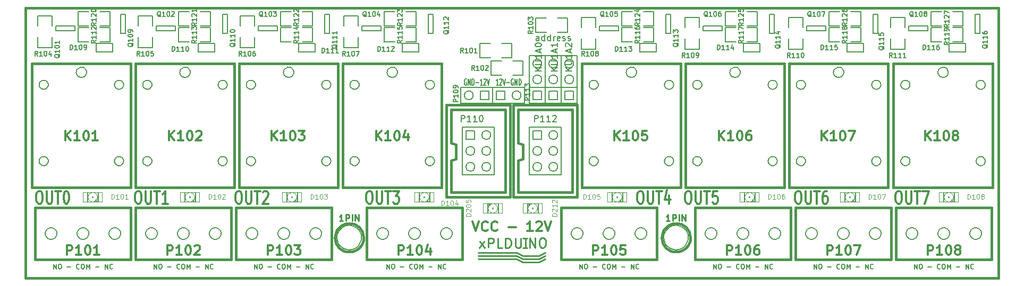
<source format=gto>
G04 (created by PCBNEW-RS274X (2012-01-19 BZR 3256)-stable) date 15/05/2012 08:43:50*
G01*
G70*
G90*
%MOIN*%
G04 Gerber Fmt 3.4, Leading zero omitted, Abs format*
%FSLAX34Y34*%
G04 APERTURE LIST*
%ADD10C,0.006000*%
%ADD11C,0.015000*%
%ADD12C,0.007500*%
%ADD13C,0.012000*%
%ADD14C,0.005900*%
%ADD15C,0.007900*%
%ADD16C,0.005000*%
%ADD17C,0.002600*%
%ADD18C,0.004000*%
%ADD19C,0.008000*%
%ADD20C,0.010000*%
%ADD21C,0.003500*%
G04 APERTURE END LIST*
G54D10*
G54D11*
X12980Y-08873D02*
X12980Y-08773D01*
X74005Y-08898D02*
X74005Y-08773D01*
G54D12*
X62429Y-25194D02*
X62429Y-24895D01*
X62600Y-25194D01*
X62600Y-24895D01*
X62799Y-24895D02*
X62856Y-24895D01*
X62885Y-24909D01*
X62913Y-24937D01*
X62927Y-24994D01*
X62927Y-25094D01*
X62913Y-25151D01*
X62885Y-25179D01*
X62856Y-25194D01*
X62799Y-25194D01*
X62771Y-25179D01*
X62742Y-25151D01*
X62728Y-25094D01*
X62728Y-24994D01*
X62742Y-24937D01*
X62771Y-24909D01*
X62799Y-24895D01*
X63283Y-25080D02*
X63511Y-25080D01*
X64052Y-25165D02*
X64038Y-25179D01*
X63995Y-25194D01*
X63967Y-25194D01*
X63924Y-25179D01*
X63895Y-25151D01*
X63881Y-25122D01*
X63867Y-25065D01*
X63867Y-25023D01*
X63881Y-24966D01*
X63895Y-24937D01*
X63924Y-24909D01*
X63967Y-24895D01*
X63995Y-24895D01*
X64038Y-24909D01*
X64052Y-24923D01*
X64237Y-24895D02*
X64294Y-24895D01*
X64323Y-24909D01*
X64351Y-24937D01*
X64365Y-24994D01*
X64365Y-25094D01*
X64351Y-25151D01*
X64323Y-25179D01*
X64294Y-25194D01*
X64237Y-25194D01*
X64209Y-25179D01*
X64180Y-25151D01*
X64166Y-25094D01*
X64166Y-24994D01*
X64180Y-24937D01*
X64209Y-24909D01*
X64237Y-24895D01*
X64493Y-25194D02*
X64493Y-24895D01*
X64593Y-25108D01*
X64693Y-24895D01*
X64693Y-25194D01*
X65063Y-25080D02*
X65291Y-25080D01*
X65661Y-25194D02*
X65661Y-24895D01*
X65832Y-25194D01*
X65832Y-24895D01*
X66145Y-25165D02*
X66131Y-25179D01*
X66088Y-25194D01*
X66060Y-25194D01*
X66017Y-25179D01*
X65988Y-25151D01*
X65974Y-25122D01*
X65960Y-25065D01*
X65960Y-25023D01*
X65974Y-24966D01*
X65988Y-24937D01*
X66017Y-24909D01*
X66060Y-24895D01*
X66088Y-24895D01*
X66131Y-24909D01*
X66145Y-24923D01*
X56129Y-25194D02*
X56129Y-24895D01*
X56300Y-25194D01*
X56300Y-24895D01*
X56499Y-24895D02*
X56556Y-24895D01*
X56585Y-24909D01*
X56613Y-24937D01*
X56627Y-24994D01*
X56627Y-25094D01*
X56613Y-25151D01*
X56585Y-25179D01*
X56556Y-25194D01*
X56499Y-25194D01*
X56471Y-25179D01*
X56442Y-25151D01*
X56428Y-25094D01*
X56428Y-24994D01*
X56442Y-24937D01*
X56471Y-24909D01*
X56499Y-24895D01*
X56983Y-25080D02*
X57211Y-25080D01*
X57752Y-25165D02*
X57738Y-25179D01*
X57695Y-25194D01*
X57667Y-25194D01*
X57624Y-25179D01*
X57595Y-25151D01*
X57581Y-25122D01*
X57567Y-25065D01*
X57567Y-25023D01*
X57581Y-24966D01*
X57595Y-24937D01*
X57624Y-24909D01*
X57667Y-24895D01*
X57695Y-24895D01*
X57738Y-24909D01*
X57752Y-24923D01*
X57937Y-24895D02*
X57994Y-24895D01*
X58023Y-24909D01*
X58051Y-24937D01*
X58065Y-24994D01*
X58065Y-25094D01*
X58051Y-25151D01*
X58023Y-25179D01*
X57994Y-25194D01*
X57937Y-25194D01*
X57909Y-25179D01*
X57880Y-25151D01*
X57866Y-25094D01*
X57866Y-24994D01*
X57880Y-24937D01*
X57909Y-24909D01*
X57937Y-24895D01*
X58193Y-25194D02*
X58193Y-24895D01*
X58293Y-25108D01*
X58393Y-24895D01*
X58393Y-25194D01*
X58763Y-25080D02*
X58991Y-25080D01*
X59361Y-25194D02*
X59361Y-24895D01*
X59532Y-25194D01*
X59532Y-24895D01*
X59845Y-25165D02*
X59831Y-25179D01*
X59788Y-25194D01*
X59760Y-25194D01*
X59717Y-25179D01*
X59688Y-25151D01*
X59674Y-25122D01*
X59660Y-25065D01*
X59660Y-25023D01*
X59674Y-24966D01*
X59688Y-24937D01*
X59717Y-24909D01*
X59760Y-24895D01*
X59788Y-24895D01*
X59831Y-24909D01*
X59845Y-24923D01*
X68729Y-25194D02*
X68729Y-24895D01*
X68900Y-25194D01*
X68900Y-24895D01*
X69099Y-24895D02*
X69156Y-24895D01*
X69185Y-24909D01*
X69213Y-24937D01*
X69227Y-24994D01*
X69227Y-25094D01*
X69213Y-25151D01*
X69185Y-25179D01*
X69156Y-25194D01*
X69099Y-25194D01*
X69071Y-25179D01*
X69042Y-25151D01*
X69028Y-25094D01*
X69028Y-24994D01*
X69042Y-24937D01*
X69071Y-24909D01*
X69099Y-24895D01*
X69583Y-25080D02*
X69811Y-25080D01*
X70352Y-25165D02*
X70338Y-25179D01*
X70295Y-25194D01*
X70267Y-25194D01*
X70224Y-25179D01*
X70195Y-25151D01*
X70181Y-25122D01*
X70167Y-25065D01*
X70167Y-25023D01*
X70181Y-24966D01*
X70195Y-24937D01*
X70224Y-24909D01*
X70267Y-24895D01*
X70295Y-24895D01*
X70338Y-24909D01*
X70352Y-24923D01*
X70537Y-24895D02*
X70594Y-24895D01*
X70623Y-24909D01*
X70651Y-24937D01*
X70665Y-24994D01*
X70665Y-25094D01*
X70651Y-25151D01*
X70623Y-25179D01*
X70594Y-25194D01*
X70537Y-25194D01*
X70509Y-25179D01*
X70480Y-25151D01*
X70466Y-25094D01*
X70466Y-24994D01*
X70480Y-24937D01*
X70509Y-24909D01*
X70537Y-24895D01*
X70793Y-25194D02*
X70793Y-24895D01*
X70893Y-25108D01*
X70993Y-24895D01*
X70993Y-25194D01*
X71363Y-25080D02*
X71591Y-25080D01*
X71961Y-25194D02*
X71961Y-24895D01*
X72132Y-25194D01*
X72132Y-24895D01*
X72445Y-25165D02*
X72431Y-25179D01*
X72388Y-25194D01*
X72360Y-25194D01*
X72317Y-25179D01*
X72288Y-25151D01*
X72274Y-25122D01*
X72260Y-25065D01*
X72260Y-25023D01*
X72274Y-24966D01*
X72288Y-24937D01*
X72317Y-24909D01*
X72360Y-24895D01*
X72388Y-24895D01*
X72431Y-24909D01*
X72445Y-24923D01*
X47729Y-25194D02*
X47729Y-24895D01*
X47900Y-25194D01*
X47900Y-24895D01*
X48099Y-24895D02*
X48156Y-24895D01*
X48185Y-24909D01*
X48213Y-24937D01*
X48227Y-24994D01*
X48227Y-25094D01*
X48213Y-25151D01*
X48185Y-25179D01*
X48156Y-25194D01*
X48099Y-25194D01*
X48071Y-25179D01*
X48042Y-25151D01*
X48028Y-25094D01*
X48028Y-24994D01*
X48042Y-24937D01*
X48071Y-24909D01*
X48099Y-24895D01*
X48583Y-25080D02*
X48811Y-25080D01*
X49352Y-25165D02*
X49338Y-25179D01*
X49295Y-25194D01*
X49267Y-25194D01*
X49224Y-25179D01*
X49195Y-25151D01*
X49181Y-25122D01*
X49167Y-25065D01*
X49167Y-25023D01*
X49181Y-24966D01*
X49195Y-24937D01*
X49224Y-24909D01*
X49267Y-24895D01*
X49295Y-24895D01*
X49338Y-24909D01*
X49352Y-24923D01*
X49537Y-24895D02*
X49594Y-24895D01*
X49623Y-24909D01*
X49651Y-24937D01*
X49665Y-24994D01*
X49665Y-25094D01*
X49651Y-25151D01*
X49623Y-25179D01*
X49594Y-25194D01*
X49537Y-25194D01*
X49509Y-25179D01*
X49480Y-25151D01*
X49466Y-25094D01*
X49466Y-24994D01*
X49480Y-24937D01*
X49509Y-24909D01*
X49537Y-24895D01*
X49793Y-25194D02*
X49793Y-24895D01*
X49893Y-25108D01*
X49993Y-24895D01*
X49993Y-25194D01*
X50363Y-25080D02*
X50591Y-25080D01*
X50961Y-25194D02*
X50961Y-24895D01*
X51132Y-25194D01*
X51132Y-24895D01*
X51445Y-25165D02*
X51431Y-25179D01*
X51388Y-25194D01*
X51360Y-25194D01*
X51317Y-25179D01*
X51288Y-25151D01*
X51274Y-25122D01*
X51260Y-25065D01*
X51260Y-25023D01*
X51274Y-24966D01*
X51288Y-24937D01*
X51317Y-24909D01*
X51360Y-24895D01*
X51388Y-24895D01*
X51431Y-24909D01*
X51445Y-24923D01*
X35629Y-25194D02*
X35629Y-24895D01*
X35800Y-25194D01*
X35800Y-24895D01*
X35999Y-24895D02*
X36056Y-24895D01*
X36085Y-24909D01*
X36113Y-24937D01*
X36127Y-24994D01*
X36127Y-25094D01*
X36113Y-25151D01*
X36085Y-25179D01*
X36056Y-25194D01*
X35999Y-25194D01*
X35971Y-25179D01*
X35942Y-25151D01*
X35928Y-25094D01*
X35928Y-24994D01*
X35942Y-24937D01*
X35971Y-24909D01*
X35999Y-24895D01*
X36483Y-25080D02*
X36711Y-25080D01*
X37252Y-25165D02*
X37238Y-25179D01*
X37195Y-25194D01*
X37167Y-25194D01*
X37124Y-25179D01*
X37095Y-25151D01*
X37081Y-25122D01*
X37067Y-25065D01*
X37067Y-25023D01*
X37081Y-24966D01*
X37095Y-24937D01*
X37124Y-24909D01*
X37167Y-24895D01*
X37195Y-24895D01*
X37238Y-24909D01*
X37252Y-24923D01*
X37437Y-24895D02*
X37494Y-24895D01*
X37523Y-24909D01*
X37551Y-24937D01*
X37565Y-24994D01*
X37565Y-25094D01*
X37551Y-25151D01*
X37523Y-25179D01*
X37494Y-25194D01*
X37437Y-25194D01*
X37409Y-25179D01*
X37380Y-25151D01*
X37366Y-25094D01*
X37366Y-24994D01*
X37380Y-24937D01*
X37409Y-24909D01*
X37437Y-24895D01*
X37693Y-25194D02*
X37693Y-24895D01*
X37793Y-25108D01*
X37893Y-24895D01*
X37893Y-25194D01*
X38263Y-25080D02*
X38491Y-25080D01*
X38861Y-25194D02*
X38861Y-24895D01*
X39032Y-25194D01*
X39032Y-24895D01*
X39345Y-25165D02*
X39331Y-25179D01*
X39288Y-25194D01*
X39260Y-25194D01*
X39217Y-25179D01*
X39188Y-25151D01*
X39174Y-25122D01*
X39160Y-25065D01*
X39160Y-25023D01*
X39174Y-24966D01*
X39188Y-24937D01*
X39217Y-24909D01*
X39260Y-24895D01*
X39288Y-24895D01*
X39331Y-24909D01*
X39345Y-24923D01*
X27329Y-25194D02*
X27329Y-24895D01*
X27500Y-25194D01*
X27500Y-24895D01*
X27699Y-24895D02*
X27756Y-24895D01*
X27785Y-24909D01*
X27813Y-24937D01*
X27827Y-24994D01*
X27827Y-25094D01*
X27813Y-25151D01*
X27785Y-25179D01*
X27756Y-25194D01*
X27699Y-25194D01*
X27671Y-25179D01*
X27642Y-25151D01*
X27628Y-25094D01*
X27628Y-24994D01*
X27642Y-24937D01*
X27671Y-24909D01*
X27699Y-24895D01*
X28183Y-25080D02*
X28411Y-25080D01*
X28952Y-25165D02*
X28938Y-25179D01*
X28895Y-25194D01*
X28867Y-25194D01*
X28824Y-25179D01*
X28795Y-25151D01*
X28781Y-25122D01*
X28767Y-25065D01*
X28767Y-25023D01*
X28781Y-24966D01*
X28795Y-24937D01*
X28824Y-24909D01*
X28867Y-24895D01*
X28895Y-24895D01*
X28938Y-24909D01*
X28952Y-24923D01*
X29137Y-24895D02*
X29194Y-24895D01*
X29223Y-24909D01*
X29251Y-24937D01*
X29265Y-24994D01*
X29265Y-25094D01*
X29251Y-25151D01*
X29223Y-25179D01*
X29194Y-25194D01*
X29137Y-25194D01*
X29109Y-25179D01*
X29080Y-25151D01*
X29066Y-25094D01*
X29066Y-24994D01*
X29080Y-24937D01*
X29109Y-24909D01*
X29137Y-24895D01*
X29393Y-25194D02*
X29393Y-24895D01*
X29493Y-25108D01*
X29593Y-24895D01*
X29593Y-25194D01*
X29963Y-25080D02*
X30191Y-25080D01*
X30561Y-25194D02*
X30561Y-24895D01*
X30732Y-25194D01*
X30732Y-24895D01*
X31045Y-25165D02*
X31031Y-25179D01*
X30988Y-25194D01*
X30960Y-25194D01*
X30917Y-25179D01*
X30888Y-25151D01*
X30874Y-25122D01*
X30860Y-25065D01*
X30860Y-25023D01*
X30874Y-24966D01*
X30888Y-24937D01*
X30917Y-24909D01*
X30960Y-24895D01*
X30988Y-24895D01*
X31031Y-24909D01*
X31045Y-24923D01*
X21029Y-25194D02*
X21029Y-24895D01*
X21200Y-25194D01*
X21200Y-24895D01*
X21399Y-24895D02*
X21456Y-24895D01*
X21485Y-24909D01*
X21513Y-24937D01*
X21527Y-24994D01*
X21527Y-25094D01*
X21513Y-25151D01*
X21485Y-25179D01*
X21456Y-25194D01*
X21399Y-25194D01*
X21371Y-25179D01*
X21342Y-25151D01*
X21328Y-25094D01*
X21328Y-24994D01*
X21342Y-24937D01*
X21371Y-24909D01*
X21399Y-24895D01*
X21883Y-25080D02*
X22111Y-25080D01*
X22652Y-25165D02*
X22638Y-25179D01*
X22595Y-25194D01*
X22567Y-25194D01*
X22524Y-25179D01*
X22495Y-25151D01*
X22481Y-25122D01*
X22467Y-25065D01*
X22467Y-25023D01*
X22481Y-24966D01*
X22495Y-24937D01*
X22524Y-24909D01*
X22567Y-24895D01*
X22595Y-24895D01*
X22638Y-24909D01*
X22652Y-24923D01*
X22837Y-24895D02*
X22894Y-24895D01*
X22923Y-24909D01*
X22951Y-24937D01*
X22965Y-24994D01*
X22965Y-25094D01*
X22951Y-25151D01*
X22923Y-25179D01*
X22894Y-25194D01*
X22837Y-25194D01*
X22809Y-25179D01*
X22780Y-25151D01*
X22766Y-25094D01*
X22766Y-24994D01*
X22780Y-24937D01*
X22809Y-24909D01*
X22837Y-24895D01*
X23093Y-25194D02*
X23093Y-24895D01*
X23193Y-25108D01*
X23293Y-24895D01*
X23293Y-25194D01*
X23663Y-25080D02*
X23891Y-25080D01*
X24261Y-25194D02*
X24261Y-24895D01*
X24432Y-25194D01*
X24432Y-24895D01*
X24745Y-25165D02*
X24731Y-25179D01*
X24688Y-25194D01*
X24660Y-25194D01*
X24617Y-25179D01*
X24588Y-25151D01*
X24574Y-25122D01*
X24560Y-25065D01*
X24560Y-25023D01*
X24574Y-24966D01*
X24588Y-24937D01*
X24617Y-24909D01*
X24660Y-24895D01*
X24688Y-24895D01*
X24731Y-24909D01*
X24745Y-24923D01*
G54D13*
X67694Y-20297D02*
X67808Y-20297D01*
X67866Y-20335D01*
X67923Y-20411D01*
X67951Y-20563D01*
X67951Y-20830D01*
X67923Y-20983D01*
X67866Y-21059D01*
X67808Y-21097D01*
X67694Y-21097D01*
X67637Y-21059D01*
X67580Y-20983D01*
X67551Y-20830D01*
X67551Y-20563D01*
X67580Y-20411D01*
X67637Y-20335D01*
X67694Y-20297D01*
X68209Y-20297D02*
X68209Y-20944D01*
X68237Y-21021D01*
X68266Y-21059D01*
X68323Y-21097D01*
X68437Y-21097D01*
X68495Y-21059D01*
X68523Y-21021D01*
X68552Y-20944D01*
X68552Y-20297D01*
X68752Y-20297D02*
X69095Y-20297D01*
X68924Y-21097D02*
X68924Y-20297D01*
X69238Y-20297D02*
X69638Y-20297D01*
X69381Y-21097D01*
X61394Y-20297D02*
X61508Y-20297D01*
X61566Y-20335D01*
X61623Y-20411D01*
X61651Y-20563D01*
X61651Y-20830D01*
X61623Y-20983D01*
X61566Y-21059D01*
X61508Y-21097D01*
X61394Y-21097D01*
X61337Y-21059D01*
X61280Y-20983D01*
X61251Y-20830D01*
X61251Y-20563D01*
X61280Y-20411D01*
X61337Y-20335D01*
X61394Y-20297D01*
X61909Y-20297D02*
X61909Y-20944D01*
X61937Y-21021D01*
X61966Y-21059D01*
X62023Y-21097D01*
X62137Y-21097D01*
X62195Y-21059D01*
X62223Y-21021D01*
X62252Y-20944D01*
X62252Y-20297D01*
X62452Y-20297D02*
X62795Y-20297D01*
X62624Y-21097D02*
X62624Y-20297D01*
X63252Y-20297D02*
X63138Y-20297D01*
X63081Y-20335D01*
X63052Y-20373D01*
X62995Y-20487D01*
X62966Y-20640D01*
X62966Y-20944D01*
X62995Y-21021D01*
X63023Y-21059D01*
X63081Y-21097D01*
X63195Y-21097D01*
X63252Y-21059D01*
X63281Y-21021D01*
X63309Y-20944D01*
X63309Y-20754D01*
X63281Y-20678D01*
X63252Y-20640D01*
X63195Y-20602D01*
X63081Y-20602D01*
X63023Y-20640D01*
X62995Y-20678D01*
X62966Y-20754D01*
X54494Y-20297D02*
X54608Y-20297D01*
X54666Y-20335D01*
X54723Y-20411D01*
X54751Y-20563D01*
X54751Y-20830D01*
X54723Y-20983D01*
X54666Y-21059D01*
X54608Y-21097D01*
X54494Y-21097D01*
X54437Y-21059D01*
X54380Y-20983D01*
X54351Y-20830D01*
X54351Y-20563D01*
X54380Y-20411D01*
X54437Y-20335D01*
X54494Y-20297D01*
X55009Y-20297D02*
X55009Y-20944D01*
X55037Y-21021D01*
X55066Y-21059D01*
X55123Y-21097D01*
X55237Y-21097D01*
X55295Y-21059D01*
X55323Y-21021D01*
X55352Y-20944D01*
X55352Y-20297D01*
X55552Y-20297D02*
X55895Y-20297D01*
X55724Y-21097D02*
X55724Y-20297D01*
X56381Y-20297D02*
X56095Y-20297D01*
X56066Y-20678D01*
X56095Y-20640D01*
X56152Y-20602D01*
X56295Y-20602D01*
X56352Y-20640D01*
X56381Y-20678D01*
X56409Y-20754D01*
X56409Y-20944D01*
X56381Y-21021D01*
X56352Y-21059D01*
X56295Y-21097D01*
X56152Y-21097D01*
X56095Y-21059D01*
X56066Y-21021D01*
X51494Y-20297D02*
X51608Y-20297D01*
X51666Y-20335D01*
X51723Y-20411D01*
X51751Y-20563D01*
X51751Y-20830D01*
X51723Y-20983D01*
X51666Y-21059D01*
X51608Y-21097D01*
X51494Y-21097D01*
X51437Y-21059D01*
X51380Y-20983D01*
X51351Y-20830D01*
X51351Y-20563D01*
X51380Y-20411D01*
X51437Y-20335D01*
X51494Y-20297D01*
X52009Y-20297D02*
X52009Y-20944D01*
X52037Y-21021D01*
X52066Y-21059D01*
X52123Y-21097D01*
X52237Y-21097D01*
X52295Y-21059D01*
X52323Y-21021D01*
X52352Y-20944D01*
X52352Y-20297D01*
X52552Y-20297D02*
X52895Y-20297D01*
X52724Y-21097D02*
X52724Y-20297D01*
X53352Y-20563D02*
X53352Y-21097D01*
X53209Y-20259D02*
X53066Y-20830D01*
X53438Y-20830D01*
X34494Y-20297D02*
X34608Y-20297D01*
X34666Y-20335D01*
X34723Y-20411D01*
X34751Y-20563D01*
X34751Y-20830D01*
X34723Y-20983D01*
X34666Y-21059D01*
X34608Y-21097D01*
X34494Y-21097D01*
X34437Y-21059D01*
X34380Y-20983D01*
X34351Y-20830D01*
X34351Y-20563D01*
X34380Y-20411D01*
X34437Y-20335D01*
X34494Y-20297D01*
X35009Y-20297D02*
X35009Y-20944D01*
X35037Y-21021D01*
X35066Y-21059D01*
X35123Y-21097D01*
X35237Y-21097D01*
X35295Y-21059D01*
X35323Y-21021D01*
X35352Y-20944D01*
X35352Y-20297D01*
X35552Y-20297D02*
X35895Y-20297D01*
X35724Y-21097D02*
X35724Y-20297D01*
X36038Y-20297D02*
X36409Y-20297D01*
X36209Y-20602D01*
X36295Y-20602D01*
X36352Y-20640D01*
X36381Y-20678D01*
X36409Y-20754D01*
X36409Y-20944D01*
X36381Y-21021D01*
X36352Y-21059D01*
X36295Y-21097D01*
X36123Y-21097D01*
X36066Y-21059D01*
X36038Y-21021D01*
X26294Y-20297D02*
X26408Y-20297D01*
X26466Y-20335D01*
X26523Y-20411D01*
X26551Y-20563D01*
X26551Y-20830D01*
X26523Y-20983D01*
X26466Y-21059D01*
X26408Y-21097D01*
X26294Y-21097D01*
X26237Y-21059D01*
X26180Y-20983D01*
X26151Y-20830D01*
X26151Y-20563D01*
X26180Y-20411D01*
X26237Y-20335D01*
X26294Y-20297D01*
X26809Y-20297D02*
X26809Y-20944D01*
X26837Y-21021D01*
X26866Y-21059D01*
X26923Y-21097D01*
X27037Y-21097D01*
X27095Y-21059D01*
X27123Y-21021D01*
X27152Y-20944D01*
X27152Y-20297D01*
X27352Y-20297D02*
X27695Y-20297D01*
X27524Y-21097D02*
X27524Y-20297D01*
X27866Y-20373D02*
X27895Y-20335D01*
X27952Y-20297D01*
X28095Y-20297D01*
X28152Y-20335D01*
X28181Y-20373D01*
X28209Y-20449D01*
X28209Y-20525D01*
X28181Y-20640D01*
X27838Y-21097D01*
X28209Y-21097D01*
X19994Y-20297D02*
X20108Y-20297D01*
X20166Y-20335D01*
X20223Y-20411D01*
X20251Y-20563D01*
X20251Y-20830D01*
X20223Y-20983D01*
X20166Y-21059D01*
X20108Y-21097D01*
X19994Y-21097D01*
X19937Y-21059D01*
X19880Y-20983D01*
X19851Y-20830D01*
X19851Y-20563D01*
X19880Y-20411D01*
X19937Y-20335D01*
X19994Y-20297D01*
X20509Y-20297D02*
X20509Y-20944D01*
X20537Y-21021D01*
X20566Y-21059D01*
X20623Y-21097D01*
X20737Y-21097D01*
X20795Y-21059D01*
X20823Y-21021D01*
X20852Y-20944D01*
X20852Y-20297D01*
X21052Y-20297D02*
X21395Y-20297D01*
X21224Y-21097D02*
X21224Y-20297D01*
X21909Y-21097D02*
X21566Y-21097D01*
X21738Y-21097D02*
X21738Y-20297D01*
X21681Y-20411D01*
X21623Y-20487D01*
X21566Y-20525D01*
X13794Y-20297D02*
X13908Y-20297D01*
X13966Y-20335D01*
X14023Y-20411D01*
X14051Y-20563D01*
X14051Y-20830D01*
X14023Y-20983D01*
X13966Y-21059D01*
X13908Y-21097D01*
X13794Y-21097D01*
X13737Y-21059D01*
X13680Y-20983D01*
X13651Y-20830D01*
X13651Y-20563D01*
X13680Y-20411D01*
X13737Y-20335D01*
X13794Y-20297D01*
X14309Y-20297D02*
X14309Y-20944D01*
X14337Y-21021D01*
X14366Y-21059D01*
X14423Y-21097D01*
X14537Y-21097D01*
X14595Y-21059D01*
X14623Y-21021D01*
X14652Y-20944D01*
X14652Y-20297D01*
X14852Y-20297D02*
X15195Y-20297D01*
X15024Y-21097D02*
X15024Y-20297D01*
X15509Y-20297D02*
X15566Y-20297D01*
X15623Y-20335D01*
X15652Y-20373D01*
X15681Y-20449D01*
X15709Y-20602D01*
X15709Y-20792D01*
X15681Y-20944D01*
X15652Y-21021D01*
X15623Y-21059D01*
X15566Y-21097D01*
X15509Y-21097D01*
X15452Y-21059D01*
X15423Y-21021D01*
X15395Y-20944D01*
X15366Y-20792D01*
X15366Y-20602D01*
X15395Y-20449D01*
X15423Y-20373D01*
X15452Y-20335D01*
X15509Y-20297D01*
G54D12*
X14729Y-25194D02*
X14729Y-24895D01*
X14900Y-25194D01*
X14900Y-24895D01*
X15099Y-24895D02*
X15156Y-24895D01*
X15185Y-24909D01*
X15213Y-24937D01*
X15227Y-24994D01*
X15227Y-25094D01*
X15213Y-25151D01*
X15185Y-25179D01*
X15156Y-25194D01*
X15099Y-25194D01*
X15071Y-25179D01*
X15042Y-25151D01*
X15028Y-25094D01*
X15028Y-24994D01*
X15042Y-24937D01*
X15071Y-24909D01*
X15099Y-24895D01*
X15583Y-25080D02*
X15811Y-25080D01*
X16352Y-25165D02*
X16338Y-25179D01*
X16295Y-25194D01*
X16267Y-25194D01*
X16224Y-25179D01*
X16195Y-25151D01*
X16181Y-25122D01*
X16167Y-25065D01*
X16167Y-25023D01*
X16181Y-24966D01*
X16195Y-24937D01*
X16224Y-24909D01*
X16267Y-24895D01*
X16295Y-24895D01*
X16338Y-24909D01*
X16352Y-24923D01*
X16537Y-24895D02*
X16594Y-24895D01*
X16623Y-24909D01*
X16651Y-24937D01*
X16665Y-24994D01*
X16665Y-25094D01*
X16651Y-25151D01*
X16623Y-25179D01*
X16594Y-25194D01*
X16537Y-25194D01*
X16509Y-25179D01*
X16480Y-25151D01*
X16466Y-25094D01*
X16466Y-24994D01*
X16480Y-24937D01*
X16509Y-24909D01*
X16537Y-24895D01*
X16793Y-25194D02*
X16793Y-24895D01*
X16893Y-25108D01*
X16993Y-24895D01*
X16993Y-25194D01*
X17363Y-25080D02*
X17591Y-25080D01*
X17961Y-25194D02*
X17961Y-24895D01*
X18132Y-25194D01*
X18132Y-24895D01*
X18445Y-25165D02*
X18431Y-25179D01*
X18388Y-25194D01*
X18360Y-25194D01*
X18317Y-25179D01*
X18288Y-25151D01*
X18274Y-25122D01*
X18260Y-25065D01*
X18260Y-25023D01*
X18274Y-24966D01*
X18288Y-24937D01*
X18317Y-24909D01*
X18360Y-24895D01*
X18388Y-24895D01*
X18431Y-24909D01*
X18445Y-24923D01*
G54D14*
X42629Y-13632D02*
X42494Y-13632D01*
X42561Y-13632D02*
X42561Y-13238D01*
X42539Y-13295D01*
X42516Y-13332D01*
X42494Y-13351D01*
X42719Y-13276D02*
X42730Y-13257D01*
X42753Y-13238D01*
X42809Y-13238D01*
X42831Y-13257D01*
X42843Y-13276D01*
X42854Y-13314D01*
X42854Y-13351D01*
X42843Y-13407D01*
X42708Y-13632D01*
X42854Y-13632D01*
X42921Y-13238D02*
X43000Y-13632D01*
X43079Y-13238D01*
X43157Y-13482D02*
X43337Y-13482D01*
X43573Y-13257D02*
X43550Y-13238D01*
X43517Y-13238D01*
X43483Y-13257D01*
X43460Y-13295D01*
X43449Y-13332D01*
X43438Y-13407D01*
X43438Y-13464D01*
X43449Y-13539D01*
X43460Y-13576D01*
X43483Y-13614D01*
X43517Y-13632D01*
X43539Y-13632D01*
X43573Y-13614D01*
X43584Y-13595D01*
X43584Y-13464D01*
X43539Y-13464D01*
X43685Y-13632D02*
X43685Y-13238D01*
X43820Y-13632D01*
X43820Y-13238D01*
X43932Y-13632D02*
X43932Y-13238D01*
X43988Y-13238D01*
X44022Y-13257D01*
X44045Y-13295D01*
X44056Y-13332D01*
X44067Y-13407D01*
X44067Y-13464D01*
X44056Y-13539D01*
X44045Y-13576D01*
X44022Y-13614D01*
X43988Y-13632D01*
X43932Y-13632D01*
X40629Y-13257D02*
X40606Y-13238D01*
X40573Y-13238D01*
X40539Y-13257D01*
X40516Y-13295D01*
X40505Y-13332D01*
X40494Y-13407D01*
X40494Y-13464D01*
X40505Y-13539D01*
X40516Y-13576D01*
X40539Y-13614D01*
X40573Y-13632D01*
X40595Y-13632D01*
X40629Y-13614D01*
X40640Y-13595D01*
X40640Y-13464D01*
X40595Y-13464D01*
X40741Y-13632D02*
X40741Y-13238D01*
X40876Y-13632D01*
X40876Y-13238D01*
X40988Y-13632D02*
X40988Y-13238D01*
X41044Y-13238D01*
X41078Y-13257D01*
X41101Y-13295D01*
X41112Y-13332D01*
X41123Y-13407D01*
X41123Y-13464D01*
X41112Y-13539D01*
X41101Y-13576D01*
X41078Y-13614D01*
X41044Y-13632D01*
X40988Y-13632D01*
X41224Y-13482D02*
X41404Y-13482D01*
X41640Y-13632D02*
X41505Y-13632D01*
X41572Y-13632D02*
X41572Y-13238D01*
X41550Y-13295D01*
X41527Y-13332D01*
X41505Y-13351D01*
X41730Y-13276D02*
X41741Y-13257D01*
X41764Y-13238D01*
X41820Y-13238D01*
X41842Y-13257D01*
X41854Y-13276D01*
X41865Y-13314D01*
X41865Y-13351D01*
X41854Y-13407D01*
X41719Y-13632D01*
X41865Y-13632D01*
X41932Y-13238D02*
X42011Y-13632D01*
X42090Y-13238D01*
G54D15*
X45185Y-10835D02*
X45185Y-10625D01*
X45166Y-10587D01*
X45128Y-10568D01*
X45051Y-10568D01*
X45013Y-10587D01*
X45185Y-10816D02*
X45147Y-10835D01*
X45051Y-10835D01*
X45013Y-10816D01*
X44994Y-10778D01*
X44994Y-10740D01*
X45013Y-10702D01*
X45051Y-10683D01*
X45147Y-10683D01*
X45185Y-10663D01*
X45547Y-10835D02*
X45547Y-10435D01*
X45547Y-10816D02*
X45509Y-10835D01*
X45432Y-10835D01*
X45394Y-10816D01*
X45375Y-10797D01*
X45356Y-10759D01*
X45356Y-10644D01*
X45375Y-10606D01*
X45394Y-10587D01*
X45432Y-10568D01*
X45509Y-10568D01*
X45547Y-10587D01*
X45909Y-10835D02*
X45909Y-10435D01*
X45909Y-10816D02*
X45871Y-10835D01*
X45794Y-10835D01*
X45756Y-10816D01*
X45737Y-10797D01*
X45718Y-10759D01*
X45718Y-10644D01*
X45737Y-10606D01*
X45756Y-10587D01*
X45794Y-10568D01*
X45871Y-10568D01*
X45909Y-10587D01*
X46099Y-10835D02*
X46099Y-10568D01*
X46099Y-10644D02*
X46118Y-10606D01*
X46137Y-10587D01*
X46175Y-10568D01*
X46214Y-10568D01*
X46500Y-10816D02*
X46462Y-10835D01*
X46385Y-10835D01*
X46347Y-10816D01*
X46328Y-10778D01*
X46328Y-10625D01*
X46347Y-10587D01*
X46385Y-10568D01*
X46462Y-10568D01*
X46500Y-10587D01*
X46519Y-10625D01*
X46519Y-10663D01*
X46328Y-10702D01*
X46671Y-10816D02*
X46709Y-10835D01*
X46785Y-10835D01*
X46824Y-10816D01*
X46843Y-10778D01*
X46843Y-10759D01*
X46824Y-10721D01*
X46785Y-10702D01*
X46728Y-10702D01*
X46690Y-10683D01*
X46671Y-10644D01*
X46671Y-10625D01*
X46690Y-10587D01*
X46728Y-10568D01*
X46785Y-10568D01*
X46824Y-10587D01*
X46995Y-10816D02*
X47033Y-10835D01*
X47109Y-10835D01*
X47148Y-10816D01*
X47167Y-10778D01*
X47167Y-10759D01*
X47148Y-10721D01*
X47109Y-10702D01*
X47052Y-10702D01*
X47014Y-10683D01*
X46995Y-10644D01*
X46995Y-10625D01*
X47014Y-10587D01*
X47052Y-10568D01*
X47109Y-10568D01*
X47148Y-10587D01*
G54D13*
X41024Y-22216D02*
X41224Y-22816D01*
X41424Y-22216D01*
X41967Y-22759D02*
X41938Y-22787D01*
X41852Y-22816D01*
X41795Y-22816D01*
X41710Y-22787D01*
X41652Y-22730D01*
X41624Y-22673D01*
X41595Y-22559D01*
X41595Y-22473D01*
X41624Y-22359D01*
X41652Y-22302D01*
X41710Y-22244D01*
X41795Y-22216D01*
X41852Y-22216D01*
X41938Y-22244D01*
X41967Y-22273D01*
X42567Y-22759D02*
X42538Y-22787D01*
X42452Y-22816D01*
X42395Y-22816D01*
X42310Y-22787D01*
X42252Y-22730D01*
X42224Y-22673D01*
X42195Y-22559D01*
X42195Y-22473D01*
X42224Y-22359D01*
X42252Y-22302D01*
X42310Y-22244D01*
X42395Y-22216D01*
X42452Y-22216D01*
X42538Y-22244D01*
X42567Y-22273D01*
X43281Y-22587D02*
X43738Y-22587D01*
X44795Y-22816D02*
X44452Y-22816D01*
X44624Y-22816D02*
X44624Y-22216D01*
X44567Y-22302D01*
X44509Y-22359D01*
X44452Y-22387D01*
X45023Y-22273D02*
X45052Y-22244D01*
X45109Y-22216D01*
X45252Y-22216D01*
X45309Y-22244D01*
X45338Y-22273D01*
X45366Y-22330D01*
X45366Y-22387D01*
X45338Y-22473D01*
X44995Y-22816D01*
X45366Y-22816D01*
X45537Y-22216D02*
X45737Y-22816D01*
X45937Y-22216D01*
G54D11*
X12980Y-08844D02*
X12980Y-25773D01*
X12980Y-25773D02*
X74003Y-25773D01*
X74004Y-08769D02*
X12980Y-08769D01*
X74004Y-25773D02*
X74004Y-08844D01*
G54D16*
X16080Y-10223D02*
X14880Y-10223D01*
X14880Y-10223D02*
X14880Y-09923D01*
X14880Y-09923D02*
X16080Y-09923D01*
X16080Y-09923D02*
X16080Y-10223D01*
X72530Y-10373D02*
X72530Y-09173D01*
X72530Y-09173D02*
X72830Y-09173D01*
X72830Y-09173D02*
X72830Y-10373D01*
X72830Y-10373D02*
X72530Y-10373D01*
X66130Y-10373D02*
X66130Y-09173D01*
X66130Y-09173D02*
X66430Y-09173D01*
X66430Y-09173D02*
X66430Y-10373D01*
X66430Y-10373D02*
X66130Y-10373D01*
X59630Y-10373D02*
X59630Y-09173D01*
X59630Y-09173D02*
X59930Y-09173D01*
X59930Y-09173D02*
X59930Y-10373D01*
X59930Y-10373D02*
X59630Y-10373D01*
X53130Y-10373D02*
X53130Y-09173D01*
X53130Y-09173D02*
X53430Y-09173D01*
X53430Y-09173D02*
X53430Y-10373D01*
X53430Y-10373D02*
X53130Y-10373D01*
X38230Y-10373D02*
X38230Y-09173D01*
X38230Y-09173D02*
X38530Y-09173D01*
X38530Y-09173D02*
X38530Y-10373D01*
X38530Y-10373D02*
X38230Y-10373D01*
X31730Y-10373D02*
X31730Y-09173D01*
X31730Y-09173D02*
X32030Y-09173D01*
X32030Y-09173D02*
X32030Y-10373D01*
X32030Y-10373D02*
X31730Y-10373D01*
X25330Y-10373D02*
X25330Y-09173D01*
X25330Y-09173D02*
X25630Y-09173D01*
X25630Y-09173D02*
X25630Y-10373D01*
X25630Y-10373D02*
X25330Y-10373D01*
X22380Y-10223D02*
X21180Y-10223D01*
X21180Y-10223D02*
X21180Y-09923D01*
X21180Y-09923D02*
X22380Y-09923D01*
X22380Y-09923D02*
X22380Y-10223D01*
X28780Y-10223D02*
X27580Y-10223D01*
X27580Y-10223D02*
X27580Y-09923D01*
X27580Y-09923D02*
X28780Y-09923D01*
X28780Y-09923D02*
X28780Y-10223D01*
X35280Y-10223D02*
X34080Y-10223D01*
X34080Y-10223D02*
X34080Y-09923D01*
X34080Y-09923D02*
X35280Y-09923D01*
X35280Y-09923D02*
X35280Y-10223D01*
X50180Y-10223D02*
X48980Y-10223D01*
X48980Y-10223D02*
X48980Y-09923D01*
X48980Y-09923D02*
X50180Y-09923D01*
X50180Y-09923D02*
X50180Y-10223D01*
X56680Y-10223D02*
X55480Y-10223D01*
X55480Y-10223D02*
X55480Y-09923D01*
X55480Y-09923D02*
X56680Y-09923D01*
X56680Y-09923D02*
X56680Y-10223D01*
X63180Y-10223D02*
X61980Y-10223D01*
X61980Y-10223D02*
X61980Y-09923D01*
X61980Y-09923D02*
X63180Y-09923D01*
X63180Y-09923D02*
X63180Y-10223D01*
X69580Y-10223D02*
X68380Y-10223D01*
X68380Y-10223D02*
X68380Y-09923D01*
X68380Y-09923D02*
X69580Y-09923D01*
X69580Y-09923D02*
X69580Y-10223D01*
X18930Y-10373D02*
X18930Y-09173D01*
X18930Y-09173D02*
X19230Y-09173D01*
X19230Y-09173D02*
X19230Y-10373D01*
X19230Y-10373D02*
X18930Y-10373D01*
G54D14*
X71931Y-10997D02*
X71931Y-11549D01*
X71931Y-11549D02*
X70908Y-11549D01*
X70908Y-11549D02*
X70908Y-10997D01*
X70908Y-10997D02*
X71931Y-10997D01*
X65531Y-10997D02*
X65531Y-11549D01*
X65531Y-11549D02*
X64508Y-11549D01*
X64508Y-11549D02*
X64508Y-10997D01*
X64508Y-10997D02*
X65531Y-10997D01*
X59031Y-10997D02*
X59031Y-11549D01*
X59031Y-11549D02*
X58008Y-11549D01*
X58008Y-11549D02*
X58008Y-10997D01*
X58008Y-10997D02*
X59031Y-10997D01*
X52531Y-10997D02*
X52531Y-11549D01*
X52531Y-11549D02*
X51508Y-11549D01*
X51508Y-11549D02*
X51508Y-10997D01*
X51508Y-10997D02*
X52531Y-10997D01*
X37631Y-10997D02*
X37631Y-11549D01*
X37631Y-11549D02*
X36608Y-11549D01*
X36608Y-11549D02*
X36608Y-10997D01*
X36608Y-10997D02*
X37631Y-10997D01*
X31131Y-10997D02*
X31131Y-11549D01*
X31131Y-11549D02*
X30108Y-11549D01*
X30108Y-11549D02*
X30108Y-10997D01*
X30108Y-10997D02*
X31131Y-10997D01*
X24831Y-10997D02*
X24831Y-11549D01*
X24831Y-11549D02*
X23808Y-11549D01*
X23808Y-11549D02*
X23808Y-10997D01*
X23808Y-10997D02*
X24831Y-10997D01*
X18431Y-10997D02*
X18431Y-11549D01*
X18431Y-11549D02*
X17408Y-11549D01*
X17408Y-11549D02*
X17408Y-10997D01*
X17408Y-10997D02*
X18431Y-10997D01*
G54D16*
X65380Y-10923D02*
X65380Y-10023D01*
X65380Y-10023D02*
X64730Y-10023D01*
X64030Y-10923D02*
X63380Y-10923D01*
X63380Y-10923D02*
X63380Y-10023D01*
X63380Y-10023D02*
X64030Y-10023D01*
X64730Y-10923D02*
X65380Y-10923D01*
X58880Y-10923D02*
X58880Y-10023D01*
X58880Y-10023D02*
X58230Y-10023D01*
X57530Y-10923D02*
X56880Y-10923D01*
X56880Y-10923D02*
X56880Y-10023D01*
X56880Y-10023D02*
X57530Y-10023D01*
X58230Y-10923D02*
X58880Y-10923D01*
X52380Y-10923D02*
X52380Y-10023D01*
X52380Y-10023D02*
X51730Y-10023D01*
X51030Y-10923D02*
X50380Y-10923D01*
X50380Y-10923D02*
X50380Y-10023D01*
X50380Y-10023D02*
X51030Y-10023D01*
X51730Y-10923D02*
X52380Y-10923D01*
X37480Y-10923D02*
X37480Y-10023D01*
X37480Y-10023D02*
X36830Y-10023D01*
X36130Y-10923D02*
X35480Y-10923D01*
X35480Y-10923D02*
X35480Y-10023D01*
X35480Y-10023D02*
X36130Y-10023D01*
X36830Y-10923D02*
X37480Y-10923D01*
X30980Y-10923D02*
X30980Y-10023D01*
X30980Y-10023D02*
X30330Y-10023D01*
X29630Y-10923D02*
X28980Y-10923D01*
X28980Y-10923D02*
X28980Y-10023D01*
X28980Y-10023D02*
X29630Y-10023D01*
X30330Y-10923D02*
X30980Y-10923D01*
X24580Y-10923D02*
X24580Y-10023D01*
X24580Y-10023D02*
X23930Y-10023D01*
X23230Y-10923D02*
X22580Y-10923D01*
X22580Y-10923D02*
X22580Y-10023D01*
X22580Y-10023D02*
X23230Y-10023D01*
X23930Y-10923D02*
X24580Y-10923D01*
X18280Y-10923D02*
X18280Y-10023D01*
X18280Y-10023D02*
X17630Y-10023D01*
X16930Y-10923D02*
X16280Y-10923D01*
X16280Y-10923D02*
X16280Y-10023D01*
X16280Y-10023D02*
X16930Y-10023D01*
X17630Y-10923D02*
X18280Y-10923D01*
X68130Y-09373D02*
X67230Y-09373D01*
X67230Y-09373D02*
X67230Y-10023D01*
X68130Y-10723D02*
X68130Y-11373D01*
X68130Y-11373D02*
X67230Y-11373D01*
X67230Y-11373D02*
X67230Y-10723D01*
X68130Y-10023D02*
X68130Y-09373D01*
X61730Y-09373D02*
X60830Y-09373D01*
X60830Y-09373D02*
X60830Y-10023D01*
X61730Y-10723D02*
X61730Y-11373D01*
X61730Y-11373D02*
X60830Y-11373D01*
X60830Y-11373D02*
X60830Y-10723D01*
X61730Y-10023D02*
X61730Y-09373D01*
X55230Y-09373D02*
X54330Y-09373D01*
X54330Y-09373D02*
X54330Y-10023D01*
X55230Y-10723D02*
X55230Y-11373D01*
X55230Y-11373D02*
X54330Y-11373D01*
X54330Y-11373D02*
X54330Y-10723D01*
X55230Y-10023D02*
X55230Y-09373D01*
X48730Y-09373D02*
X47830Y-09373D01*
X47830Y-09373D02*
X47830Y-10023D01*
X48730Y-10723D02*
X48730Y-11373D01*
X48730Y-11373D02*
X47830Y-11373D01*
X47830Y-11373D02*
X47830Y-10723D01*
X48730Y-10023D02*
X48730Y-09373D01*
X33830Y-09273D02*
X32930Y-09273D01*
X32930Y-09273D02*
X32930Y-09923D01*
X33830Y-10623D02*
X33830Y-11273D01*
X33830Y-11273D02*
X32930Y-11273D01*
X32930Y-11273D02*
X32930Y-10623D01*
X33830Y-09923D02*
X33830Y-09273D01*
X27330Y-09273D02*
X26430Y-09273D01*
X26430Y-09273D02*
X26430Y-09923D01*
X27330Y-10623D02*
X27330Y-11273D01*
X27330Y-11273D02*
X26430Y-11273D01*
X26430Y-11273D02*
X26430Y-10623D01*
X27330Y-09923D02*
X27330Y-09273D01*
X41480Y-11023D02*
X41480Y-11923D01*
X41480Y-11923D02*
X42130Y-11923D01*
X42830Y-11023D02*
X43480Y-11023D01*
X43480Y-11023D02*
X43480Y-11923D01*
X43480Y-11923D02*
X42830Y-11923D01*
X42130Y-11023D02*
X41480Y-11023D01*
X42180Y-12123D02*
X42180Y-13023D01*
X42180Y-13023D02*
X42830Y-13023D01*
X43530Y-12123D02*
X44180Y-12123D01*
X44180Y-12123D02*
X44180Y-13023D01*
X44180Y-13023D02*
X43530Y-13023D01*
X42830Y-12123D02*
X42180Y-12123D01*
X44980Y-09423D02*
X44980Y-10323D01*
X44980Y-10323D02*
X45630Y-10323D01*
X46330Y-09423D02*
X46980Y-09423D01*
X46980Y-09423D02*
X46980Y-10323D01*
X46980Y-10323D02*
X46330Y-10323D01*
X45630Y-09423D02*
X44980Y-09423D01*
X14630Y-09273D02*
X13730Y-09273D01*
X13730Y-09273D02*
X13730Y-09923D01*
X14630Y-10623D02*
X14630Y-11273D01*
X14630Y-11273D02*
X13730Y-11273D01*
X13730Y-11273D02*
X13730Y-10623D01*
X14630Y-09923D02*
X14630Y-09273D01*
X20930Y-09273D02*
X20030Y-09273D01*
X20030Y-09273D02*
X20030Y-09923D01*
X20930Y-10623D02*
X20930Y-11273D01*
X20930Y-11273D02*
X20030Y-11273D01*
X20030Y-11273D02*
X20030Y-10623D01*
X20930Y-09923D02*
X20930Y-09273D01*
X69780Y-09023D02*
X69780Y-09923D01*
X69780Y-09923D02*
X70430Y-09923D01*
X71130Y-09023D02*
X71780Y-09023D01*
X71780Y-09023D02*
X71780Y-09923D01*
X71780Y-09923D02*
X71130Y-09923D01*
X70430Y-09023D02*
X69780Y-09023D01*
X63380Y-09023D02*
X63380Y-09923D01*
X63380Y-09923D02*
X64030Y-09923D01*
X64730Y-09023D02*
X65380Y-09023D01*
X65380Y-09023D02*
X65380Y-09923D01*
X65380Y-09923D02*
X64730Y-09923D01*
X64030Y-09023D02*
X63380Y-09023D01*
X56880Y-09023D02*
X56880Y-09923D01*
X56880Y-09923D02*
X57530Y-09923D01*
X58230Y-09023D02*
X58880Y-09023D01*
X58880Y-09023D02*
X58880Y-09923D01*
X58880Y-09923D02*
X58230Y-09923D01*
X57530Y-09023D02*
X56880Y-09023D01*
X50380Y-09023D02*
X50380Y-09923D01*
X50380Y-09923D02*
X51030Y-09923D01*
X51730Y-09023D02*
X52380Y-09023D01*
X52380Y-09023D02*
X52380Y-09923D01*
X52380Y-09923D02*
X51730Y-09923D01*
X51030Y-09023D02*
X50380Y-09023D01*
X35480Y-09023D02*
X35480Y-09923D01*
X35480Y-09923D02*
X36130Y-09923D01*
X36830Y-09023D02*
X37480Y-09023D01*
X37480Y-09023D02*
X37480Y-09923D01*
X37480Y-09923D02*
X36830Y-09923D01*
X36130Y-09023D02*
X35480Y-09023D01*
X28980Y-09023D02*
X28980Y-09923D01*
X28980Y-09923D02*
X29630Y-09923D01*
X30330Y-09023D02*
X30980Y-09023D01*
X30980Y-09023D02*
X30980Y-09923D01*
X30980Y-09923D02*
X30330Y-09923D01*
X29630Y-09023D02*
X28980Y-09023D01*
X22580Y-09023D02*
X22580Y-09923D01*
X22580Y-09923D02*
X23230Y-09923D01*
X23930Y-09023D02*
X24580Y-09023D01*
X24580Y-09023D02*
X24580Y-09923D01*
X24580Y-09923D02*
X23930Y-09923D01*
X23230Y-09023D02*
X22580Y-09023D01*
X16280Y-09023D02*
X16280Y-09923D01*
X16280Y-09923D02*
X16930Y-09923D01*
X17630Y-09023D02*
X18280Y-09023D01*
X18280Y-09023D02*
X18280Y-09923D01*
X18280Y-09923D02*
X17630Y-09923D01*
X16930Y-09023D02*
X16280Y-09023D01*
X71780Y-10923D02*
X71780Y-10023D01*
X71780Y-10023D02*
X71130Y-10023D01*
X70430Y-10923D02*
X69780Y-10923D01*
X69780Y-10923D02*
X69780Y-10023D01*
X69780Y-10023D02*
X70430Y-10023D01*
X71130Y-10923D02*
X71780Y-10923D01*
G54D11*
X13580Y-24607D02*
X19580Y-24607D01*
X19580Y-24607D02*
X19580Y-21339D01*
X19580Y-21339D02*
X13580Y-21339D01*
X13580Y-21339D02*
X13580Y-24607D01*
X19880Y-24607D02*
X25880Y-24607D01*
X25880Y-24607D02*
X25880Y-21339D01*
X25880Y-21339D02*
X19880Y-21339D01*
X19880Y-21339D02*
X19880Y-24607D01*
X26180Y-24607D02*
X32180Y-24607D01*
X32180Y-24607D02*
X32180Y-21339D01*
X32180Y-21339D02*
X26180Y-21339D01*
X26180Y-21339D02*
X26180Y-24607D01*
X34380Y-24607D02*
X40380Y-24607D01*
X40380Y-24607D02*
X40380Y-21339D01*
X40380Y-21339D02*
X34380Y-21339D01*
X34380Y-21339D02*
X34380Y-24607D01*
X46580Y-24607D02*
X52580Y-24607D01*
X52580Y-24607D02*
X52580Y-21339D01*
X52580Y-21339D02*
X46580Y-21339D01*
X46580Y-21339D02*
X46580Y-24607D01*
X54980Y-24607D02*
X60980Y-24607D01*
X60980Y-24607D02*
X60980Y-21339D01*
X60980Y-21339D02*
X54980Y-21339D01*
X54980Y-21339D02*
X54980Y-24607D01*
X61280Y-24607D02*
X67280Y-24607D01*
X67280Y-24607D02*
X67280Y-21339D01*
X67280Y-21339D02*
X61280Y-21339D01*
X61280Y-21339D02*
X61280Y-24607D01*
X67580Y-24607D02*
X73580Y-24607D01*
X73580Y-24607D02*
X73580Y-21339D01*
X73580Y-21339D02*
X67580Y-21339D01*
X67580Y-21339D02*
X67580Y-24607D01*
G54D17*
X17141Y-20712D02*
X17219Y-20712D01*
X17219Y-20712D02*
X17219Y-20634D01*
X17141Y-20634D02*
X17219Y-20634D01*
X17141Y-20712D02*
X17141Y-20634D01*
X17357Y-20948D02*
X17494Y-20948D01*
X17494Y-20948D02*
X17494Y-20850D01*
X17357Y-20850D02*
X17494Y-20850D01*
X17357Y-20948D02*
X17357Y-20850D01*
X17494Y-20948D02*
X17534Y-20948D01*
X17534Y-20948D02*
X17534Y-20477D01*
X17494Y-20477D02*
X17534Y-20477D01*
X17494Y-20948D02*
X17494Y-20477D01*
X17494Y-20457D02*
X17534Y-20457D01*
X17534Y-20457D02*
X17534Y-20398D01*
X17494Y-20398D02*
X17534Y-20398D01*
X17494Y-20457D02*
X17494Y-20398D01*
X16826Y-20948D02*
X16866Y-20948D01*
X16866Y-20948D02*
X16866Y-20477D01*
X16826Y-20477D02*
X16866Y-20477D01*
X16826Y-20948D02*
X16826Y-20477D01*
X16826Y-20457D02*
X16866Y-20457D01*
X16866Y-20457D02*
X16866Y-20398D01*
X16826Y-20398D02*
X16866Y-20398D01*
X16826Y-20457D02*
X16826Y-20398D01*
X17357Y-20948D02*
X17416Y-20948D01*
X17416Y-20948D02*
X17416Y-20850D01*
X17357Y-20850D02*
X17416Y-20850D01*
X17357Y-20948D02*
X17357Y-20850D01*
G54D18*
X17790Y-20968D02*
X16570Y-20968D01*
X16570Y-20968D02*
X16570Y-20378D01*
X16570Y-20378D02*
X17790Y-20378D01*
X17790Y-20378D02*
X17790Y-20968D01*
X16966Y-20869D02*
X16984Y-20887D01*
X17003Y-20903D01*
X17024Y-20918D01*
X17046Y-20930D01*
X17069Y-20941D01*
X17093Y-20950D01*
X17117Y-20956D01*
X17142Y-20961D01*
X17167Y-20963D01*
X17192Y-20963D01*
X17217Y-20961D01*
X17242Y-20957D01*
X17267Y-20950D01*
X17290Y-20942D01*
X17313Y-20931D01*
X17335Y-20918D01*
X17356Y-20904D01*
X17376Y-20887D01*
X17394Y-20869D01*
X17395Y-20868D01*
X16965Y-20478D02*
X16949Y-20497D01*
X16935Y-20518D01*
X16922Y-20540D01*
X16911Y-20563D01*
X16903Y-20587D01*
X16896Y-20612D01*
X16892Y-20637D01*
X16890Y-20662D01*
X16890Y-20686D01*
X16892Y-20711D01*
X16897Y-20736D01*
X16903Y-20761D01*
X16912Y-20785D01*
X16923Y-20808D01*
X16936Y-20830D01*
X16950Y-20850D01*
X16965Y-20868D01*
X17394Y-20477D02*
X17376Y-20459D01*
X17357Y-20443D01*
X17336Y-20428D01*
X17314Y-20416D01*
X17291Y-20405D01*
X17267Y-20396D01*
X17243Y-20390D01*
X17218Y-20385D01*
X17193Y-20383D01*
X17168Y-20383D01*
X17143Y-20385D01*
X17118Y-20389D01*
X17093Y-20396D01*
X17070Y-20404D01*
X17047Y-20415D01*
X17025Y-20428D01*
X17004Y-20442D01*
X16984Y-20459D01*
X16966Y-20477D01*
X16965Y-20478D01*
X17395Y-20868D02*
X17411Y-20849D01*
X17425Y-20828D01*
X17438Y-20806D01*
X17449Y-20783D01*
X17457Y-20759D01*
X17464Y-20734D01*
X17468Y-20709D01*
X17470Y-20684D01*
X17470Y-20660D01*
X17468Y-20635D01*
X17463Y-20610D01*
X17457Y-20585D01*
X17448Y-20561D01*
X17437Y-20538D01*
X17424Y-20516D01*
X17410Y-20496D01*
X17395Y-20478D01*
G54D17*
X23241Y-20712D02*
X23319Y-20712D01*
X23319Y-20712D02*
X23319Y-20634D01*
X23241Y-20634D02*
X23319Y-20634D01*
X23241Y-20712D02*
X23241Y-20634D01*
X23457Y-20948D02*
X23594Y-20948D01*
X23594Y-20948D02*
X23594Y-20850D01*
X23457Y-20850D02*
X23594Y-20850D01*
X23457Y-20948D02*
X23457Y-20850D01*
X23594Y-20948D02*
X23634Y-20948D01*
X23634Y-20948D02*
X23634Y-20477D01*
X23594Y-20477D02*
X23634Y-20477D01*
X23594Y-20948D02*
X23594Y-20477D01*
X23594Y-20457D02*
X23634Y-20457D01*
X23634Y-20457D02*
X23634Y-20398D01*
X23594Y-20398D02*
X23634Y-20398D01*
X23594Y-20457D02*
X23594Y-20398D01*
X22926Y-20948D02*
X22966Y-20948D01*
X22966Y-20948D02*
X22966Y-20477D01*
X22926Y-20477D02*
X22966Y-20477D01*
X22926Y-20948D02*
X22926Y-20477D01*
X22926Y-20457D02*
X22966Y-20457D01*
X22966Y-20457D02*
X22966Y-20398D01*
X22926Y-20398D02*
X22966Y-20398D01*
X22926Y-20457D02*
X22926Y-20398D01*
X23457Y-20948D02*
X23516Y-20948D01*
X23516Y-20948D02*
X23516Y-20850D01*
X23457Y-20850D02*
X23516Y-20850D01*
X23457Y-20948D02*
X23457Y-20850D01*
G54D18*
X23890Y-20968D02*
X22670Y-20968D01*
X22670Y-20968D02*
X22670Y-20378D01*
X22670Y-20378D02*
X23890Y-20378D01*
X23890Y-20378D02*
X23890Y-20968D01*
X23066Y-20869D02*
X23084Y-20887D01*
X23103Y-20903D01*
X23124Y-20918D01*
X23146Y-20930D01*
X23169Y-20941D01*
X23193Y-20950D01*
X23217Y-20956D01*
X23242Y-20961D01*
X23267Y-20963D01*
X23292Y-20963D01*
X23317Y-20961D01*
X23342Y-20957D01*
X23367Y-20950D01*
X23390Y-20942D01*
X23413Y-20931D01*
X23435Y-20918D01*
X23456Y-20904D01*
X23476Y-20887D01*
X23494Y-20869D01*
X23495Y-20868D01*
X23065Y-20478D02*
X23049Y-20497D01*
X23035Y-20518D01*
X23022Y-20540D01*
X23011Y-20563D01*
X23003Y-20587D01*
X22996Y-20612D01*
X22992Y-20637D01*
X22990Y-20662D01*
X22990Y-20686D01*
X22992Y-20711D01*
X22997Y-20736D01*
X23003Y-20761D01*
X23012Y-20785D01*
X23023Y-20808D01*
X23036Y-20830D01*
X23050Y-20850D01*
X23065Y-20868D01*
X23494Y-20477D02*
X23476Y-20459D01*
X23457Y-20443D01*
X23436Y-20428D01*
X23414Y-20416D01*
X23391Y-20405D01*
X23367Y-20396D01*
X23343Y-20390D01*
X23318Y-20385D01*
X23293Y-20383D01*
X23268Y-20383D01*
X23243Y-20385D01*
X23218Y-20389D01*
X23193Y-20396D01*
X23170Y-20404D01*
X23147Y-20415D01*
X23125Y-20428D01*
X23104Y-20442D01*
X23084Y-20459D01*
X23066Y-20477D01*
X23065Y-20478D01*
X23495Y-20868D02*
X23511Y-20849D01*
X23525Y-20828D01*
X23538Y-20806D01*
X23549Y-20783D01*
X23557Y-20759D01*
X23564Y-20734D01*
X23568Y-20709D01*
X23570Y-20684D01*
X23570Y-20660D01*
X23568Y-20635D01*
X23563Y-20610D01*
X23557Y-20585D01*
X23548Y-20561D01*
X23537Y-20538D01*
X23524Y-20516D01*
X23510Y-20496D01*
X23495Y-20478D01*
G54D17*
X29641Y-20712D02*
X29719Y-20712D01*
X29719Y-20712D02*
X29719Y-20634D01*
X29641Y-20634D02*
X29719Y-20634D01*
X29641Y-20712D02*
X29641Y-20634D01*
X29857Y-20948D02*
X29994Y-20948D01*
X29994Y-20948D02*
X29994Y-20850D01*
X29857Y-20850D02*
X29994Y-20850D01*
X29857Y-20948D02*
X29857Y-20850D01*
X29994Y-20948D02*
X30034Y-20948D01*
X30034Y-20948D02*
X30034Y-20477D01*
X29994Y-20477D02*
X30034Y-20477D01*
X29994Y-20948D02*
X29994Y-20477D01*
X29994Y-20457D02*
X30034Y-20457D01*
X30034Y-20457D02*
X30034Y-20398D01*
X29994Y-20398D02*
X30034Y-20398D01*
X29994Y-20457D02*
X29994Y-20398D01*
X29326Y-20948D02*
X29366Y-20948D01*
X29366Y-20948D02*
X29366Y-20477D01*
X29326Y-20477D02*
X29366Y-20477D01*
X29326Y-20948D02*
X29326Y-20477D01*
X29326Y-20457D02*
X29366Y-20457D01*
X29366Y-20457D02*
X29366Y-20398D01*
X29326Y-20398D02*
X29366Y-20398D01*
X29326Y-20457D02*
X29326Y-20398D01*
X29857Y-20948D02*
X29916Y-20948D01*
X29916Y-20948D02*
X29916Y-20850D01*
X29857Y-20850D02*
X29916Y-20850D01*
X29857Y-20948D02*
X29857Y-20850D01*
G54D18*
X30290Y-20968D02*
X29070Y-20968D01*
X29070Y-20968D02*
X29070Y-20378D01*
X29070Y-20378D02*
X30290Y-20378D01*
X30290Y-20378D02*
X30290Y-20968D01*
X29466Y-20869D02*
X29484Y-20887D01*
X29503Y-20903D01*
X29524Y-20918D01*
X29546Y-20930D01*
X29569Y-20941D01*
X29593Y-20950D01*
X29617Y-20956D01*
X29642Y-20961D01*
X29667Y-20963D01*
X29692Y-20963D01*
X29717Y-20961D01*
X29742Y-20957D01*
X29767Y-20950D01*
X29790Y-20942D01*
X29813Y-20931D01*
X29835Y-20918D01*
X29856Y-20904D01*
X29876Y-20887D01*
X29894Y-20869D01*
X29895Y-20868D01*
X29465Y-20478D02*
X29449Y-20497D01*
X29435Y-20518D01*
X29422Y-20540D01*
X29411Y-20563D01*
X29403Y-20587D01*
X29396Y-20612D01*
X29392Y-20637D01*
X29390Y-20662D01*
X29390Y-20686D01*
X29392Y-20711D01*
X29397Y-20736D01*
X29403Y-20761D01*
X29412Y-20785D01*
X29423Y-20808D01*
X29436Y-20830D01*
X29450Y-20850D01*
X29465Y-20868D01*
X29894Y-20477D02*
X29876Y-20459D01*
X29857Y-20443D01*
X29836Y-20428D01*
X29814Y-20416D01*
X29791Y-20405D01*
X29767Y-20396D01*
X29743Y-20390D01*
X29718Y-20385D01*
X29693Y-20383D01*
X29668Y-20383D01*
X29643Y-20385D01*
X29618Y-20389D01*
X29593Y-20396D01*
X29570Y-20404D01*
X29547Y-20415D01*
X29525Y-20428D01*
X29504Y-20442D01*
X29484Y-20459D01*
X29466Y-20477D01*
X29465Y-20478D01*
X29895Y-20868D02*
X29911Y-20849D01*
X29925Y-20828D01*
X29938Y-20806D01*
X29949Y-20783D01*
X29957Y-20759D01*
X29964Y-20734D01*
X29968Y-20709D01*
X29970Y-20684D01*
X29970Y-20660D01*
X29968Y-20635D01*
X29963Y-20610D01*
X29957Y-20585D01*
X29948Y-20561D01*
X29937Y-20538D01*
X29924Y-20516D01*
X29910Y-20496D01*
X29895Y-20478D01*
G54D17*
X37941Y-20712D02*
X38019Y-20712D01*
X38019Y-20712D02*
X38019Y-20634D01*
X37941Y-20634D02*
X38019Y-20634D01*
X37941Y-20712D02*
X37941Y-20634D01*
X38157Y-20948D02*
X38294Y-20948D01*
X38294Y-20948D02*
X38294Y-20850D01*
X38157Y-20850D02*
X38294Y-20850D01*
X38157Y-20948D02*
X38157Y-20850D01*
X38294Y-20948D02*
X38334Y-20948D01*
X38334Y-20948D02*
X38334Y-20477D01*
X38294Y-20477D02*
X38334Y-20477D01*
X38294Y-20948D02*
X38294Y-20477D01*
X38294Y-20457D02*
X38334Y-20457D01*
X38334Y-20457D02*
X38334Y-20398D01*
X38294Y-20398D02*
X38334Y-20398D01*
X38294Y-20457D02*
X38294Y-20398D01*
X37626Y-20948D02*
X37666Y-20948D01*
X37666Y-20948D02*
X37666Y-20477D01*
X37626Y-20477D02*
X37666Y-20477D01*
X37626Y-20948D02*
X37626Y-20477D01*
X37626Y-20457D02*
X37666Y-20457D01*
X37666Y-20457D02*
X37666Y-20398D01*
X37626Y-20398D02*
X37666Y-20398D01*
X37626Y-20457D02*
X37626Y-20398D01*
X38157Y-20948D02*
X38216Y-20948D01*
X38216Y-20948D02*
X38216Y-20850D01*
X38157Y-20850D02*
X38216Y-20850D01*
X38157Y-20948D02*
X38157Y-20850D01*
G54D18*
X38590Y-20968D02*
X37370Y-20968D01*
X37370Y-20968D02*
X37370Y-20378D01*
X37370Y-20378D02*
X38590Y-20378D01*
X38590Y-20378D02*
X38590Y-20968D01*
X37766Y-20869D02*
X37784Y-20887D01*
X37803Y-20903D01*
X37824Y-20918D01*
X37846Y-20930D01*
X37869Y-20941D01*
X37893Y-20950D01*
X37917Y-20956D01*
X37942Y-20961D01*
X37967Y-20963D01*
X37992Y-20963D01*
X38017Y-20961D01*
X38042Y-20957D01*
X38067Y-20950D01*
X38090Y-20942D01*
X38113Y-20931D01*
X38135Y-20918D01*
X38156Y-20904D01*
X38176Y-20887D01*
X38194Y-20869D01*
X38195Y-20868D01*
X37765Y-20478D02*
X37749Y-20497D01*
X37735Y-20518D01*
X37722Y-20540D01*
X37711Y-20563D01*
X37703Y-20587D01*
X37696Y-20612D01*
X37692Y-20637D01*
X37690Y-20662D01*
X37690Y-20686D01*
X37692Y-20711D01*
X37697Y-20736D01*
X37703Y-20761D01*
X37712Y-20785D01*
X37723Y-20808D01*
X37736Y-20830D01*
X37750Y-20850D01*
X37765Y-20868D01*
X38194Y-20477D02*
X38176Y-20459D01*
X38157Y-20443D01*
X38136Y-20428D01*
X38114Y-20416D01*
X38091Y-20405D01*
X38067Y-20396D01*
X38043Y-20390D01*
X38018Y-20385D01*
X37993Y-20383D01*
X37968Y-20383D01*
X37943Y-20385D01*
X37918Y-20389D01*
X37893Y-20396D01*
X37870Y-20404D01*
X37847Y-20415D01*
X37825Y-20428D01*
X37804Y-20442D01*
X37784Y-20459D01*
X37766Y-20477D01*
X37765Y-20478D01*
X38195Y-20868D02*
X38211Y-20849D01*
X38225Y-20828D01*
X38238Y-20806D01*
X38249Y-20783D01*
X38257Y-20759D01*
X38264Y-20734D01*
X38268Y-20709D01*
X38270Y-20684D01*
X38270Y-20660D01*
X38268Y-20635D01*
X38263Y-20610D01*
X38257Y-20585D01*
X38248Y-20561D01*
X38237Y-20538D01*
X38224Y-20516D01*
X38210Y-20496D01*
X38195Y-20478D01*
G54D17*
X50041Y-20712D02*
X50119Y-20712D01*
X50119Y-20712D02*
X50119Y-20634D01*
X50041Y-20634D02*
X50119Y-20634D01*
X50041Y-20712D02*
X50041Y-20634D01*
X50257Y-20948D02*
X50394Y-20948D01*
X50394Y-20948D02*
X50394Y-20850D01*
X50257Y-20850D02*
X50394Y-20850D01*
X50257Y-20948D02*
X50257Y-20850D01*
X50394Y-20948D02*
X50434Y-20948D01*
X50434Y-20948D02*
X50434Y-20477D01*
X50394Y-20477D02*
X50434Y-20477D01*
X50394Y-20948D02*
X50394Y-20477D01*
X50394Y-20457D02*
X50434Y-20457D01*
X50434Y-20457D02*
X50434Y-20398D01*
X50394Y-20398D02*
X50434Y-20398D01*
X50394Y-20457D02*
X50394Y-20398D01*
X49726Y-20948D02*
X49766Y-20948D01*
X49766Y-20948D02*
X49766Y-20477D01*
X49726Y-20477D02*
X49766Y-20477D01*
X49726Y-20948D02*
X49726Y-20477D01*
X49726Y-20457D02*
X49766Y-20457D01*
X49766Y-20457D02*
X49766Y-20398D01*
X49726Y-20398D02*
X49766Y-20398D01*
X49726Y-20457D02*
X49726Y-20398D01*
X50257Y-20948D02*
X50316Y-20948D01*
X50316Y-20948D02*
X50316Y-20850D01*
X50257Y-20850D02*
X50316Y-20850D01*
X50257Y-20948D02*
X50257Y-20850D01*
G54D18*
X50690Y-20968D02*
X49470Y-20968D01*
X49470Y-20968D02*
X49470Y-20378D01*
X49470Y-20378D02*
X50690Y-20378D01*
X50690Y-20378D02*
X50690Y-20968D01*
X49866Y-20869D02*
X49884Y-20887D01*
X49903Y-20903D01*
X49924Y-20918D01*
X49946Y-20930D01*
X49969Y-20941D01*
X49993Y-20950D01*
X50017Y-20956D01*
X50042Y-20961D01*
X50067Y-20963D01*
X50092Y-20963D01*
X50117Y-20961D01*
X50142Y-20957D01*
X50167Y-20950D01*
X50190Y-20942D01*
X50213Y-20931D01*
X50235Y-20918D01*
X50256Y-20904D01*
X50276Y-20887D01*
X50294Y-20869D01*
X50295Y-20868D01*
X49865Y-20478D02*
X49849Y-20497D01*
X49835Y-20518D01*
X49822Y-20540D01*
X49811Y-20563D01*
X49803Y-20587D01*
X49796Y-20612D01*
X49792Y-20637D01*
X49790Y-20662D01*
X49790Y-20686D01*
X49792Y-20711D01*
X49797Y-20736D01*
X49803Y-20761D01*
X49812Y-20785D01*
X49823Y-20808D01*
X49836Y-20830D01*
X49850Y-20850D01*
X49865Y-20868D01*
X50294Y-20477D02*
X50276Y-20459D01*
X50257Y-20443D01*
X50236Y-20428D01*
X50214Y-20416D01*
X50191Y-20405D01*
X50167Y-20396D01*
X50143Y-20390D01*
X50118Y-20385D01*
X50093Y-20383D01*
X50068Y-20383D01*
X50043Y-20385D01*
X50018Y-20389D01*
X49993Y-20396D01*
X49970Y-20404D01*
X49947Y-20415D01*
X49925Y-20428D01*
X49904Y-20442D01*
X49884Y-20459D01*
X49866Y-20477D01*
X49865Y-20478D01*
X50295Y-20868D02*
X50311Y-20849D01*
X50325Y-20828D01*
X50338Y-20806D01*
X50349Y-20783D01*
X50357Y-20759D01*
X50364Y-20734D01*
X50368Y-20709D01*
X50370Y-20684D01*
X50370Y-20660D01*
X50368Y-20635D01*
X50363Y-20610D01*
X50357Y-20585D01*
X50348Y-20561D01*
X50337Y-20538D01*
X50324Y-20516D01*
X50310Y-20496D01*
X50295Y-20478D01*
G54D17*
X58341Y-20712D02*
X58419Y-20712D01*
X58419Y-20712D02*
X58419Y-20634D01*
X58341Y-20634D02*
X58419Y-20634D01*
X58341Y-20712D02*
X58341Y-20634D01*
X58557Y-20948D02*
X58694Y-20948D01*
X58694Y-20948D02*
X58694Y-20850D01*
X58557Y-20850D02*
X58694Y-20850D01*
X58557Y-20948D02*
X58557Y-20850D01*
X58694Y-20948D02*
X58734Y-20948D01*
X58734Y-20948D02*
X58734Y-20477D01*
X58694Y-20477D02*
X58734Y-20477D01*
X58694Y-20948D02*
X58694Y-20477D01*
X58694Y-20457D02*
X58734Y-20457D01*
X58734Y-20457D02*
X58734Y-20398D01*
X58694Y-20398D02*
X58734Y-20398D01*
X58694Y-20457D02*
X58694Y-20398D01*
X58026Y-20948D02*
X58066Y-20948D01*
X58066Y-20948D02*
X58066Y-20477D01*
X58026Y-20477D02*
X58066Y-20477D01*
X58026Y-20948D02*
X58026Y-20477D01*
X58026Y-20457D02*
X58066Y-20457D01*
X58066Y-20457D02*
X58066Y-20398D01*
X58026Y-20398D02*
X58066Y-20398D01*
X58026Y-20457D02*
X58026Y-20398D01*
X58557Y-20948D02*
X58616Y-20948D01*
X58616Y-20948D02*
X58616Y-20850D01*
X58557Y-20850D02*
X58616Y-20850D01*
X58557Y-20948D02*
X58557Y-20850D01*
G54D18*
X58990Y-20968D02*
X57770Y-20968D01*
X57770Y-20968D02*
X57770Y-20378D01*
X57770Y-20378D02*
X58990Y-20378D01*
X58990Y-20378D02*
X58990Y-20968D01*
X58166Y-20869D02*
X58184Y-20887D01*
X58203Y-20903D01*
X58224Y-20918D01*
X58246Y-20930D01*
X58269Y-20941D01*
X58293Y-20950D01*
X58317Y-20956D01*
X58342Y-20961D01*
X58367Y-20963D01*
X58392Y-20963D01*
X58417Y-20961D01*
X58442Y-20957D01*
X58467Y-20950D01*
X58490Y-20942D01*
X58513Y-20931D01*
X58535Y-20918D01*
X58556Y-20904D01*
X58576Y-20887D01*
X58594Y-20869D01*
X58595Y-20868D01*
X58165Y-20478D02*
X58149Y-20497D01*
X58135Y-20518D01*
X58122Y-20540D01*
X58111Y-20563D01*
X58103Y-20587D01*
X58096Y-20612D01*
X58092Y-20637D01*
X58090Y-20662D01*
X58090Y-20686D01*
X58092Y-20711D01*
X58097Y-20736D01*
X58103Y-20761D01*
X58112Y-20785D01*
X58123Y-20808D01*
X58136Y-20830D01*
X58150Y-20850D01*
X58165Y-20868D01*
X58594Y-20477D02*
X58576Y-20459D01*
X58557Y-20443D01*
X58536Y-20428D01*
X58514Y-20416D01*
X58491Y-20405D01*
X58467Y-20396D01*
X58443Y-20390D01*
X58418Y-20385D01*
X58393Y-20383D01*
X58368Y-20383D01*
X58343Y-20385D01*
X58318Y-20389D01*
X58293Y-20396D01*
X58270Y-20404D01*
X58247Y-20415D01*
X58225Y-20428D01*
X58204Y-20442D01*
X58184Y-20459D01*
X58166Y-20477D01*
X58165Y-20478D01*
X58595Y-20868D02*
X58611Y-20849D01*
X58625Y-20828D01*
X58638Y-20806D01*
X58649Y-20783D01*
X58657Y-20759D01*
X58664Y-20734D01*
X58668Y-20709D01*
X58670Y-20684D01*
X58670Y-20660D01*
X58668Y-20635D01*
X58663Y-20610D01*
X58657Y-20585D01*
X58648Y-20561D01*
X58637Y-20538D01*
X58624Y-20516D01*
X58610Y-20496D01*
X58595Y-20478D01*
G54D17*
X64641Y-20712D02*
X64719Y-20712D01*
X64719Y-20712D02*
X64719Y-20634D01*
X64641Y-20634D02*
X64719Y-20634D01*
X64641Y-20712D02*
X64641Y-20634D01*
X64857Y-20948D02*
X64994Y-20948D01*
X64994Y-20948D02*
X64994Y-20850D01*
X64857Y-20850D02*
X64994Y-20850D01*
X64857Y-20948D02*
X64857Y-20850D01*
X64994Y-20948D02*
X65034Y-20948D01*
X65034Y-20948D02*
X65034Y-20477D01*
X64994Y-20477D02*
X65034Y-20477D01*
X64994Y-20948D02*
X64994Y-20477D01*
X64994Y-20457D02*
X65034Y-20457D01*
X65034Y-20457D02*
X65034Y-20398D01*
X64994Y-20398D02*
X65034Y-20398D01*
X64994Y-20457D02*
X64994Y-20398D01*
X64326Y-20948D02*
X64366Y-20948D01*
X64366Y-20948D02*
X64366Y-20477D01*
X64326Y-20477D02*
X64366Y-20477D01*
X64326Y-20948D02*
X64326Y-20477D01*
X64326Y-20457D02*
X64366Y-20457D01*
X64366Y-20457D02*
X64366Y-20398D01*
X64326Y-20398D02*
X64366Y-20398D01*
X64326Y-20457D02*
X64326Y-20398D01*
X64857Y-20948D02*
X64916Y-20948D01*
X64916Y-20948D02*
X64916Y-20850D01*
X64857Y-20850D02*
X64916Y-20850D01*
X64857Y-20948D02*
X64857Y-20850D01*
G54D18*
X65290Y-20968D02*
X64070Y-20968D01*
X64070Y-20968D02*
X64070Y-20378D01*
X64070Y-20378D02*
X65290Y-20378D01*
X65290Y-20378D02*
X65290Y-20968D01*
X64466Y-20869D02*
X64484Y-20887D01*
X64503Y-20903D01*
X64524Y-20918D01*
X64546Y-20930D01*
X64569Y-20941D01*
X64593Y-20950D01*
X64617Y-20956D01*
X64642Y-20961D01*
X64667Y-20963D01*
X64692Y-20963D01*
X64717Y-20961D01*
X64742Y-20957D01*
X64767Y-20950D01*
X64790Y-20942D01*
X64813Y-20931D01*
X64835Y-20918D01*
X64856Y-20904D01*
X64876Y-20887D01*
X64894Y-20869D01*
X64895Y-20868D01*
X64465Y-20478D02*
X64449Y-20497D01*
X64435Y-20518D01*
X64422Y-20540D01*
X64411Y-20563D01*
X64403Y-20587D01*
X64396Y-20612D01*
X64392Y-20637D01*
X64390Y-20662D01*
X64390Y-20686D01*
X64392Y-20711D01*
X64397Y-20736D01*
X64403Y-20761D01*
X64412Y-20785D01*
X64423Y-20808D01*
X64436Y-20830D01*
X64450Y-20850D01*
X64465Y-20868D01*
X64894Y-20477D02*
X64876Y-20459D01*
X64857Y-20443D01*
X64836Y-20428D01*
X64814Y-20416D01*
X64791Y-20405D01*
X64767Y-20396D01*
X64743Y-20390D01*
X64718Y-20385D01*
X64693Y-20383D01*
X64668Y-20383D01*
X64643Y-20385D01*
X64618Y-20389D01*
X64593Y-20396D01*
X64570Y-20404D01*
X64547Y-20415D01*
X64525Y-20428D01*
X64504Y-20442D01*
X64484Y-20459D01*
X64466Y-20477D01*
X64465Y-20478D01*
X64895Y-20868D02*
X64911Y-20849D01*
X64925Y-20828D01*
X64938Y-20806D01*
X64949Y-20783D01*
X64957Y-20759D01*
X64964Y-20734D01*
X64968Y-20709D01*
X64970Y-20684D01*
X64970Y-20660D01*
X64968Y-20635D01*
X64963Y-20610D01*
X64957Y-20585D01*
X64948Y-20561D01*
X64937Y-20538D01*
X64924Y-20516D01*
X64910Y-20496D01*
X64895Y-20478D01*
G54D17*
X70841Y-20712D02*
X70919Y-20712D01*
X70919Y-20712D02*
X70919Y-20634D01*
X70841Y-20634D02*
X70919Y-20634D01*
X70841Y-20712D02*
X70841Y-20634D01*
X71057Y-20948D02*
X71194Y-20948D01*
X71194Y-20948D02*
X71194Y-20850D01*
X71057Y-20850D02*
X71194Y-20850D01*
X71057Y-20948D02*
X71057Y-20850D01*
X71194Y-20948D02*
X71234Y-20948D01*
X71234Y-20948D02*
X71234Y-20477D01*
X71194Y-20477D02*
X71234Y-20477D01*
X71194Y-20948D02*
X71194Y-20477D01*
X71194Y-20457D02*
X71234Y-20457D01*
X71234Y-20457D02*
X71234Y-20398D01*
X71194Y-20398D02*
X71234Y-20398D01*
X71194Y-20457D02*
X71194Y-20398D01*
X70526Y-20948D02*
X70566Y-20948D01*
X70566Y-20948D02*
X70566Y-20477D01*
X70526Y-20477D02*
X70566Y-20477D01*
X70526Y-20948D02*
X70526Y-20477D01*
X70526Y-20457D02*
X70566Y-20457D01*
X70566Y-20457D02*
X70566Y-20398D01*
X70526Y-20398D02*
X70566Y-20398D01*
X70526Y-20457D02*
X70526Y-20398D01*
X71057Y-20948D02*
X71116Y-20948D01*
X71116Y-20948D02*
X71116Y-20850D01*
X71057Y-20850D02*
X71116Y-20850D01*
X71057Y-20948D02*
X71057Y-20850D01*
G54D18*
X71490Y-20968D02*
X70270Y-20968D01*
X70270Y-20968D02*
X70270Y-20378D01*
X70270Y-20378D02*
X71490Y-20378D01*
X71490Y-20378D02*
X71490Y-20968D01*
X70666Y-20869D02*
X70684Y-20887D01*
X70703Y-20903D01*
X70724Y-20918D01*
X70746Y-20930D01*
X70769Y-20941D01*
X70793Y-20950D01*
X70817Y-20956D01*
X70842Y-20961D01*
X70867Y-20963D01*
X70892Y-20963D01*
X70917Y-20961D01*
X70942Y-20957D01*
X70967Y-20950D01*
X70990Y-20942D01*
X71013Y-20931D01*
X71035Y-20918D01*
X71056Y-20904D01*
X71076Y-20887D01*
X71094Y-20869D01*
X71095Y-20868D01*
X70665Y-20478D02*
X70649Y-20497D01*
X70635Y-20518D01*
X70622Y-20540D01*
X70611Y-20563D01*
X70603Y-20587D01*
X70596Y-20612D01*
X70592Y-20637D01*
X70590Y-20662D01*
X70590Y-20686D01*
X70592Y-20711D01*
X70597Y-20736D01*
X70603Y-20761D01*
X70612Y-20785D01*
X70623Y-20808D01*
X70636Y-20830D01*
X70650Y-20850D01*
X70665Y-20868D01*
X71094Y-20477D02*
X71076Y-20459D01*
X71057Y-20443D01*
X71036Y-20428D01*
X71014Y-20416D01*
X70991Y-20405D01*
X70967Y-20396D01*
X70943Y-20390D01*
X70918Y-20385D01*
X70893Y-20383D01*
X70868Y-20383D01*
X70843Y-20385D01*
X70818Y-20389D01*
X70793Y-20396D01*
X70770Y-20404D01*
X70747Y-20415D01*
X70725Y-20428D01*
X70704Y-20442D01*
X70684Y-20459D01*
X70666Y-20477D01*
X70665Y-20478D01*
X71095Y-20868D02*
X71111Y-20849D01*
X71125Y-20828D01*
X71138Y-20806D01*
X71149Y-20783D01*
X71157Y-20759D01*
X71164Y-20734D01*
X71168Y-20709D01*
X71170Y-20684D01*
X71170Y-20660D01*
X71168Y-20635D01*
X71163Y-20610D01*
X71157Y-20585D01*
X71148Y-20561D01*
X71137Y-20538D01*
X71124Y-20516D01*
X71110Y-20496D01*
X71095Y-20478D01*
G54D11*
X47280Y-15173D02*
X47280Y-20273D01*
X47280Y-20273D02*
X47280Y-20373D01*
X47280Y-20373D02*
X43880Y-20373D01*
X43880Y-20373D02*
X43880Y-18373D01*
X43880Y-18373D02*
X44180Y-18273D01*
X44180Y-18273D02*
X44180Y-17373D01*
X44180Y-17373D02*
X43880Y-17273D01*
X43880Y-17273D02*
X43880Y-15173D01*
X43880Y-15173D02*
X47280Y-15173D01*
X47580Y-20673D02*
X43580Y-20673D01*
X43580Y-20673D02*
X43580Y-14873D01*
X43580Y-14873D02*
X47580Y-14873D01*
X47580Y-14873D02*
X47580Y-20673D01*
G54D19*
X44580Y-19273D02*
X44580Y-16273D01*
X46580Y-16273D02*
X46580Y-19273D01*
X46580Y-19273D02*
X44580Y-19273D01*
X44580Y-16273D02*
X46580Y-16273D01*
G54D11*
X43080Y-15173D02*
X43080Y-20273D01*
X43080Y-20273D02*
X43080Y-20373D01*
X43080Y-20373D02*
X39680Y-20373D01*
X39680Y-20373D02*
X39680Y-18373D01*
X39680Y-18373D02*
X39980Y-18273D01*
X39980Y-18273D02*
X39980Y-17373D01*
X39980Y-17373D02*
X39680Y-17273D01*
X39680Y-17273D02*
X39680Y-15173D01*
X39680Y-15173D02*
X43080Y-15173D01*
X43380Y-20673D02*
X39380Y-20673D01*
X39380Y-20673D02*
X39380Y-14873D01*
X39380Y-14873D02*
X43380Y-14873D01*
X43380Y-14873D02*
X43380Y-20673D01*
G54D19*
X40380Y-19273D02*
X40380Y-16273D01*
X42380Y-16273D02*
X42380Y-19273D01*
X42380Y-19273D02*
X40380Y-19273D01*
X40380Y-16273D02*
X42380Y-16273D01*
G54D11*
X19590Y-12275D02*
X19590Y-20071D01*
X19590Y-20071D02*
X13370Y-20071D01*
X13370Y-20071D02*
X13370Y-12275D01*
X13370Y-12275D02*
X19590Y-12275D01*
X26090Y-12275D02*
X26090Y-20071D01*
X26090Y-20071D02*
X19870Y-20071D01*
X19870Y-20071D02*
X19870Y-12275D01*
X19870Y-12275D02*
X26090Y-12275D01*
X32590Y-12275D02*
X32590Y-20071D01*
X32590Y-20071D02*
X26370Y-20071D01*
X26370Y-20071D02*
X26370Y-12275D01*
X26370Y-12275D02*
X32590Y-12275D01*
X39090Y-12275D02*
X39090Y-20071D01*
X39090Y-20071D02*
X32870Y-20071D01*
X32870Y-20071D02*
X32870Y-12275D01*
X32870Y-12275D02*
X39090Y-12275D01*
X54090Y-12275D02*
X54090Y-20071D01*
X54090Y-20071D02*
X47870Y-20071D01*
X47870Y-20071D02*
X47870Y-12275D01*
X47870Y-12275D02*
X54090Y-12275D01*
X60590Y-12275D02*
X60590Y-20071D01*
X60590Y-20071D02*
X54370Y-20071D01*
X54370Y-20071D02*
X54370Y-12275D01*
X54370Y-12275D02*
X60590Y-12275D01*
X67090Y-12275D02*
X67090Y-20071D01*
X67090Y-20071D02*
X60870Y-20071D01*
X60870Y-20071D02*
X60870Y-12275D01*
X60870Y-12275D02*
X67090Y-12275D01*
X73640Y-12275D02*
X73640Y-20071D01*
X73640Y-20071D02*
X67420Y-20071D01*
X67420Y-20071D02*
X67420Y-12275D01*
X67420Y-12275D02*
X73640Y-12275D01*
G54D10*
X45580Y-14773D02*
X44580Y-14773D01*
X44580Y-14773D02*
X44580Y-11773D01*
X44580Y-11773D02*
X45580Y-11773D01*
X45580Y-11773D02*
X45580Y-14773D01*
X44580Y-13773D02*
X45580Y-13773D01*
X46580Y-14773D02*
X45580Y-14773D01*
X45580Y-14773D02*
X45580Y-11773D01*
X45580Y-11773D02*
X46580Y-11773D01*
X46580Y-11773D02*
X46580Y-14773D01*
X45580Y-13773D02*
X46580Y-13773D01*
X47580Y-14773D02*
X46580Y-14773D01*
X46580Y-14773D02*
X46580Y-11773D01*
X46580Y-11773D02*
X47580Y-11773D01*
X47580Y-11773D02*
X47580Y-14773D01*
X46580Y-13773D02*
X47580Y-13773D01*
X42280Y-13773D02*
X42280Y-14773D01*
X42280Y-14773D02*
X40280Y-14773D01*
X40280Y-14773D02*
X40280Y-13773D01*
X40280Y-13773D02*
X42280Y-13773D01*
G54D17*
X42319Y-21334D02*
X42241Y-21334D01*
X42241Y-21334D02*
X42241Y-21412D01*
X42319Y-21412D02*
X42241Y-21412D01*
X42319Y-21334D02*
X42319Y-21412D01*
X42103Y-21098D02*
X41966Y-21098D01*
X41966Y-21098D02*
X41966Y-21196D01*
X42103Y-21196D02*
X41966Y-21196D01*
X42103Y-21098D02*
X42103Y-21196D01*
X41966Y-21098D02*
X41926Y-21098D01*
X41926Y-21098D02*
X41926Y-21569D01*
X41966Y-21569D02*
X41926Y-21569D01*
X41966Y-21098D02*
X41966Y-21569D01*
X41966Y-21589D02*
X41926Y-21589D01*
X41926Y-21589D02*
X41926Y-21648D01*
X41966Y-21648D02*
X41926Y-21648D01*
X41966Y-21589D02*
X41966Y-21648D01*
X42634Y-21098D02*
X42594Y-21098D01*
X42594Y-21098D02*
X42594Y-21569D01*
X42634Y-21569D02*
X42594Y-21569D01*
X42634Y-21098D02*
X42634Y-21569D01*
X42634Y-21589D02*
X42594Y-21589D01*
X42594Y-21589D02*
X42594Y-21648D01*
X42634Y-21648D02*
X42594Y-21648D01*
X42634Y-21589D02*
X42634Y-21648D01*
X42103Y-21098D02*
X42044Y-21098D01*
X42044Y-21098D02*
X42044Y-21196D01*
X42103Y-21196D02*
X42044Y-21196D01*
X42103Y-21098D02*
X42103Y-21196D01*
G54D18*
X41670Y-21078D02*
X42890Y-21078D01*
X42890Y-21078D02*
X42890Y-21668D01*
X42890Y-21668D02*
X41670Y-21668D01*
X41670Y-21668D02*
X41670Y-21078D01*
X42494Y-21177D02*
X42476Y-21159D01*
X42457Y-21143D01*
X42436Y-21128D01*
X42414Y-21116D01*
X42391Y-21105D01*
X42367Y-21096D01*
X42343Y-21090D01*
X42318Y-21085D01*
X42293Y-21083D01*
X42268Y-21083D01*
X42243Y-21085D01*
X42218Y-21089D01*
X42193Y-21096D01*
X42170Y-21104D01*
X42147Y-21115D01*
X42125Y-21128D01*
X42104Y-21142D01*
X42084Y-21159D01*
X42066Y-21177D01*
X42065Y-21178D01*
X42495Y-21568D02*
X42511Y-21549D01*
X42525Y-21528D01*
X42538Y-21506D01*
X42549Y-21483D01*
X42557Y-21459D01*
X42564Y-21434D01*
X42568Y-21409D01*
X42570Y-21384D01*
X42570Y-21360D01*
X42568Y-21335D01*
X42563Y-21310D01*
X42557Y-21285D01*
X42548Y-21261D01*
X42537Y-21238D01*
X42524Y-21216D01*
X42510Y-21196D01*
X42495Y-21178D01*
X42066Y-21569D02*
X42084Y-21587D01*
X42103Y-21603D01*
X42124Y-21618D01*
X42146Y-21630D01*
X42169Y-21641D01*
X42193Y-21650D01*
X42217Y-21656D01*
X42242Y-21661D01*
X42267Y-21663D01*
X42292Y-21663D01*
X42317Y-21661D01*
X42342Y-21657D01*
X42367Y-21650D01*
X42390Y-21642D01*
X42413Y-21631D01*
X42435Y-21618D01*
X42456Y-21604D01*
X42476Y-21587D01*
X42494Y-21569D01*
X42495Y-21568D01*
X42065Y-21178D02*
X42049Y-21197D01*
X42035Y-21218D01*
X42022Y-21240D01*
X42011Y-21263D01*
X42003Y-21287D01*
X41996Y-21312D01*
X41992Y-21337D01*
X41990Y-21362D01*
X41990Y-21386D01*
X41992Y-21411D01*
X41997Y-21436D01*
X42003Y-21461D01*
X42012Y-21485D01*
X42023Y-21508D01*
X42036Y-21530D01*
X42050Y-21550D01*
X42065Y-21568D01*
G54D17*
X44819Y-21334D02*
X44741Y-21334D01*
X44741Y-21334D02*
X44741Y-21412D01*
X44819Y-21412D02*
X44741Y-21412D01*
X44819Y-21334D02*
X44819Y-21412D01*
X44603Y-21098D02*
X44466Y-21098D01*
X44466Y-21098D02*
X44466Y-21196D01*
X44603Y-21196D02*
X44466Y-21196D01*
X44603Y-21098D02*
X44603Y-21196D01*
X44466Y-21098D02*
X44426Y-21098D01*
X44426Y-21098D02*
X44426Y-21569D01*
X44466Y-21569D02*
X44426Y-21569D01*
X44466Y-21098D02*
X44466Y-21569D01*
X44466Y-21589D02*
X44426Y-21589D01*
X44426Y-21589D02*
X44426Y-21648D01*
X44466Y-21648D02*
X44426Y-21648D01*
X44466Y-21589D02*
X44466Y-21648D01*
X45134Y-21098D02*
X45094Y-21098D01*
X45094Y-21098D02*
X45094Y-21569D01*
X45134Y-21569D02*
X45094Y-21569D01*
X45134Y-21098D02*
X45134Y-21569D01*
X45134Y-21589D02*
X45094Y-21589D01*
X45094Y-21589D02*
X45094Y-21648D01*
X45134Y-21648D02*
X45094Y-21648D01*
X45134Y-21589D02*
X45134Y-21648D01*
X44603Y-21098D02*
X44544Y-21098D01*
X44544Y-21098D02*
X44544Y-21196D01*
X44603Y-21196D02*
X44544Y-21196D01*
X44603Y-21098D02*
X44603Y-21196D01*
G54D18*
X44170Y-21078D02*
X45390Y-21078D01*
X45390Y-21078D02*
X45390Y-21668D01*
X45390Y-21668D02*
X44170Y-21668D01*
X44170Y-21668D02*
X44170Y-21078D01*
X44994Y-21177D02*
X44976Y-21159D01*
X44957Y-21143D01*
X44936Y-21128D01*
X44914Y-21116D01*
X44891Y-21105D01*
X44867Y-21096D01*
X44843Y-21090D01*
X44818Y-21085D01*
X44793Y-21083D01*
X44768Y-21083D01*
X44743Y-21085D01*
X44718Y-21089D01*
X44693Y-21096D01*
X44670Y-21104D01*
X44647Y-21115D01*
X44625Y-21128D01*
X44604Y-21142D01*
X44584Y-21159D01*
X44566Y-21177D01*
X44565Y-21178D01*
X44995Y-21568D02*
X45011Y-21549D01*
X45025Y-21528D01*
X45038Y-21506D01*
X45049Y-21483D01*
X45057Y-21459D01*
X45064Y-21434D01*
X45068Y-21409D01*
X45070Y-21384D01*
X45070Y-21360D01*
X45068Y-21335D01*
X45063Y-21310D01*
X45057Y-21285D01*
X45048Y-21261D01*
X45037Y-21238D01*
X45024Y-21216D01*
X45010Y-21196D01*
X44995Y-21178D01*
X44566Y-21569D02*
X44584Y-21587D01*
X44603Y-21603D01*
X44624Y-21618D01*
X44646Y-21630D01*
X44669Y-21641D01*
X44693Y-21650D01*
X44717Y-21656D01*
X44742Y-21661D01*
X44767Y-21663D01*
X44792Y-21663D01*
X44817Y-21661D01*
X44842Y-21657D01*
X44867Y-21650D01*
X44890Y-21642D01*
X44913Y-21631D01*
X44935Y-21618D01*
X44956Y-21604D01*
X44976Y-21587D01*
X44994Y-21569D01*
X44995Y-21568D01*
X44565Y-21178D02*
X44549Y-21197D01*
X44535Y-21218D01*
X44522Y-21240D01*
X44511Y-21263D01*
X44503Y-21287D01*
X44496Y-21312D01*
X44492Y-21337D01*
X44490Y-21362D01*
X44490Y-21386D01*
X44492Y-21411D01*
X44497Y-21436D01*
X44503Y-21461D01*
X44512Y-21485D01*
X44523Y-21508D01*
X44536Y-21530D01*
X44550Y-21550D01*
X44565Y-21568D01*
G54D10*
X42280Y-14773D02*
X42280Y-13773D01*
X42280Y-13773D02*
X44280Y-13773D01*
X44280Y-13773D02*
X44280Y-14773D01*
X44280Y-14773D02*
X42280Y-14773D01*
G54D20*
X41380Y-24573D02*
X43780Y-24573D01*
X43780Y-24573D02*
X44180Y-24773D01*
X44180Y-24773D02*
X45180Y-24773D01*
X45180Y-24773D02*
X45580Y-24573D01*
X41380Y-24373D02*
X43780Y-24373D01*
X43780Y-24373D02*
X44180Y-24573D01*
X44180Y-24573D02*
X45180Y-24573D01*
X45180Y-24573D02*
X45580Y-24373D01*
X45180Y-24373D02*
X45580Y-24173D01*
X44180Y-24373D02*
X45180Y-24373D01*
X43780Y-24173D02*
X44180Y-24373D01*
X41380Y-24173D02*
X43780Y-24173D01*
X41380Y-24173D02*
X43780Y-24173D01*
X43780Y-24173D02*
X44180Y-24373D01*
X44180Y-24373D02*
X45180Y-24373D01*
X45180Y-24373D02*
X45580Y-24173D01*
X45180Y-24373D02*
X45580Y-24173D01*
X44180Y-24373D02*
X45180Y-24373D01*
X43780Y-24173D02*
X44180Y-24373D01*
X41380Y-24173D02*
X43780Y-24173D01*
X41380Y-24173D02*
X43780Y-24173D01*
X43780Y-24173D02*
X44180Y-24373D01*
X44180Y-24373D02*
X45180Y-24373D01*
X45180Y-24373D02*
X45580Y-24173D01*
X45180Y-24373D02*
X45580Y-24173D01*
X44180Y-24373D02*
X45180Y-24373D01*
X43780Y-24173D02*
X44180Y-24373D01*
X41380Y-24173D02*
X43780Y-24173D01*
X41380Y-24173D02*
X43780Y-24173D01*
X43780Y-24173D02*
X44180Y-24373D01*
X44180Y-24373D02*
X45180Y-24373D01*
X45180Y-24373D02*
X45580Y-24173D01*
X45180Y-24373D02*
X45580Y-24173D01*
X44180Y-24373D02*
X45180Y-24373D01*
X43780Y-24173D02*
X44180Y-24373D01*
X41380Y-24173D02*
X43780Y-24173D01*
X41380Y-24173D02*
X43780Y-24173D01*
X43780Y-24173D02*
X44180Y-24373D01*
X44180Y-24373D02*
X45180Y-24373D01*
X45180Y-24373D02*
X45580Y-24173D01*
X45455Y-23873D02*
X45555Y-23798D01*
X45230Y-23773D02*
X45330Y-23873D01*
X44405Y-23873D02*
X44455Y-23873D01*
X44180Y-23873D02*
X44430Y-23873D01*
X44180Y-23273D02*
X44455Y-23273D01*
X44330Y-23848D02*
X44330Y-23323D01*
X45205Y-23673D02*
X45230Y-23773D01*
X45330Y-23873D02*
X45455Y-23873D01*
X45605Y-23648D02*
X45580Y-23773D01*
X45205Y-23448D02*
X45230Y-23348D01*
X45230Y-23348D02*
X45305Y-23273D01*
X45305Y-23273D02*
X45355Y-23248D01*
X45355Y-23248D02*
X45455Y-23248D01*
X45455Y-23248D02*
X45505Y-23273D01*
X45505Y-23273D02*
X45555Y-23298D01*
X45555Y-23298D02*
X45580Y-23348D01*
X45580Y-23348D02*
X45605Y-23423D01*
X45605Y-23423D02*
X45605Y-23473D01*
X45605Y-23473D02*
X45605Y-23648D01*
X45205Y-23473D02*
X45205Y-23673D01*
X44605Y-23873D02*
X44605Y-23248D01*
X44605Y-23273D02*
X44955Y-23873D01*
X44955Y-23873D02*
X44955Y-23248D01*
X43705Y-23273D02*
X43705Y-23748D01*
X43705Y-23748D02*
X43730Y-23798D01*
X43730Y-23798D02*
X43755Y-23823D01*
X43755Y-23823D02*
X43780Y-23848D01*
X43780Y-23848D02*
X43830Y-23873D01*
X43830Y-23873D02*
X43880Y-23873D01*
X43880Y-23873D02*
X43930Y-23873D01*
X43930Y-23873D02*
X43980Y-23848D01*
X43980Y-23848D02*
X44005Y-23823D01*
X44005Y-23823D02*
X44030Y-23798D01*
X44030Y-23798D02*
X44030Y-23748D01*
X44030Y-23748D02*
X44030Y-23273D01*
X43105Y-23273D02*
X43230Y-23273D01*
X43230Y-23273D02*
X43330Y-23298D01*
X43330Y-23298D02*
X43380Y-23348D01*
X43380Y-23348D02*
X43405Y-23423D01*
X43405Y-23423D02*
X43430Y-23523D01*
X43430Y-23523D02*
X43430Y-23598D01*
X43430Y-23598D02*
X43430Y-23648D01*
X43430Y-23648D02*
X43405Y-23723D01*
X43405Y-23723D02*
X43380Y-23773D01*
X43380Y-23773D02*
X43330Y-23823D01*
X43330Y-23823D02*
X43255Y-23873D01*
X43255Y-23873D02*
X43205Y-23873D01*
X43205Y-23873D02*
X43080Y-23873D01*
X43080Y-23873D02*
X43080Y-23273D01*
X42605Y-23273D02*
X42605Y-23873D01*
X42605Y-23873D02*
X42880Y-23873D01*
X42005Y-23273D02*
X42030Y-23273D01*
X42030Y-23273D02*
X42255Y-23273D01*
X42255Y-23273D02*
X42305Y-23298D01*
X42305Y-23298D02*
X42330Y-23323D01*
X42330Y-23323D02*
X42355Y-23373D01*
X42355Y-23373D02*
X42355Y-23423D01*
X42355Y-23423D02*
X42355Y-23473D01*
X42355Y-23473D02*
X42330Y-23523D01*
X42330Y-23523D02*
X42280Y-23548D01*
X42280Y-23548D02*
X42230Y-23573D01*
X42230Y-23573D02*
X42005Y-23573D01*
X42005Y-23848D02*
X42005Y-23273D01*
X41480Y-23473D02*
X41780Y-23873D01*
X41455Y-23873D02*
X41755Y-23473D01*
G54D11*
X54680Y-23228D02*
X54662Y-23402D01*
X54612Y-23570D01*
X54529Y-23726D01*
X54418Y-23862D01*
X54283Y-23974D01*
X54128Y-24057D01*
X53960Y-24109D01*
X53786Y-24127D01*
X53612Y-24112D01*
X53443Y-24062D01*
X53288Y-23981D01*
X53151Y-23871D01*
X53038Y-23736D01*
X52953Y-23582D01*
X52900Y-23415D01*
X52881Y-23240D01*
X52895Y-23066D01*
X52944Y-22897D01*
X53024Y-22741D01*
X53133Y-22603D01*
X53267Y-22489D01*
X53420Y-22404D01*
X53587Y-22349D01*
X53762Y-22329D01*
X53936Y-22342D01*
X54105Y-22389D01*
X54262Y-22469D01*
X54400Y-22577D01*
X54515Y-22710D01*
X54602Y-22862D01*
X54657Y-23029D01*
X54679Y-23203D01*
X54680Y-23228D01*
X34180Y-23228D02*
X34162Y-23402D01*
X34112Y-23570D01*
X34029Y-23726D01*
X33918Y-23862D01*
X33783Y-23974D01*
X33628Y-24057D01*
X33460Y-24109D01*
X33286Y-24127D01*
X33112Y-24112D01*
X32943Y-24062D01*
X32788Y-23981D01*
X32651Y-23871D01*
X32538Y-23736D01*
X32453Y-23582D01*
X32400Y-23415D01*
X32381Y-23240D01*
X32395Y-23066D01*
X32444Y-22897D01*
X32524Y-22741D01*
X32633Y-22603D01*
X32767Y-22489D01*
X32920Y-22404D01*
X33087Y-22349D01*
X33262Y-22329D01*
X33436Y-22342D01*
X33605Y-22389D01*
X33762Y-22469D01*
X33900Y-22577D01*
X34015Y-22710D01*
X34102Y-22862D01*
X34157Y-23029D01*
X34179Y-23203D01*
X34180Y-23228D01*
G54D10*
X14943Y-22973D02*
X14936Y-23043D01*
X14915Y-23111D01*
X14882Y-23173D01*
X14837Y-23228D01*
X14782Y-23273D01*
X14720Y-23307D01*
X14652Y-23328D01*
X14582Y-23335D01*
X14512Y-23329D01*
X14445Y-23309D01*
X14382Y-23276D01*
X14327Y-23232D01*
X14281Y-23178D01*
X14247Y-23116D01*
X14225Y-23048D01*
X14218Y-22978D01*
X14223Y-22908D01*
X14243Y-22840D01*
X14275Y-22777D01*
X14319Y-22721D01*
X14373Y-22675D01*
X14435Y-22641D01*
X14503Y-22619D01*
X14573Y-22611D01*
X14643Y-22616D01*
X14711Y-22635D01*
X14774Y-22667D01*
X14830Y-22711D01*
X14876Y-22764D01*
X14911Y-22826D01*
X14933Y-22893D01*
X14942Y-22963D01*
X14943Y-22973D01*
X16943Y-22973D02*
X16936Y-23043D01*
X16915Y-23111D01*
X16882Y-23173D01*
X16837Y-23228D01*
X16782Y-23273D01*
X16720Y-23307D01*
X16652Y-23328D01*
X16582Y-23335D01*
X16512Y-23329D01*
X16445Y-23309D01*
X16382Y-23276D01*
X16327Y-23232D01*
X16281Y-23178D01*
X16247Y-23116D01*
X16225Y-23048D01*
X16218Y-22978D01*
X16223Y-22908D01*
X16243Y-22840D01*
X16275Y-22777D01*
X16319Y-22721D01*
X16373Y-22675D01*
X16435Y-22641D01*
X16503Y-22619D01*
X16573Y-22611D01*
X16643Y-22616D01*
X16711Y-22635D01*
X16774Y-22667D01*
X16830Y-22711D01*
X16876Y-22764D01*
X16911Y-22826D01*
X16933Y-22893D01*
X16942Y-22963D01*
X16943Y-22973D01*
X18943Y-22973D02*
X18936Y-23043D01*
X18915Y-23111D01*
X18882Y-23173D01*
X18837Y-23228D01*
X18782Y-23273D01*
X18720Y-23307D01*
X18652Y-23328D01*
X18582Y-23335D01*
X18512Y-23329D01*
X18445Y-23309D01*
X18382Y-23276D01*
X18327Y-23232D01*
X18281Y-23178D01*
X18247Y-23116D01*
X18225Y-23048D01*
X18218Y-22978D01*
X18223Y-22908D01*
X18243Y-22840D01*
X18275Y-22777D01*
X18319Y-22721D01*
X18373Y-22675D01*
X18435Y-22641D01*
X18503Y-22619D01*
X18573Y-22611D01*
X18643Y-22616D01*
X18711Y-22635D01*
X18774Y-22667D01*
X18830Y-22711D01*
X18876Y-22764D01*
X18911Y-22826D01*
X18933Y-22893D01*
X18942Y-22963D01*
X18943Y-22973D01*
X21243Y-22973D02*
X21236Y-23043D01*
X21215Y-23111D01*
X21182Y-23173D01*
X21137Y-23228D01*
X21082Y-23273D01*
X21020Y-23307D01*
X20952Y-23328D01*
X20882Y-23335D01*
X20812Y-23329D01*
X20745Y-23309D01*
X20682Y-23276D01*
X20627Y-23232D01*
X20581Y-23178D01*
X20547Y-23116D01*
X20525Y-23048D01*
X20518Y-22978D01*
X20523Y-22908D01*
X20543Y-22840D01*
X20575Y-22777D01*
X20619Y-22721D01*
X20673Y-22675D01*
X20735Y-22641D01*
X20803Y-22619D01*
X20873Y-22611D01*
X20943Y-22616D01*
X21011Y-22635D01*
X21074Y-22667D01*
X21130Y-22711D01*
X21176Y-22764D01*
X21211Y-22826D01*
X21233Y-22893D01*
X21242Y-22963D01*
X21243Y-22973D01*
X23243Y-22973D02*
X23236Y-23043D01*
X23215Y-23111D01*
X23182Y-23173D01*
X23137Y-23228D01*
X23082Y-23273D01*
X23020Y-23307D01*
X22952Y-23328D01*
X22882Y-23335D01*
X22812Y-23329D01*
X22745Y-23309D01*
X22682Y-23276D01*
X22627Y-23232D01*
X22581Y-23178D01*
X22547Y-23116D01*
X22525Y-23048D01*
X22518Y-22978D01*
X22523Y-22908D01*
X22543Y-22840D01*
X22575Y-22777D01*
X22619Y-22721D01*
X22673Y-22675D01*
X22735Y-22641D01*
X22803Y-22619D01*
X22873Y-22611D01*
X22943Y-22616D01*
X23011Y-22635D01*
X23074Y-22667D01*
X23130Y-22711D01*
X23176Y-22764D01*
X23211Y-22826D01*
X23233Y-22893D01*
X23242Y-22963D01*
X23243Y-22973D01*
X25243Y-22973D02*
X25236Y-23043D01*
X25215Y-23111D01*
X25182Y-23173D01*
X25137Y-23228D01*
X25082Y-23273D01*
X25020Y-23307D01*
X24952Y-23328D01*
X24882Y-23335D01*
X24812Y-23329D01*
X24745Y-23309D01*
X24682Y-23276D01*
X24627Y-23232D01*
X24581Y-23178D01*
X24547Y-23116D01*
X24525Y-23048D01*
X24518Y-22978D01*
X24523Y-22908D01*
X24543Y-22840D01*
X24575Y-22777D01*
X24619Y-22721D01*
X24673Y-22675D01*
X24735Y-22641D01*
X24803Y-22619D01*
X24873Y-22611D01*
X24943Y-22616D01*
X25011Y-22635D01*
X25074Y-22667D01*
X25130Y-22711D01*
X25176Y-22764D01*
X25211Y-22826D01*
X25233Y-22893D01*
X25242Y-22963D01*
X25243Y-22973D01*
X27543Y-22973D02*
X27536Y-23043D01*
X27515Y-23111D01*
X27482Y-23173D01*
X27437Y-23228D01*
X27382Y-23273D01*
X27320Y-23307D01*
X27252Y-23328D01*
X27182Y-23335D01*
X27112Y-23329D01*
X27045Y-23309D01*
X26982Y-23276D01*
X26927Y-23232D01*
X26881Y-23178D01*
X26847Y-23116D01*
X26825Y-23048D01*
X26818Y-22978D01*
X26823Y-22908D01*
X26843Y-22840D01*
X26875Y-22777D01*
X26919Y-22721D01*
X26973Y-22675D01*
X27035Y-22641D01*
X27103Y-22619D01*
X27173Y-22611D01*
X27243Y-22616D01*
X27311Y-22635D01*
X27374Y-22667D01*
X27430Y-22711D01*
X27476Y-22764D01*
X27511Y-22826D01*
X27533Y-22893D01*
X27542Y-22963D01*
X27543Y-22973D01*
X29543Y-22973D02*
X29536Y-23043D01*
X29515Y-23111D01*
X29482Y-23173D01*
X29437Y-23228D01*
X29382Y-23273D01*
X29320Y-23307D01*
X29252Y-23328D01*
X29182Y-23335D01*
X29112Y-23329D01*
X29045Y-23309D01*
X28982Y-23276D01*
X28927Y-23232D01*
X28881Y-23178D01*
X28847Y-23116D01*
X28825Y-23048D01*
X28818Y-22978D01*
X28823Y-22908D01*
X28843Y-22840D01*
X28875Y-22777D01*
X28919Y-22721D01*
X28973Y-22675D01*
X29035Y-22641D01*
X29103Y-22619D01*
X29173Y-22611D01*
X29243Y-22616D01*
X29311Y-22635D01*
X29374Y-22667D01*
X29430Y-22711D01*
X29476Y-22764D01*
X29511Y-22826D01*
X29533Y-22893D01*
X29542Y-22963D01*
X29543Y-22973D01*
X31543Y-22973D02*
X31536Y-23043D01*
X31515Y-23111D01*
X31482Y-23173D01*
X31437Y-23228D01*
X31382Y-23273D01*
X31320Y-23307D01*
X31252Y-23328D01*
X31182Y-23335D01*
X31112Y-23329D01*
X31045Y-23309D01*
X30982Y-23276D01*
X30927Y-23232D01*
X30881Y-23178D01*
X30847Y-23116D01*
X30825Y-23048D01*
X30818Y-22978D01*
X30823Y-22908D01*
X30843Y-22840D01*
X30875Y-22777D01*
X30919Y-22721D01*
X30973Y-22675D01*
X31035Y-22641D01*
X31103Y-22619D01*
X31173Y-22611D01*
X31243Y-22616D01*
X31311Y-22635D01*
X31374Y-22667D01*
X31430Y-22711D01*
X31476Y-22764D01*
X31511Y-22826D01*
X31533Y-22893D01*
X31542Y-22963D01*
X31543Y-22973D01*
X35743Y-22973D02*
X35736Y-23043D01*
X35715Y-23111D01*
X35682Y-23173D01*
X35637Y-23228D01*
X35582Y-23273D01*
X35520Y-23307D01*
X35452Y-23328D01*
X35382Y-23335D01*
X35312Y-23329D01*
X35245Y-23309D01*
X35182Y-23276D01*
X35127Y-23232D01*
X35081Y-23178D01*
X35047Y-23116D01*
X35025Y-23048D01*
X35018Y-22978D01*
X35023Y-22908D01*
X35043Y-22840D01*
X35075Y-22777D01*
X35119Y-22721D01*
X35173Y-22675D01*
X35235Y-22641D01*
X35303Y-22619D01*
X35373Y-22611D01*
X35443Y-22616D01*
X35511Y-22635D01*
X35574Y-22667D01*
X35630Y-22711D01*
X35676Y-22764D01*
X35711Y-22826D01*
X35733Y-22893D01*
X35742Y-22963D01*
X35743Y-22973D01*
X37743Y-22973D02*
X37736Y-23043D01*
X37715Y-23111D01*
X37682Y-23173D01*
X37637Y-23228D01*
X37582Y-23273D01*
X37520Y-23307D01*
X37452Y-23328D01*
X37382Y-23335D01*
X37312Y-23329D01*
X37245Y-23309D01*
X37182Y-23276D01*
X37127Y-23232D01*
X37081Y-23178D01*
X37047Y-23116D01*
X37025Y-23048D01*
X37018Y-22978D01*
X37023Y-22908D01*
X37043Y-22840D01*
X37075Y-22777D01*
X37119Y-22721D01*
X37173Y-22675D01*
X37235Y-22641D01*
X37303Y-22619D01*
X37373Y-22611D01*
X37443Y-22616D01*
X37511Y-22635D01*
X37574Y-22667D01*
X37630Y-22711D01*
X37676Y-22764D01*
X37711Y-22826D01*
X37733Y-22893D01*
X37742Y-22963D01*
X37743Y-22973D01*
X39743Y-22973D02*
X39736Y-23043D01*
X39715Y-23111D01*
X39682Y-23173D01*
X39637Y-23228D01*
X39582Y-23273D01*
X39520Y-23307D01*
X39452Y-23328D01*
X39382Y-23335D01*
X39312Y-23329D01*
X39245Y-23309D01*
X39182Y-23276D01*
X39127Y-23232D01*
X39081Y-23178D01*
X39047Y-23116D01*
X39025Y-23048D01*
X39018Y-22978D01*
X39023Y-22908D01*
X39043Y-22840D01*
X39075Y-22777D01*
X39119Y-22721D01*
X39173Y-22675D01*
X39235Y-22641D01*
X39303Y-22619D01*
X39373Y-22611D01*
X39443Y-22616D01*
X39511Y-22635D01*
X39574Y-22667D01*
X39630Y-22711D01*
X39676Y-22764D01*
X39711Y-22826D01*
X39733Y-22893D01*
X39742Y-22963D01*
X39743Y-22973D01*
X47943Y-22973D02*
X47936Y-23043D01*
X47915Y-23111D01*
X47882Y-23173D01*
X47837Y-23228D01*
X47782Y-23273D01*
X47720Y-23307D01*
X47652Y-23328D01*
X47582Y-23335D01*
X47512Y-23329D01*
X47445Y-23309D01*
X47382Y-23276D01*
X47327Y-23232D01*
X47281Y-23178D01*
X47247Y-23116D01*
X47225Y-23048D01*
X47218Y-22978D01*
X47223Y-22908D01*
X47243Y-22840D01*
X47275Y-22777D01*
X47319Y-22721D01*
X47373Y-22675D01*
X47435Y-22641D01*
X47503Y-22619D01*
X47573Y-22611D01*
X47643Y-22616D01*
X47711Y-22635D01*
X47774Y-22667D01*
X47830Y-22711D01*
X47876Y-22764D01*
X47911Y-22826D01*
X47933Y-22893D01*
X47942Y-22963D01*
X47943Y-22973D01*
X49943Y-22973D02*
X49936Y-23043D01*
X49915Y-23111D01*
X49882Y-23173D01*
X49837Y-23228D01*
X49782Y-23273D01*
X49720Y-23307D01*
X49652Y-23328D01*
X49582Y-23335D01*
X49512Y-23329D01*
X49445Y-23309D01*
X49382Y-23276D01*
X49327Y-23232D01*
X49281Y-23178D01*
X49247Y-23116D01*
X49225Y-23048D01*
X49218Y-22978D01*
X49223Y-22908D01*
X49243Y-22840D01*
X49275Y-22777D01*
X49319Y-22721D01*
X49373Y-22675D01*
X49435Y-22641D01*
X49503Y-22619D01*
X49573Y-22611D01*
X49643Y-22616D01*
X49711Y-22635D01*
X49774Y-22667D01*
X49830Y-22711D01*
X49876Y-22764D01*
X49911Y-22826D01*
X49933Y-22893D01*
X49942Y-22963D01*
X49943Y-22973D01*
X51943Y-22973D02*
X51936Y-23043D01*
X51915Y-23111D01*
X51882Y-23173D01*
X51837Y-23228D01*
X51782Y-23273D01*
X51720Y-23307D01*
X51652Y-23328D01*
X51582Y-23335D01*
X51512Y-23329D01*
X51445Y-23309D01*
X51382Y-23276D01*
X51327Y-23232D01*
X51281Y-23178D01*
X51247Y-23116D01*
X51225Y-23048D01*
X51218Y-22978D01*
X51223Y-22908D01*
X51243Y-22840D01*
X51275Y-22777D01*
X51319Y-22721D01*
X51373Y-22675D01*
X51435Y-22641D01*
X51503Y-22619D01*
X51573Y-22611D01*
X51643Y-22616D01*
X51711Y-22635D01*
X51774Y-22667D01*
X51830Y-22711D01*
X51876Y-22764D01*
X51911Y-22826D01*
X51933Y-22893D01*
X51942Y-22963D01*
X51943Y-22973D01*
X56343Y-22973D02*
X56336Y-23043D01*
X56315Y-23111D01*
X56282Y-23173D01*
X56237Y-23228D01*
X56182Y-23273D01*
X56120Y-23307D01*
X56052Y-23328D01*
X55982Y-23335D01*
X55912Y-23329D01*
X55845Y-23309D01*
X55782Y-23276D01*
X55727Y-23232D01*
X55681Y-23178D01*
X55647Y-23116D01*
X55625Y-23048D01*
X55618Y-22978D01*
X55623Y-22908D01*
X55643Y-22840D01*
X55675Y-22777D01*
X55719Y-22721D01*
X55773Y-22675D01*
X55835Y-22641D01*
X55903Y-22619D01*
X55973Y-22611D01*
X56043Y-22616D01*
X56111Y-22635D01*
X56174Y-22667D01*
X56230Y-22711D01*
X56276Y-22764D01*
X56311Y-22826D01*
X56333Y-22893D01*
X56342Y-22963D01*
X56343Y-22973D01*
X58343Y-22973D02*
X58336Y-23043D01*
X58315Y-23111D01*
X58282Y-23173D01*
X58237Y-23228D01*
X58182Y-23273D01*
X58120Y-23307D01*
X58052Y-23328D01*
X57982Y-23335D01*
X57912Y-23329D01*
X57845Y-23309D01*
X57782Y-23276D01*
X57727Y-23232D01*
X57681Y-23178D01*
X57647Y-23116D01*
X57625Y-23048D01*
X57618Y-22978D01*
X57623Y-22908D01*
X57643Y-22840D01*
X57675Y-22777D01*
X57719Y-22721D01*
X57773Y-22675D01*
X57835Y-22641D01*
X57903Y-22619D01*
X57973Y-22611D01*
X58043Y-22616D01*
X58111Y-22635D01*
X58174Y-22667D01*
X58230Y-22711D01*
X58276Y-22764D01*
X58311Y-22826D01*
X58333Y-22893D01*
X58342Y-22963D01*
X58343Y-22973D01*
X60343Y-22973D02*
X60336Y-23043D01*
X60315Y-23111D01*
X60282Y-23173D01*
X60237Y-23228D01*
X60182Y-23273D01*
X60120Y-23307D01*
X60052Y-23328D01*
X59982Y-23335D01*
X59912Y-23329D01*
X59845Y-23309D01*
X59782Y-23276D01*
X59727Y-23232D01*
X59681Y-23178D01*
X59647Y-23116D01*
X59625Y-23048D01*
X59618Y-22978D01*
X59623Y-22908D01*
X59643Y-22840D01*
X59675Y-22777D01*
X59719Y-22721D01*
X59773Y-22675D01*
X59835Y-22641D01*
X59903Y-22619D01*
X59973Y-22611D01*
X60043Y-22616D01*
X60111Y-22635D01*
X60174Y-22667D01*
X60230Y-22711D01*
X60276Y-22764D01*
X60311Y-22826D01*
X60333Y-22893D01*
X60342Y-22963D01*
X60343Y-22973D01*
X62643Y-22973D02*
X62636Y-23043D01*
X62615Y-23111D01*
X62582Y-23173D01*
X62537Y-23228D01*
X62482Y-23273D01*
X62420Y-23307D01*
X62352Y-23328D01*
X62282Y-23335D01*
X62212Y-23329D01*
X62145Y-23309D01*
X62082Y-23276D01*
X62027Y-23232D01*
X61981Y-23178D01*
X61947Y-23116D01*
X61925Y-23048D01*
X61918Y-22978D01*
X61923Y-22908D01*
X61943Y-22840D01*
X61975Y-22777D01*
X62019Y-22721D01*
X62073Y-22675D01*
X62135Y-22641D01*
X62203Y-22619D01*
X62273Y-22611D01*
X62343Y-22616D01*
X62411Y-22635D01*
X62474Y-22667D01*
X62530Y-22711D01*
X62576Y-22764D01*
X62611Y-22826D01*
X62633Y-22893D01*
X62642Y-22963D01*
X62643Y-22973D01*
X64643Y-22973D02*
X64636Y-23043D01*
X64615Y-23111D01*
X64582Y-23173D01*
X64537Y-23228D01*
X64482Y-23273D01*
X64420Y-23307D01*
X64352Y-23328D01*
X64282Y-23335D01*
X64212Y-23329D01*
X64145Y-23309D01*
X64082Y-23276D01*
X64027Y-23232D01*
X63981Y-23178D01*
X63947Y-23116D01*
X63925Y-23048D01*
X63918Y-22978D01*
X63923Y-22908D01*
X63943Y-22840D01*
X63975Y-22777D01*
X64019Y-22721D01*
X64073Y-22675D01*
X64135Y-22641D01*
X64203Y-22619D01*
X64273Y-22611D01*
X64343Y-22616D01*
X64411Y-22635D01*
X64474Y-22667D01*
X64530Y-22711D01*
X64576Y-22764D01*
X64611Y-22826D01*
X64633Y-22893D01*
X64642Y-22963D01*
X64643Y-22973D01*
X66643Y-22973D02*
X66636Y-23043D01*
X66615Y-23111D01*
X66582Y-23173D01*
X66537Y-23228D01*
X66482Y-23273D01*
X66420Y-23307D01*
X66352Y-23328D01*
X66282Y-23335D01*
X66212Y-23329D01*
X66145Y-23309D01*
X66082Y-23276D01*
X66027Y-23232D01*
X65981Y-23178D01*
X65947Y-23116D01*
X65925Y-23048D01*
X65918Y-22978D01*
X65923Y-22908D01*
X65943Y-22840D01*
X65975Y-22777D01*
X66019Y-22721D01*
X66073Y-22675D01*
X66135Y-22641D01*
X66203Y-22619D01*
X66273Y-22611D01*
X66343Y-22616D01*
X66411Y-22635D01*
X66474Y-22667D01*
X66530Y-22711D01*
X66576Y-22764D01*
X66611Y-22826D01*
X66633Y-22893D01*
X66642Y-22963D01*
X66643Y-22973D01*
X68943Y-22973D02*
X68936Y-23043D01*
X68915Y-23111D01*
X68882Y-23173D01*
X68837Y-23228D01*
X68782Y-23273D01*
X68720Y-23307D01*
X68652Y-23328D01*
X68582Y-23335D01*
X68512Y-23329D01*
X68445Y-23309D01*
X68382Y-23276D01*
X68327Y-23232D01*
X68281Y-23178D01*
X68247Y-23116D01*
X68225Y-23048D01*
X68218Y-22978D01*
X68223Y-22908D01*
X68243Y-22840D01*
X68275Y-22777D01*
X68319Y-22721D01*
X68373Y-22675D01*
X68435Y-22641D01*
X68503Y-22619D01*
X68573Y-22611D01*
X68643Y-22616D01*
X68711Y-22635D01*
X68774Y-22667D01*
X68830Y-22711D01*
X68876Y-22764D01*
X68911Y-22826D01*
X68933Y-22893D01*
X68942Y-22963D01*
X68943Y-22973D01*
X70943Y-22973D02*
X70936Y-23043D01*
X70915Y-23111D01*
X70882Y-23173D01*
X70837Y-23228D01*
X70782Y-23273D01*
X70720Y-23307D01*
X70652Y-23328D01*
X70582Y-23335D01*
X70512Y-23329D01*
X70445Y-23309D01*
X70382Y-23276D01*
X70327Y-23232D01*
X70281Y-23178D01*
X70247Y-23116D01*
X70225Y-23048D01*
X70218Y-22978D01*
X70223Y-22908D01*
X70243Y-22840D01*
X70275Y-22777D01*
X70319Y-22721D01*
X70373Y-22675D01*
X70435Y-22641D01*
X70503Y-22619D01*
X70573Y-22611D01*
X70643Y-22616D01*
X70711Y-22635D01*
X70774Y-22667D01*
X70830Y-22711D01*
X70876Y-22764D01*
X70911Y-22826D01*
X70933Y-22893D01*
X70942Y-22963D01*
X70943Y-22973D01*
X72943Y-22973D02*
X72936Y-23043D01*
X72915Y-23111D01*
X72882Y-23173D01*
X72837Y-23228D01*
X72782Y-23273D01*
X72720Y-23307D01*
X72652Y-23328D01*
X72582Y-23335D01*
X72512Y-23329D01*
X72445Y-23309D01*
X72382Y-23276D01*
X72327Y-23232D01*
X72281Y-23178D01*
X72247Y-23116D01*
X72225Y-23048D01*
X72218Y-22978D01*
X72223Y-22908D01*
X72243Y-22840D01*
X72275Y-22777D01*
X72319Y-22721D01*
X72373Y-22675D01*
X72435Y-22641D01*
X72503Y-22619D01*
X72573Y-22611D01*
X72643Y-22616D01*
X72711Y-22635D01*
X72774Y-22667D01*
X72830Y-22711D01*
X72876Y-22764D01*
X72911Y-22826D01*
X72933Y-22893D01*
X72942Y-22963D01*
X72943Y-22973D01*
X44810Y-16503D02*
X44810Y-17043D01*
X45350Y-17043D01*
X45350Y-16503D01*
X44810Y-16503D01*
X46350Y-16773D02*
X46344Y-16825D01*
X46329Y-16875D01*
X46304Y-16922D01*
X46271Y-16963D01*
X46230Y-16996D01*
X46184Y-17021D01*
X46134Y-17037D01*
X46081Y-17042D01*
X46030Y-17038D01*
X45979Y-17023D01*
X45933Y-16998D01*
X45892Y-16965D01*
X45858Y-16925D01*
X45832Y-16879D01*
X45816Y-16829D01*
X45811Y-16776D01*
X45815Y-16725D01*
X45829Y-16674D01*
X45854Y-16627D01*
X45886Y-16586D01*
X45926Y-16552D01*
X45972Y-16526D01*
X46023Y-16510D01*
X46075Y-16504D01*
X46126Y-16508D01*
X46177Y-16522D01*
X46224Y-16546D01*
X46266Y-16578D01*
X46300Y-16618D01*
X46326Y-16664D01*
X46343Y-16714D01*
X46349Y-16766D01*
X46350Y-16773D01*
X45350Y-17773D02*
X45344Y-17825D01*
X45329Y-17875D01*
X45304Y-17922D01*
X45271Y-17963D01*
X45230Y-17996D01*
X45184Y-18021D01*
X45134Y-18037D01*
X45081Y-18042D01*
X45030Y-18038D01*
X44979Y-18023D01*
X44933Y-17998D01*
X44892Y-17965D01*
X44858Y-17925D01*
X44832Y-17879D01*
X44816Y-17829D01*
X44811Y-17776D01*
X44815Y-17725D01*
X44829Y-17674D01*
X44854Y-17627D01*
X44886Y-17586D01*
X44926Y-17552D01*
X44972Y-17526D01*
X45023Y-17510D01*
X45075Y-17504D01*
X45126Y-17508D01*
X45177Y-17522D01*
X45224Y-17546D01*
X45266Y-17578D01*
X45300Y-17618D01*
X45326Y-17664D01*
X45343Y-17714D01*
X45349Y-17766D01*
X45350Y-17773D01*
X46350Y-17773D02*
X46344Y-17825D01*
X46329Y-17875D01*
X46304Y-17922D01*
X46271Y-17963D01*
X46230Y-17996D01*
X46184Y-18021D01*
X46134Y-18037D01*
X46081Y-18042D01*
X46030Y-18038D01*
X45979Y-18023D01*
X45933Y-17998D01*
X45892Y-17965D01*
X45858Y-17925D01*
X45832Y-17879D01*
X45816Y-17829D01*
X45811Y-17776D01*
X45815Y-17725D01*
X45829Y-17674D01*
X45854Y-17627D01*
X45886Y-17586D01*
X45926Y-17552D01*
X45972Y-17526D01*
X46023Y-17510D01*
X46075Y-17504D01*
X46126Y-17508D01*
X46177Y-17522D01*
X46224Y-17546D01*
X46266Y-17578D01*
X46300Y-17618D01*
X46326Y-17664D01*
X46343Y-17714D01*
X46349Y-17766D01*
X46350Y-17773D01*
X45350Y-18773D02*
X45344Y-18825D01*
X45329Y-18875D01*
X45304Y-18922D01*
X45271Y-18963D01*
X45230Y-18996D01*
X45184Y-19021D01*
X45134Y-19037D01*
X45081Y-19042D01*
X45030Y-19038D01*
X44979Y-19023D01*
X44933Y-18998D01*
X44892Y-18965D01*
X44858Y-18925D01*
X44832Y-18879D01*
X44816Y-18829D01*
X44811Y-18776D01*
X44815Y-18725D01*
X44829Y-18674D01*
X44854Y-18627D01*
X44886Y-18586D01*
X44926Y-18552D01*
X44972Y-18526D01*
X45023Y-18510D01*
X45075Y-18504D01*
X45126Y-18508D01*
X45177Y-18522D01*
X45224Y-18546D01*
X45266Y-18578D01*
X45300Y-18618D01*
X45326Y-18664D01*
X45343Y-18714D01*
X45349Y-18766D01*
X45350Y-18773D01*
X46350Y-18773D02*
X46344Y-18825D01*
X46329Y-18875D01*
X46304Y-18922D01*
X46271Y-18963D01*
X46230Y-18996D01*
X46184Y-19021D01*
X46134Y-19037D01*
X46081Y-19042D01*
X46030Y-19038D01*
X45979Y-19023D01*
X45933Y-18998D01*
X45892Y-18965D01*
X45858Y-18925D01*
X45832Y-18879D01*
X45816Y-18829D01*
X45811Y-18776D01*
X45815Y-18725D01*
X45829Y-18674D01*
X45854Y-18627D01*
X45886Y-18586D01*
X45926Y-18552D01*
X45972Y-18526D01*
X46023Y-18510D01*
X46075Y-18504D01*
X46126Y-18508D01*
X46177Y-18522D01*
X46224Y-18546D01*
X46266Y-18578D01*
X46300Y-18618D01*
X46326Y-18664D01*
X46343Y-18714D01*
X46349Y-18766D01*
X46350Y-18773D01*
X40610Y-16503D02*
X40610Y-17043D01*
X41150Y-17043D01*
X41150Y-16503D01*
X40610Y-16503D01*
X42150Y-16773D02*
X42144Y-16825D01*
X42129Y-16875D01*
X42104Y-16922D01*
X42071Y-16963D01*
X42030Y-16996D01*
X41984Y-17021D01*
X41934Y-17037D01*
X41881Y-17042D01*
X41830Y-17038D01*
X41779Y-17023D01*
X41733Y-16998D01*
X41692Y-16965D01*
X41658Y-16925D01*
X41632Y-16879D01*
X41616Y-16829D01*
X41611Y-16776D01*
X41615Y-16725D01*
X41629Y-16674D01*
X41654Y-16627D01*
X41686Y-16586D01*
X41726Y-16552D01*
X41772Y-16526D01*
X41823Y-16510D01*
X41875Y-16504D01*
X41926Y-16508D01*
X41977Y-16522D01*
X42024Y-16546D01*
X42066Y-16578D01*
X42100Y-16618D01*
X42126Y-16664D01*
X42143Y-16714D01*
X42149Y-16766D01*
X42150Y-16773D01*
X41150Y-17773D02*
X41144Y-17825D01*
X41129Y-17875D01*
X41104Y-17922D01*
X41071Y-17963D01*
X41030Y-17996D01*
X40984Y-18021D01*
X40934Y-18037D01*
X40881Y-18042D01*
X40830Y-18038D01*
X40779Y-18023D01*
X40733Y-17998D01*
X40692Y-17965D01*
X40658Y-17925D01*
X40632Y-17879D01*
X40616Y-17829D01*
X40611Y-17776D01*
X40615Y-17725D01*
X40629Y-17674D01*
X40654Y-17627D01*
X40686Y-17586D01*
X40726Y-17552D01*
X40772Y-17526D01*
X40823Y-17510D01*
X40875Y-17504D01*
X40926Y-17508D01*
X40977Y-17522D01*
X41024Y-17546D01*
X41066Y-17578D01*
X41100Y-17618D01*
X41126Y-17664D01*
X41143Y-17714D01*
X41149Y-17766D01*
X41150Y-17773D01*
X42150Y-17773D02*
X42144Y-17825D01*
X42129Y-17875D01*
X42104Y-17922D01*
X42071Y-17963D01*
X42030Y-17996D01*
X41984Y-18021D01*
X41934Y-18037D01*
X41881Y-18042D01*
X41830Y-18038D01*
X41779Y-18023D01*
X41733Y-17998D01*
X41692Y-17965D01*
X41658Y-17925D01*
X41632Y-17879D01*
X41616Y-17829D01*
X41611Y-17776D01*
X41615Y-17725D01*
X41629Y-17674D01*
X41654Y-17627D01*
X41686Y-17586D01*
X41726Y-17552D01*
X41772Y-17526D01*
X41823Y-17510D01*
X41875Y-17504D01*
X41926Y-17508D01*
X41977Y-17522D01*
X42024Y-17546D01*
X42066Y-17578D01*
X42100Y-17618D01*
X42126Y-17664D01*
X42143Y-17714D01*
X42149Y-17766D01*
X42150Y-17773D01*
X41150Y-18773D02*
X41144Y-18825D01*
X41129Y-18875D01*
X41104Y-18922D01*
X41071Y-18963D01*
X41030Y-18996D01*
X40984Y-19021D01*
X40934Y-19037D01*
X40881Y-19042D01*
X40830Y-19038D01*
X40779Y-19023D01*
X40733Y-18998D01*
X40692Y-18965D01*
X40658Y-18925D01*
X40632Y-18879D01*
X40616Y-18829D01*
X40611Y-18776D01*
X40615Y-18725D01*
X40629Y-18674D01*
X40654Y-18627D01*
X40686Y-18586D01*
X40726Y-18552D01*
X40772Y-18526D01*
X40823Y-18510D01*
X40875Y-18504D01*
X40926Y-18508D01*
X40977Y-18522D01*
X41024Y-18546D01*
X41066Y-18578D01*
X41100Y-18618D01*
X41126Y-18664D01*
X41143Y-18714D01*
X41149Y-18766D01*
X41150Y-18773D01*
X42150Y-18773D02*
X42144Y-18825D01*
X42129Y-18875D01*
X42104Y-18922D01*
X42071Y-18963D01*
X42030Y-18996D01*
X41984Y-19021D01*
X41934Y-19037D01*
X41881Y-19042D01*
X41830Y-19038D01*
X41779Y-19023D01*
X41733Y-18998D01*
X41692Y-18965D01*
X41658Y-18925D01*
X41632Y-18879D01*
X41616Y-18829D01*
X41611Y-18776D01*
X41615Y-18725D01*
X41629Y-18674D01*
X41654Y-18627D01*
X41686Y-18586D01*
X41726Y-18552D01*
X41772Y-18526D01*
X41823Y-18510D01*
X41875Y-18504D01*
X41926Y-18508D01*
X41977Y-18522D01*
X42024Y-18546D01*
X42066Y-18578D01*
X42100Y-18618D01*
X42126Y-18664D01*
X42143Y-18714D01*
X42149Y-18766D01*
X42150Y-18773D01*
X16804Y-12827D02*
X16797Y-12889D01*
X16779Y-12950D01*
X16749Y-13006D01*
X16709Y-13055D01*
X16661Y-13095D01*
X16605Y-13125D01*
X16545Y-13144D01*
X16482Y-13150D01*
X16420Y-13145D01*
X16359Y-13127D01*
X16303Y-13098D01*
X16254Y-13058D01*
X16213Y-13010D01*
X16183Y-12954D01*
X16164Y-12894D01*
X16157Y-12831D01*
X16162Y-12769D01*
X16179Y-12708D01*
X16208Y-12652D01*
X16247Y-12602D01*
X16296Y-12561D01*
X16351Y-12531D01*
X16411Y-12511D01*
X16474Y-12504D01*
X16536Y-12508D01*
X16597Y-12525D01*
X16653Y-12554D01*
X16703Y-12593D01*
X16744Y-12641D01*
X16775Y-12696D01*
X16795Y-12756D01*
X16803Y-12818D01*
X16804Y-12827D01*
X14403Y-13614D02*
X14397Y-13669D01*
X14381Y-13722D01*
X14355Y-13771D01*
X14320Y-13814D01*
X14277Y-13850D01*
X14228Y-13876D01*
X14175Y-13893D01*
X14119Y-13898D01*
X14065Y-13893D01*
X14012Y-13878D01*
X13962Y-13852D01*
X13919Y-13817D01*
X13883Y-13775D01*
X13857Y-13726D01*
X13840Y-13673D01*
X13834Y-13617D01*
X13838Y-13563D01*
X13854Y-13510D01*
X13879Y-13460D01*
X13913Y-13417D01*
X13956Y-13380D01*
X14004Y-13353D01*
X14057Y-13336D01*
X14113Y-13330D01*
X14167Y-13334D01*
X14221Y-13349D01*
X14270Y-13374D01*
X14314Y-13408D01*
X14350Y-13450D01*
X14378Y-13499D01*
X14395Y-13551D01*
X14402Y-13607D01*
X14403Y-13614D01*
X19127Y-13614D02*
X19121Y-13669D01*
X19105Y-13722D01*
X19079Y-13771D01*
X19044Y-13814D01*
X19001Y-13850D01*
X18952Y-13876D01*
X18899Y-13893D01*
X18843Y-13898D01*
X18789Y-13893D01*
X18736Y-13878D01*
X18686Y-13852D01*
X18643Y-13817D01*
X18607Y-13775D01*
X18581Y-13726D01*
X18564Y-13673D01*
X18558Y-13617D01*
X18562Y-13563D01*
X18578Y-13510D01*
X18603Y-13460D01*
X18637Y-13417D01*
X18680Y-13380D01*
X18728Y-13353D01*
X18781Y-13336D01*
X18837Y-13330D01*
X18891Y-13334D01*
X18945Y-13349D01*
X18994Y-13374D01*
X19038Y-13408D01*
X19074Y-13450D01*
X19102Y-13499D01*
X19119Y-13551D01*
X19126Y-13607D01*
X19127Y-13614D01*
X14403Y-18417D02*
X14397Y-18472D01*
X14381Y-18525D01*
X14355Y-18574D01*
X14320Y-18617D01*
X14277Y-18653D01*
X14228Y-18679D01*
X14175Y-18696D01*
X14119Y-18701D01*
X14065Y-18696D01*
X14012Y-18681D01*
X13962Y-18655D01*
X13919Y-18620D01*
X13883Y-18578D01*
X13857Y-18529D01*
X13840Y-18476D01*
X13834Y-18420D01*
X13838Y-18366D01*
X13854Y-18313D01*
X13879Y-18263D01*
X13913Y-18220D01*
X13956Y-18183D01*
X14004Y-18156D01*
X14057Y-18139D01*
X14113Y-18133D01*
X14167Y-18137D01*
X14221Y-18152D01*
X14270Y-18177D01*
X14314Y-18211D01*
X14350Y-18253D01*
X14378Y-18302D01*
X14395Y-18354D01*
X14402Y-18410D01*
X14403Y-18417D01*
X19127Y-18417D02*
X19121Y-18472D01*
X19105Y-18525D01*
X19079Y-18574D01*
X19044Y-18617D01*
X19001Y-18653D01*
X18952Y-18679D01*
X18899Y-18696D01*
X18843Y-18701D01*
X18789Y-18696D01*
X18736Y-18681D01*
X18686Y-18655D01*
X18643Y-18620D01*
X18607Y-18578D01*
X18581Y-18529D01*
X18564Y-18476D01*
X18558Y-18420D01*
X18562Y-18366D01*
X18578Y-18313D01*
X18603Y-18263D01*
X18637Y-18220D01*
X18680Y-18183D01*
X18728Y-18156D01*
X18781Y-18139D01*
X18837Y-18133D01*
X18891Y-18137D01*
X18945Y-18152D01*
X18994Y-18177D01*
X19038Y-18211D01*
X19074Y-18253D01*
X19102Y-18302D01*
X19119Y-18354D01*
X19126Y-18410D01*
X19127Y-18417D01*
X23304Y-12827D02*
X23297Y-12889D01*
X23279Y-12950D01*
X23249Y-13006D01*
X23209Y-13055D01*
X23161Y-13095D01*
X23105Y-13125D01*
X23045Y-13144D01*
X22982Y-13150D01*
X22920Y-13145D01*
X22859Y-13127D01*
X22803Y-13098D01*
X22754Y-13058D01*
X22713Y-13010D01*
X22683Y-12954D01*
X22664Y-12894D01*
X22657Y-12831D01*
X22662Y-12769D01*
X22679Y-12708D01*
X22708Y-12652D01*
X22747Y-12602D01*
X22796Y-12561D01*
X22851Y-12531D01*
X22911Y-12511D01*
X22974Y-12504D01*
X23036Y-12508D01*
X23097Y-12525D01*
X23153Y-12554D01*
X23203Y-12593D01*
X23244Y-12641D01*
X23275Y-12696D01*
X23295Y-12756D01*
X23303Y-12818D01*
X23304Y-12827D01*
X20903Y-13614D02*
X20897Y-13669D01*
X20881Y-13722D01*
X20855Y-13771D01*
X20820Y-13814D01*
X20777Y-13850D01*
X20728Y-13876D01*
X20675Y-13893D01*
X20619Y-13898D01*
X20565Y-13893D01*
X20512Y-13878D01*
X20462Y-13852D01*
X20419Y-13817D01*
X20383Y-13775D01*
X20357Y-13726D01*
X20340Y-13673D01*
X20334Y-13617D01*
X20338Y-13563D01*
X20354Y-13510D01*
X20379Y-13460D01*
X20413Y-13417D01*
X20456Y-13380D01*
X20504Y-13353D01*
X20557Y-13336D01*
X20613Y-13330D01*
X20667Y-13334D01*
X20721Y-13349D01*
X20770Y-13374D01*
X20814Y-13408D01*
X20850Y-13450D01*
X20878Y-13499D01*
X20895Y-13551D01*
X20902Y-13607D01*
X20903Y-13614D01*
X25627Y-13614D02*
X25621Y-13669D01*
X25605Y-13722D01*
X25579Y-13771D01*
X25544Y-13814D01*
X25501Y-13850D01*
X25452Y-13876D01*
X25399Y-13893D01*
X25343Y-13898D01*
X25289Y-13893D01*
X25236Y-13878D01*
X25186Y-13852D01*
X25143Y-13817D01*
X25107Y-13775D01*
X25081Y-13726D01*
X25064Y-13673D01*
X25058Y-13617D01*
X25062Y-13563D01*
X25078Y-13510D01*
X25103Y-13460D01*
X25137Y-13417D01*
X25180Y-13380D01*
X25228Y-13353D01*
X25281Y-13336D01*
X25337Y-13330D01*
X25391Y-13334D01*
X25445Y-13349D01*
X25494Y-13374D01*
X25538Y-13408D01*
X25574Y-13450D01*
X25602Y-13499D01*
X25619Y-13551D01*
X25626Y-13607D01*
X25627Y-13614D01*
X20903Y-18417D02*
X20897Y-18472D01*
X20881Y-18525D01*
X20855Y-18574D01*
X20820Y-18617D01*
X20777Y-18653D01*
X20728Y-18679D01*
X20675Y-18696D01*
X20619Y-18701D01*
X20565Y-18696D01*
X20512Y-18681D01*
X20462Y-18655D01*
X20419Y-18620D01*
X20383Y-18578D01*
X20357Y-18529D01*
X20340Y-18476D01*
X20334Y-18420D01*
X20338Y-18366D01*
X20354Y-18313D01*
X20379Y-18263D01*
X20413Y-18220D01*
X20456Y-18183D01*
X20504Y-18156D01*
X20557Y-18139D01*
X20613Y-18133D01*
X20667Y-18137D01*
X20721Y-18152D01*
X20770Y-18177D01*
X20814Y-18211D01*
X20850Y-18253D01*
X20878Y-18302D01*
X20895Y-18354D01*
X20902Y-18410D01*
X20903Y-18417D01*
X25627Y-18417D02*
X25621Y-18472D01*
X25605Y-18525D01*
X25579Y-18574D01*
X25544Y-18617D01*
X25501Y-18653D01*
X25452Y-18679D01*
X25399Y-18696D01*
X25343Y-18701D01*
X25289Y-18696D01*
X25236Y-18681D01*
X25186Y-18655D01*
X25143Y-18620D01*
X25107Y-18578D01*
X25081Y-18529D01*
X25064Y-18476D01*
X25058Y-18420D01*
X25062Y-18366D01*
X25078Y-18313D01*
X25103Y-18263D01*
X25137Y-18220D01*
X25180Y-18183D01*
X25228Y-18156D01*
X25281Y-18139D01*
X25337Y-18133D01*
X25391Y-18137D01*
X25445Y-18152D01*
X25494Y-18177D01*
X25538Y-18211D01*
X25574Y-18253D01*
X25602Y-18302D01*
X25619Y-18354D01*
X25626Y-18410D01*
X25627Y-18417D01*
X29804Y-12827D02*
X29797Y-12889D01*
X29779Y-12950D01*
X29749Y-13006D01*
X29709Y-13055D01*
X29661Y-13095D01*
X29605Y-13125D01*
X29545Y-13144D01*
X29482Y-13150D01*
X29420Y-13145D01*
X29359Y-13127D01*
X29303Y-13098D01*
X29254Y-13058D01*
X29213Y-13010D01*
X29183Y-12954D01*
X29164Y-12894D01*
X29157Y-12831D01*
X29162Y-12769D01*
X29179Y-12708D01*
X29208Y-12652D01*
X29247Y-12602D01*
X29296Y-12561D01*
X29351Y-12531D01*
X29411Y-12511D01*
X29474Y-12504D01*
X29536Y-12508D01*
X29597Y-12525D01*
X29653Y-12554D01*
X29703Y-12593D01*
X29744Y-12641D01*
X29775Y-12696D01*
X29795Y-12756D01*
X29803Y-12818D01*
X29804Y-12827D01*
X27403Y-13614D02*
X27397Y-13669D01*
X27381Y-13722D01*
X27355Y-13771D01*
X27320Y-13814D01*
X27277Y-13850D01*
X27228Y-13876D01*
X27175Y-13893D01*
X27119Y-13898D01*
X27065Y-13893D01*
X27012Y-13878D01*
X26962Y-13852D01*
X26919Y-13817D01*
X26883Y-13775D01*
X26857Y-13726D01*
X26840Y-13673D01*
X26834Y-13617D01*
X26838Y-13563D01*
X26854Y-13510D01*
X26879Y-13460D01*
X26913Y-13417D01*
X26956Y-13380D01*
X27004Y-13353D01*
X27057Y-13336D01*
X27113Y-13330D01*
X27167Y-13334D01*
X27221Y-13349D01*
X27270Y-13374D01*
X27314Y-13408D01*
X27350Y-13450D01*
X27378Y-13499D01*
X27395Y-13551D01*
X27402Y-13607D01*
X27403Y-13614D01*
X32127Y-13614D02*
X32121Y-13669D01*
X32105Y-13722D01*
X32079Y-13771D01*
X32044Y-13814D01*
X32001Y-13850D01*
X31952Y-13876D01*
X31899Y-13893D01*
X31843Y-13898D01*
X31789Y-13893D01*
X31736Y-13878D01*
X31686Y-13852D01*
X31643Y-13817D01*
X31607Y-13775D01*
X31581Y-13726D01*
X31564Y-13673D01*
X31558Y-13617D01*
X31562Y-13563D01*
X31578Y-13510D01*
X31603Y-13460D01*
X31637Y-13417D01*
X31680Y-13380D01*
X31728Y-13353D01*
X31781Y-13336D01*
X31837Y-13330D01*
X31891Y-13334D01*
X31945Y-13349D01*
X31994Y-13374D01*
X32038Y-13408D01*
X32074Y-13450D01*
X32102Y-13499D01*
X32119Y-13551D01*
X32126Y-13607D01*
X32127Y-13614D01*
X27403Y-18417D02*
X27397Y-18472D01*
X27381Y-18525D01*
X27355Y-18574D01*
X27320Y-18617D01*
X27277Y-18653D01*
X27228Y-18679D01*
X27175Y-18696D01*
X27119Y-18701D01*
X27065Y-18696D01*
X27012Y-18681D01*
X26962Y-18655D01*
X26919Y-18620D01*
X26883Y-18578D01*
X26857Y-18529D01*
X26840Y-18476D01*
X26834Y-18420D01*
X26838Y-18366D01*
X26854Y-18313D01*
X26879Y-18263D01*
X26913Y-18220D01*
X26956Y-18183D01*
X27004Y-18156D01*
X27057Y-18139D01*
X27113Y-18133D01*
X27167Y-18137D01*
X27221Y-18152D01*
X27270Y-18177D01*
X27314Y-18211D01*
X27350Y-18253D01*
X27378Y-18302D01*
X27395Y-18354D01*
X27402Y-18410D01*
X27403Y-18417D01*
X32127Y-18417D02*
X32121Y-18472D01*
X32105Y-18525D01*
X32079Y-18574D01*
X32044Y-18617D01*
X32001Y-18653D01*
X31952Y-18679D01*
X31899Y-18696D01*
X31843Y-18701D01*
X31789Y-18696D01*
X31736Y-18681D01*
X31686Y-18655D01*
X31643Y-18620D01*
X31607Y-18578D01*
X31581Y-18529D01*
X31564Y-18476D01*
X31558Y-18420D01*
X31562Y-18366D01*
X31578Y-18313D01*
X31603Y-18263D01*
X31637Y-18220D01*
X31680Y-18183D01*
X31728Y-18156D01*
X31781Y-18139D01*
X31837Y-18133D01*
X31891Y-18137D01*
X31945Y-18152D01*
X31994Y-18177D01*
X32038Y-18211D01*
X32074Y-18253D01*
X32102Y-18302D01*
X32119Y-18354D01*
X32126Y-18410D01*
X32127Y-18417D01*
X36304Y-12827D02*
X36297Y-12889D01*
X36279Y-12950D01*
X36249Y-13006D01*
X36209Y-13055D01*
X36161Y-13095D01*
X36105Y-13125D01*
X36045Y-13144D01*
X35982Y-13150D01*
X35920Y-13145D01*
X35859Y-13127D01*
X35803Y-13098D01*
X35754Y-13058D01*
X35713Y-13010D01*
X35683Y-12954D01*
X35664Y-12894D01*
X35657Y-12831D01*
X35662Y-12769D01*
X35679Y-12708D01*
X35708Y-12652D01*
X35747Y-12602D01*
X35796Y-12561D01*
X35851Y-12531D01*
X35911Y-12511D01*
X35974Y-12504D01*
X36036Y-12508D01*
X36097Y-12525D01*
X36153Y-12554D01*
X36203Y-12593D01*
X36244Y-12641D01*
X36275Y-12696D01*
X36295Y-12756D01*
X36303Y-12818D01*
X36304Y-12827D01*
X33903Y-13614D02*
X33897Y-13669D01*
X33881Y-13722D01*
X33855Y-13771D01*
X33820Y-13814D01*
X33777Y-13850D01*
X33728Y-13876D01*
X33675Y-13893D01*
X33619Y-13898D01*
X33565Y-13893D01*
X33512Y-13878D01*
X33462Y-13852D01*
X33419Y-13817D01*
X33383Y-13775D01*
X33357Y-13726D01*
X33340Y-13673D01*
X33334Y-13617D01*
X33338Y-13563D01*
X33354Y-13510D01*
X33379Y-13460D01*
X33413Y-13417D01*
X33456Y-13380D01*
X33504Y-13353D01*
X33557Y-13336D01*
X33613Y-13330D01*
X33667Y-13334D01*
X33721Y-13349D01*
X33770Y-13374D01*
X33814Y-13408D01*
X33850Y-13450D01*
X33878Y-13499D01*
X33895Y-13551D01*
X33902Y-13607D01*
X33903Y-13614D01*
X38627Y-13614D02*
X38621Y-13669D01*
X38605Y-13722D01*
X38579Y-13771D01*
X38544Y-13814D01*
X38501Y-13850D01*
X38452Y-13876D01*
X38399Y-13893D01*
X38343Y-13898D01*
X38289Y-13893D01*
X38236Y-13878D01*
X38186Y-13852D01*
X38143Y-13817D01*
X38107Y-13775D01*
X38081Y-13726D01*
X38064Y-13673D01*
X38058Y-13617D01*
X38062Y-13563D01*
X38078Y-13510D01*
X38103Y-13460D01*
X38137Y-13417D01*
X38180Y-13380D01*
X38228Y-13353D01*
X38281Y-13336D01*
X38337Y-13330D01*
X38391Y-13334D01*
X38445Y-13349D01*
X38494Y-13374D01*
X38538Y-13408D01*
X38574Y-13450D01*
X38602Y-13499D01*
X38619Y-13551D01*
X38626Y-13607D01*
X38627Y-13614D01*
X33903Y-18417D02*
X33897Y-18472D01*
X33881Y-18525D01*
X33855Y-18574D01*
X33820Y-18617D01*
X33777Y-18653D01*
X33728Y-18679D01*
X33675Y-18696D01*
X33619Y-18701D01*
X33565Y-18696D01*
X33512Y-18681D01*
X33462Y-18655D01*
X33419Y-18620D01*
X33383Y-18578D01*
X33357Y-18529D01*
X33340Y-18476D01*
X33334Y-18420D01*
X33338Y-18366D01*
X33354Y-18313D01*
X33379Y-18263D01*
X33413Y-18220D01*
X33456Y-18183D01*
X33504Y-18156D01*
X33557Y-18139D01*
X33613Y-18133D01*
X33667Y-18137D01*
X33721Y-18152D01*
X33770Y-18177D01*
X33814Y-18211D01*
X33850Y-18253D01*
X33878Y-18302D01*
X33895Y-18354D01*
X33902Y-18410D01*
X33903Y-18417D01*
X38627Y-18417D02*
X38621Y-18472D01*
X38605Y-18525D01*
X38579Y-18574D01*
X38544Y-18617D01*
X38501Y-18653D01*
X38452Y-18679D01*
X38399Y-18696D01*
X38343Y-18701D01*
X38289Y-18696D01*
X38236Y-18681D01*
X38186Y-18655D01*
X38143Y-18620D01*
X38107Y-18578D01*
X38081Y-18529D01*
X38064Y-18476D01*
X38058Y-18420D01*
X38062Y-18366D01*
X38078Y-18313D01*
X38103Y-18263D01*
X38137Y-18220D01*
X38180Y-18183D01*
X38228Y-18156D01*
X38281Y-18139D01*
X38337Y-18133D01*
X38391Y-18137D01*
X38445Y-18152D01*
X38494Y-18177D01*
X38538Y-18211D01*
X38574Y-18253D01*
X38602Y-18302D01*
X38619Y-18354D01*
X38626Y-18410D01*
X38627Y-18417D01*
X51304Y-12827D02*
X51297Y-12889D01*
X51279Y-12950D01*
X51249Y-13006D01*
X51209Y-13055D01*
X51161Y-13095D01*
X51105Y-13125D01*
X51045Y-13144D01*
X50982Y-13150D01*
X50920Y-13145D01*
X50859Y-13127D01*
X50803Y-13098D01*
X50754Y-13058D01*
X50713Y-13010D01*
X50683Y-12954D01*
X50664Y-12894D01*
X50657Y-12831D01*
X50662Y-12769D01*
X50679Y-12708D01*
X50708Y-12652D01*
X50747Y-12602D01*
X50796Y-12561D01*
X50851Y-12531D01*
X50911Y-12511D01*
X50974Y-12504D01*
X51036Y-12508D01*
X51097Y-12525D01*
X51153Y-12554D01*
X51203Y-12593D01*
X51244Y-12641D01*
X51275Y-12696D01*
X51295Y-12756D01*
X51303Y-12818D01*
X51304Y-12827D01*
X48903Y-13614D02*
X48897Y-13669D01*
X48881Y-13722D01*
X48855Y-13771D01*
X48820Y-13814D01*
X48777Y-13850D01*
X48728Y-13876D01*
X48675Y-13893D01*
X48619Y-13898D01*
X48565Y-13893D01*
X48512Y-13878D01*
X48462Y-13852D01*
X48419Y-13817D01*
X48383Y-13775D01*
X48357Y-13726D01*
X48340Y-13673D01*
X48334Y-13617D01*
X48338Y-13563D01*
X48354Y-13510D01*
X48379Y-13460D01*
X48413Y-13417D01*
X48456Y-13380D01*
X48504Y-13353D01*
X48557Y-13336D01*
X48613Y-13330D01*
X48667Y-13334D01*
X48721Y-13349D01*
X48770Y-13374D01*
X48814Y-13408D01*
X48850Y-13450D01*
X48878Y-13499D01*
X48895Y-13551D01*
X48902Y-13607D01*
X48903Y-13614D01*
X53627Y-13614D02*
X53621Y-13669D01*
X53605Y-13722D01*
X53579Y-13771D01*
X53544Y-13814D01*
X53501Y-13850D01*
X53452Y-13876D01*
X53399Y-13893D01*
X53343Y-13898D01*
X53289Y-13893D01*
X53236Y-13878D01*
X53186Y-13852D01*
X53143Y-13817D01*
X53107Y-13775D01*
X53081Y-13726D01*
X53064Y-13673D01*
X53058Y-13617D01*
X53062Y-13563D01*
X53078Y-13510D01*
X53103Y-13460D01*
X53137Y-13417D01*
X53180Y-13380D01*
X53228Y-13353D01*
X53281Y-13336D01*
X53337Y-13330D01*
X53391Y-13334D01*
X53445Y-13349D01*
X53494Y-13374D01*
X53538Y-13408D01*
X53574Y-13450D01*
X53602Y-13499D01*
X53619Y-13551D01*
X53626Y-13607D01*
X53627Y-13614D01*
X48903Y-18417D02*
X48897Y-18472D01*
X48881Y-18525D01*
X48855Y-18574D01*
X48820Y-18617D01*
X48777Y-18653D01*
X48728Y-18679D01*
X48675Y-18696D01*
X48619Y-18701D01*
X48565Y-18696D01*
X48512Y-18681D01*
X48462Y-18655D01*
X48419Y-18620D01*
X48383Y-18578D01*
X48357Y-18529D01*
X48340Y-18476D01*
X48334Y-18420D01*
X48338Y-18366D01*
X48354Y-18313D01*
X48379Y-18263D01*
X48413Y-18220D01*
X48456Y-18183D01*
X48504Y-18156D01*
X48557Y-18139D01*
X48613Y-18133D01*
X48667Y-18137D01*
X48721Y-18152D01*
X48770Y-18177D01*
X48814Y-18211D01*
X48850Y-18253D01*
X48878Y-18302D01*
X48895Y-18354D01*
X48902Y-18410D01*
X48903Y-18417D01*
X53627Y-18417D02*
X53621Y-18472D01*
X53605Y-18525D01*
X53579Y-18574D01*
X53544Y-18617D01*
X53501Y-18653D01*
X53452Y-18679D01*
X53399Y-18696D01*
X53343Y-18701D01*
X53289Y-18696D01*
X53236Y-18681D01*
X53186Y-18655D01*
X53143Y-18620D01*
X53107Y-18578D01*
X53081Y-18529D01*
X53064Y-18476D01*
X53058Y-18420D01*
X53062Y-18366D01*
X53078Y-18313D01*
X53103Y-18263D01*
X53137Y-18220D01*
X53180Y-18183D01*
X53228Y-18156D01*
X53281Y-18139D01*
X53337Y-18133D01*
X53391Y-18137D01*
X53445Y-18152D01*
X53494Y-18177D01*
X53538Y-18211D01*
X53574Y-18253D01*
X53602Y-18302D01*
X53619Y-18354D01*
X53626Y-18410D01*
X53627Y-18417D01*
X57804Y-12827D02*
X57797Y-12889D01*
X57779Y-12950D01*
X57749Y-13006D01*
X57709Y-13055D01*
X57661Y-13095D01*
X57605Y-13125D01*
X57545Y-13144D01*
X57482Y-13150D01*
X57420Y-13145D01*
X57359Y-13127D01*
X57303Y-13098D01*
X57254Y-13058D01*
X57213Y-13010D01*
X57183Y-12954D01*
X57164Y-12894D01*
X57157Y-12831D01*
X57162Y-12769D01*
X57179Y-12708D01*
X57208Y-12652D01*
X57247Y-12602D01*
X57296Y-12561D01*
X57351Y-12531D01*
X57411Y-12511D01*
X57474Y-12504D01*
X57536Y-12508D01*
X57597Y-12525D01*
X57653Y-12554D01*
X57703Y-12593D01*
X57744Y-12641D01*
X57775Y-12696D01*
X57795Y-12756D01*
X57803Y-12818D01*
X57804Y-12827D01*
X55403Y-13614D02*
X55397Y-13669D01*
X55381Y-13722D01*
X55355Y-13771D01*
X55320Y-13814D01*
X55277Y-13850D01*
X55228Y-13876D01*
X55175Y-13893D01*
X55119Y-13898D01*
X55065Y-13893D01*
X55012Y-13878D01*
X54962Y-13852D01*
X54919Y-13817D01*
X54883Y-13775D01*
X54857Y-13726D01*
X54840Y-13673D01*
X54834Y-13617D01*
X54838Y-13563D01*
X54854Y-13510D01*
X54879Y-13460D01*
X54913Y-13417D01*
X54956Y-13380D01*
X55004Y-13353D01*
X55057Y-13336D01*
X55113Y-13330D01*
X55167Y-13334D01*
X55221Y-13349D01*
X55270Y-13374D01*
X55314Y-13408D01*
X55350Y-13450D01*
X55378Y-13499D01*
X55395Y-13551D01*
X55402Y-13607D01*
X55403Y-13614D01*
X60127Y-13614D02*
X60121Y-13669D01*
X60105Y-13722D01*
X60079Y-13771D01*
X60044Y-13814D01*
X60001Y-13850D01*
X59952Y-13876D01*
X59899Y-13893D01*
X59843Y-13898D01*
X59789Y-13893D01*
X59736Y-13878D01*
X59686Y-13852D01*
X59643Y-13817D01*
X59607Y-13775D01*
X59581Y-13726D01*
X59564Y-13673D01*
X59558Y-13617D01*
X59562Y-13563D01*
X59578Y-13510D01*
X59603Y-13460D01*
X59637Y-13417D01*
X59680Y-13380D01*
X59728Y-13353D01*
X59781Y-13336D01*
X59837Y-13330D01*
X59891Y-13334D01*
X59945Y-13349D01*
X59994Y-13374D01*
X60038Y-13408D01*
X60074Y-13450D01*
X60102Y-13499D01*
X60119Y-13551D01*
X60126Y-13607D01*
X60127Y-13614D01*
X55403Y-18417D02*
X55397Y-18472D01*
X55381Y-18525D01*
X55355Y-18574D01*
X55320Y-18617D01*
X55277Y-18653D01*
X55228Y-18679D01*
X55175Y-18696D01*
X55119Y-18701D01*
X55065Y-18696D01*
X55012Y-18681D01*
X54962Y-18655D01*
X54919Y-18620D01*
X54883Y-18578D01*
X54857Y-18529D01*
X54840Y-18476D01*
X54834Y-18420D01*
X54838Y-18366D01*
X54854Y-18313D01*
X54879Y-18263D01*
X54913Y-18220D01*
X54956Y-18183D01*
X55004Y-18156D01*
X55057Y-18139D01*
X55113Y-18133D01*
X55167Y-18137D01*
X55221Y-18152D01*
X55270Y-18177D01*
X55314Y-18211D01*
X55350Y-18253D01*
X55378Y-18302D01*
X55395Y-18354D01*
X55402Y-18410D01*
X55403Y-18417D01*
X60127Y-18417D02*
X60121Y-18472D01*
X60105Y-18525D01*
X60079Y-18574D01*
X60044Y-18617D01*
X60001Y-18653D01*
X59952Y-18679D01*
X59899Y-18696D01*
X59843Y-18701D01*
X59789Y-18696D01*
X59736Y-18681D01*
X59686Y-18655D01*
X59643Y-18620D01*
X59607Y-18578D01*
X59581Y-18529D01*
X59564Y-18476D01*
X59558Y-18420D01*
X59562Y-18366D01*
X59578Y-18313D01*
X59603Y-18263D01*
X59637Y-18220D01*
X59680Y-18183D01*
X59728Y-18156D01*
X59781Y-18139D01*
X59837Y-18133D01*
X59891Y-18137D01*
X59945Y-18152D01*
X59994Y-18177D01*
X60038Y-18211D01*
X60074Y-18253D01*
X60102Y-18302D01*
X60119Y-18354D01*
X60126Y-18410D01*
X60127Y-18417D01*
X64304Y-12827D02*
X64297Y-12889D01*
X64279Y-12950D01*
X64249Y-13006D01*
X64209Y-13055D01*
X64161Y-13095D01*
X64105Y-13125D01*
X64045Y-13144D01*
X63982Y-13150D01*
X63920Y-13145D01*
X63859Y-13127D01*
X63803Y-13098D01*
X63754Y-13058D01*
X63713Y-13010D01*
X63683Y-12954D01*
X63664Y-12894D01*
X63657Y-12831D01*
X63662Y-12769D01*
X63679Y-12708D01*
X63708Y-12652D01*
X63747Y-12602D01*
X63796Y-12561D01*
X63851Y-12531D01*
X63911Y-12511D01*
X63974Y-12504D01*
X64036Y-12508D01*
X64097Y-12525D01*
X64153Y-12554D01*
X64203Y-12593D01*
X64244Y-12641D01*
X64275Y-12696D01*
X64295Y-12756D01*
X64303Y-12818D01*
X64304Y-12827D01*
X61903Y-13614D02*
X61897Y-13669D01*
X61881Y-13722D01*
X61855Y-13771D01*
X61820Y-13814D01*
X61777Y-13850D01*
X61728Y-13876D01*
X61675Y-13893D01*
X61619Y-13898D01*
X61565Y-13893D01*
X61512Y-13878D01*
X61462Y-13852D01*
X61419Y-13817D01*
X61383Y-13775D01*
X61357Y-13726D01*
X61340Y-13673D01*
X61334Y-13617D01*
X61338Y-13563D01*
X61354Y-13510D01*
X61379Y-13460D01*
X61413Y-13417D01*
X61456Y-13380D01*
X61504Y-13353D01*
X61557Y-13336D01*
X61613Y-13330D01*
X61667Y-13334D01*
X61721Y-13349D01*
X61770Y-13374D01*
X61814Y-13408D01*
X61850Y-13450D01*
X61878Y-13499D01*
X61895Y-13551D01*
X61902Y-13607D01*
X61903Y-13614D01*
X66627Y-13614D02*
X66621Y-13669D01*
X66605Y-13722D01*
X66579Y-13771D01*
X66544Y-13814D01*
X66501Y-13850D01*
X66452Y-13876D01*
X66399Y-13893D01*
X66343Y-13898D01*
X66289Y-13893D01*
X66236Y-13878D01*
X66186Y-13852D01*
X66143Y-13817D01*
X66107Y-13775D01*
X66081Y-13726D01*
X66064Y-13673D01*
X66058Y-13617D01*
X66062Y-13563D01*
X66078Y-13510D01*
X66103Y-13460D01*
X66137Y-13417D01*
X66180Y-13380D01*
X66228Y-13353D01*
X66281Y-13336D01*
X66337Y-13330D01*
X66391Y-13334D01*
X66445Y-13349D01*
X66494Y-13374D01*
X66538Y-13408D01*
X66574Y-13450D01*
X66602Y-13499D01*
X66619Y-13551D01*
X66626Y-13607D01*
X66627Y-13614D01*
X61903Y-18417D02*
X61897Y-18472D01*
X61881Y-18525D01*
X61855Y-18574D01*
X61820Y-18617D01*
X61777Y-18653D01*
X61728Y-18679D01*
X61675Y-18696D01*
X61619Y-18701D01*
X61565Y-18696D01*
X61512Y-18681D01*
X61462Y-18655D01*
X61419Y-18620D01*
X61383Y-18578D01*
X61357Y-18529D01*
X61340Y-18476D01*
X61334Y-18420D01*
X61338Y-18366D01*
X61354Y-18313D01*
X61379Y-18263D01*
X61413Y-18220D01*
X61456Y-18183D01*
X61504Y-18156D01*
X61557Y-18139D01*
X61613Y-18133D01*
X61667Y-18137D01*
X61721Y-18152D01*
X61770Y-18177D01*
X61814Y-18211D01*
X61850Y-18253D01*
X61878Y-18302D01*
X61895Y-18354D01*
X61902Y-18410D01*
X61903Y-18417D01*
X66627Y-18417D02*
X66621Y-18472D01*
X66605Y-18525D01*
X66579Y-18574D01*
X66544Y-18617D01*
X66501Y-18653D01*
X66452Y-18679D01*
X66399Y-18696D01*
X66343Y-18701D01*
X66289Y-18696D01*
X66236Y-18681D01*
X66186Y-18655D01*
X66143Y-18620D01*
X66107Y-18578D01*
X66081Y-18529D01*
X66064Y-18476D01*
X66058Y-18420D01*
X66062Y-18366D01*
X66078Y-18313D01*
X66103Y-18263D01*
X66137Y-18220D01*
X66180Y-18183D01*
X66228Y-18156D01*
X66281Y-18139D01*
X66337Y-18133D01*
X66391Y-18137D01*
X66445Y-18152D01*
X66494Y-18177D01*
X66538Y-18211D01*
X66574Y-18253D01*
X66602Y-18302D01*
X66619Y-18354D01*
X66626Y-18410D01*
X66627Y-18417D01*
X70854Y-12827D02*
X70847Y-12889D01*
X70829Y-12950D01*
X70799Y-13006D01*
X70759Y-13055D01*
X70711Y-13095D01*
X70655Y-13125D01*
X70595Y-13144D01*
X70532Y-13150D01*
X70470Y-13145D01*
X70409Y-13127D01*
X70353Y-13098D01*
X70304Y-13058D01*
X70263Y-13010D01*
X70233Y-12954D01*
X70214Y-12894D01*
X70207Y-12831D01*
X70212Y-12769D01*
X70229Y-12708D01*
X70258Y-12652D01*
X70297Y-12602D01*
X70346Y-12561D01*
X70401Y-12531D01*
X70461Y-12511D01*
X70524Y-12504D01*
X70586Y-12508D01*
X70647Y-12525D01*
X70703Y-12554D01*
X70753Y-12593D01*
X70794Y-12641D01*
X70825Y-12696D01*
X70845Y-12756D01*
X70853Y-12818D01*
X70854Y-12827D01*
X68453Y-13614D02*
X68447Y-13669D01*
X68431Y-13722D01*
X68405Y-13771D01*
X68370Y-13814D01*
X68327Y-13850D01*
X68278Y-13876D01*
X68225Y-13893D01*
X68169Y-13898D01*
X68115Y-13893D01*
X68062Y-13878D01*
X68012Y-13852D01*
X67969Y-13817D01*
X67933Y-13775D01*
X67907Y-13726D01*
X67890Y-13673D01*
X67884Y-13617D01*
X67888Y-13563D01*
X67904Y-13510D01*
X67929Y-13460D01*
X67963Y-13417D01*
X68006Y-13380D01*
X68054Y-13353D01*
X68107Y-13336D01*
X68163Y-13330D01*
X68217Y-13334D01*
X68271Y-13349D01*
X68320Y-13374D01*
X68364Y-13408D01*
X68400Y-13450D01*
X68428Y-13499D01*
X68445Y-13551D01*
X68452Y-13607D01*
X68453Y-13614D01*
X73177Y-13614D02*
X73171Y-13669D01*
X73155Y-13722D01*
X73129Y-13771D01*
X73094Y-13814D01*
X73051Y-13850D01*
X73002Y-13876D01*
X72949Y-13893D01*
X72893Y-13898D01*
X72839Y-13893D01*
X72786Y-13878D01*
X72736Y-13852D01*
X72693Y-13817D01*
X72657Y-13775D01*
X72631Y-13726D01*
X72614Y-13673D01*
X72608Y-13617D01*
X72612Y-13563D01*
X72628Y-13510D01*
X72653Y-13460D01*
X72687Y-13417D01*
X72730Y-13380D01*
X72778Y-13353D01*
X72831Y-13336D01*
X72887Y-13330D01*
X72941Y-13334D01*
X72995Y-13349D01*
X73044Y-13374D01*
X73088Y-13408D01*
X73124Y-13450D01*
X73152Y-13499D01*
X73169Y-13551D01*
X73176Y-13607D01*
X73177Y-13614D01*
X68453Y-18417D02*
X68447Y-18472D01*
X68431Y-18525D01*
X68405Y-18574D01*
X68370Y-18617D01*
X68327Y-18653D01*
X68278Y-18679D01*
X68225Y-18696D01*
X68169Y-18701D01*
X68115Y-18696D01*
X68062Y-18681D01*
X68012Y-18655D01*
X67969Y-18620D01*
X67933Y-18578D01*
X67907Y-18529D01*
X67890Y-18476D01*
X67884Y-18420D01*
X67888Y-18366D01*
X67904Y-18313D01*
X67929Y-18263D01*
X67963Y-18220D01*
X68006Y-18183D01*
X68054Y-18156D01*
X68107Y-18139D01*
X68163Y-18133D01*
X68217Y-18137D01*
X68271Y-18152D01*
X68320Y-18177D01*
X68364Y-18211D01*
X68400Y-18253D01*
X68428Y-18302D01*
X68445Y-18354D01*
X68452Y-18410D01*
X68453Y-18417D01*
X73177Y-18417D02*
X73171Y-18472D01*
X73155Y-18525D01*
X73129Y-18574D01*
X73094Y-18617D01*
X73051Y-18653D01*
X73002Y-18679D01*
X72949Y-18696D01*
X72893Y-18701D01*
X72839Y-18696D01*
X72786Y-18681D01*
X72736Y-18655D01*
X72693Y-18620D01*
X72657Y-18578D01*
X72631Y-18529D01*
X72614Y-18476D01*
X72608Y-18420D01*
X72612Y-18366D01*
X72628Y-18313D01*
X72653Y-18263D01*
X72687Y-18220D01*
X72730Y-18183D01*
X72778Y-18156D01*
X72831Y-18139D01*
X72887Y-18133D01*
X72941Y-18137D01*
X72995Y-18152D01*
X73044Y-18177D01*
X73088Y-18211D01*
X73124Y-18253D01*
X73152Y-18302D01*
X73169Y-18354D01*
X73176Y-18410D01*
X73177Y-18417D01*
X44810Y-14003D02*
X44810Y-14543D01*
X45350Y-14543D01*
X45350Y-14003D01*
X44810Y-14003D01*
X45350Y-13273D02*
X45344Y-13325D01*
X45329Y-13375D01*
X45304Y-13422D01*
X45271Y-13463D01*
X45230Y-13496D01*
X45184Y-13521D01*
X45134Y-13537D01*
X45081Y-13542D01*
X45030Y-13538D01*
X44979Y-13523D01*
X44933Y-13498D01*
X44892Y-13465D01*
X44858Y-13425D01*
X44832Y-13379D01*
X44816Y-13329D01*
X44811Y-13276D01*
X44815Y-13225D01*
X44829Y-13174D01*
X44854Y-13127D01*
X44886Y-13086D01*
X44926Y-13052D01*
X44972Y-13026D01*
X45023Y-13010D01*
X45075Y-13004D01*
X45126Y-13008D01*
X45177Y-13022D01*
X45224Y-13046D01*
X45266Y-13078D01*
X45300Y-13118D01*
X45326Y-13164D01*
X45343Y-13214D01*
X45349Y-13266D01*
X45350Y-13273D01*
X45350Y-12273D02*
X45344Y-12325D01*
X45329Y-12375D01*
X45304Y-12422D01*
X45271Y-12463D01*
X45230Y-12496D01*
X45184Y-12521D01*
X45134Y-12537D01*
X45081Y-12542D01*
X45030Y-12538D01*
X44979Y-12523D01*
X44933Y-12498D01*
X44892Y-12465D01*
X44858Y-12425D01*
X44832Y-12379D01*
X44816Y-12329D01*
X44811Y-12276D01*
X44815Y-12225D01*
X44829Y-12174D01*
X44854Y-12127D01*
X44886Y-12086D01*
X44926Y-12052D01*
X44972Y-12026D01*
X45023Y-12010D01*
X45075Y-12004D01*
X45126Y-12008D01*
X45177Y-12022D01*
X45224Y-12046D01*
X45266Y-12078D01*
X45300Y-12118D01*
X45326Y-12164D01*
X45343Y-12214D01*
X45349Y-12266D01*
X45350Y-12273D01*
X45810Y-14003D02*
X45810Y-14543D01*
X46350Y-14543D01*
X46350Y-14003D01*
X45810Y-14003D01*
X46350Y-13273D02*
X46344Y-13325D01*
X46329Y-13375D01*
X46304Y-13422D01*
X46271Y-13463D01*
X46230Y-13496D01*
X46184Y-13521D01*
X46134Y-13537D01*
X46081Y-13542D01*
X46030Y-13538D01*
X45979Y-13523D01*
X45933Y-13498D01*
X45892Y-13465D01*
X45858Y-13425D01*
X45832Y-13379D01*
X45816Y-13329D01*
X45811Y-13276D01*
X45815Y-13225D01*
X45829Y-13174D01*
X45854Y-13127D01*
X45886Y-13086D01*
X45926Y-13052D01*
X45972Y-13026D01*
X46023Y-13010D01*
X46075Y-13004D01*
X46126Y-13008D01*
X46177Y-13022D01*
X46224Y-13046D01*
X46266Y-13078D01*
X46300Y-13118D01*
X46326Y-13164D01*
X46343Y-13214D01*
X46349Y-13266D01*
X46350Y-13273D01*
X46350Y-12273D02*
X46344Y-12325D01*
X46329Y-12375D01*
X46304Y-12422D01*
X46271Y-12463D01*
X46230Y-12496D01*
X46184Y-12521D01*
X46134Y-12537D01*
X46081Y-12542D01*
X46030Y-12538D01*
X45979Y-12523D01*
X45933Y-12498D01*
X45892Y-12465D01*
X45858Y-12425D01*
X45832Y-12379D01*
X45816Y-12329D01*
X45811Y-12276D01*
X45815Y-12225D01*
X45829Y-12174D01*
X45854Y-12127D01*
X45886Y-12086D01*
X45926Y-12052D01*
X45972Y-12026D01*
X46023Y-12010D01*
X46075Y-12004D01*
X46126Y-12008D01*
X46177Y-12022D01*
X46224Y-12046D01*
X46266Y-12078D01*
X46300Y-12118D01*
X46326Y-12164D01*
X46343Y-12214D01*
X46349Y-12266D01*
X46350Y-12273D01*
X46810Y-14003D02*
X46810Y-14543D01*
X47350Y-14543D01*
X47350Y-14003D01*
X46810Y-14003D01*
X47350Y-13273D02*
X47344Y-13325D01*
X47329Y-13375D01*
X47304Y-13422D01*
X47271Y-13463D01*
X47230Y-13496D01*
X47184Y-13521D01*
X47134Y-13537D01*
X47081Y-13542D01*
X47030Y-13538D01*
X46979Y-13523D01*
X46933Y-13498D01*
X46892Y-13465D01*
X46858Y-13425D01*
X46832Y-13379D01*
X46816Y-13329D01*
X46811Y-13276D01*
X46815Y-13225D01*
X46829Y-13174D01*
X46854Y-13127D01*
X46886Y-13086D01*
X46926Y-13052D01*
X46972Y-13026D01*
X47023Y-13010D01*
X47075Y-13004D01*
X47126Y-13008D01*
X47177Y-13022D01*
X47224Y-13046D01*
X47266Y-13078D01*
X47300Y-13118D01*
X47326Y-13164D01*
X47343Y-13214D01*
X47349Y-13266D01*
X47350Y-13273D01*
X47350Y-12273D02*
X47344Y-12325D01*
X47329Y-12375D01*
X47304Y-12422D01*
X47271Y-12463D01*
X47230Y-12496D01*
X47184Y-12521D01*
X47134Y-12537D01*
X47081Y-12542D01*
X47030Y-12538D01*
X46979Y-12523D01*
X46933Y-12498D01*
X46892Y-12465D01*
X46858Y-12425D01*
X46832Y-12379D01*
X46816Y-12329D01*
X46811Y-12276D01*
X46815Y-12225D01*
X46829Y-12174D01*
X46854Y-12127D01*
X46886Y-12086D01*
X46926Y-12052D01*
X46972Y-12026D01*
X47023Y-12010D01*
X47075Y-12004D01*
X47126Y-12008D01*
X47177Y-12022D01*
X47224Y-12046D01*
X47266Y-12078D01*
X47300Y-12118D01*
X47326Y-12164D01*
X47343Y-12214D01*
X47349Y-12266D01*
X47350Y-12273D01*
X41510Y-14003D02*
X41510Y-14543D01*
X42050Y-14543D01*
X42050Y-14003D01*
X41510Y-14003D01*
X41050Y-14273D02*
X41044Y-14325D01*
X41029Y-14375D01*
X41004Y-14422D01*
X40971Y-14463D01*
X40930Y-14496D01*
X40884Y-14521D01*
X40834Y-14537D01*
X40781Y-14542D01*
X40730Y-14538D01*
X40679Y-14523D01*
X40633Y-14498D01*
X40592Y-14465D01*
X40558Y-14425D01*
X40532Y-14379D01*
X40516Y-14329D01*
X40511Y-14276D01*
X40515Y-14225D01*
X40529Y-14174D01*
X40554Y-14127D01*
X40586Y-14086D01*
X40626Y-14052D01*
X40672Y-14026D01*
X40723Y-14010D01*
X40775Y-14004D01*
X40826Y-14008D01*
X40877Y-14022D01*
X40924Y-14046D01*
X40966Y-14078D01*
X41000Y-14118D01*
X41026Y-14164D01*
X41043Y-14214D01*
X41049Y-14266D01*
X41050Y-14273D01*
X42510Y-14003D02*
X42510Y-14543D01*
X43050Y-14543D01*
X43050Y-14003D01*
X42510Y-14003D01*
X44050Y-14273D02*
X44044Y-14325D01*
X44029Y-14375D01*
X44004Y-14422D01*
X43971Y-14463D01*
X43930Y-14496D01*
X43884Y-14521D01*
X43834Y-14537D01*
X43781Y-14542D01*
X43730Y-14538D01*
X43679Y-14523D01*
X43633Y-14498D01*
X43592Y-14465D01*
X43558Y-14425D01*
X43532Y-14379D01*
X43516Y-14329D01*
X43511Y-14276D01*
X43515Y-14225D01*
X43529Y-14174D01*
X43554Y-14127D01*
X43586Y-14086D01*
X43626Y-14052D01*
X43672Y-14026D01*
X43723Y-14010D01*
X43775Y-14004D01*
X43826Y-14008D01*
X43877Y-14022D01*
X43924Y-14046D01*
X43966Y-14078D01*
X44000Y-14118D01*
X44026Y-14164D01*
X44043Y-14214D01*
X44049Y-14266D01*
X44050Y-14273D01*
X54550Y-23228D02*
X54535Y-23377D01*
X54491Y-23521D01*
X54421Y-23654D01*
X54326Y-23770D01*
X54210Y-23866D01*
X54078Y-23937D01*
X53934Y-23982D01*
X53785Y-23997D01*
X53636Y-23984D01*
X53492Y-23941D01*
X53359Y-23872D01*
X53242Y-23778D01*
X53145Y-23663D01*
X53073Y-23531D01*
X53027Y-23388D01*
X53011Y-23238D01*
X53023Y-23090D01*
X53065Y-22945D01*
X53133Y-22811D01*
X53227Y-22694D01*
X53341Y-22596D01*
X53472Y-22523D01*
X53615Y-22476D01*
X53764Y-22459D01*
X53913Y-22470D01*
X54058Y-22511D01*
X54192Y-22578D01*
X54311Y-22671D01*
X54409Y-22785D01*
X54483Y-22915D01*
X54530Y-23058D01*
X54549Y-23207D01*
X54550Y-23228D01*
X34050Y-23228D02*
X34035Y-23377D01*
X33991Y-23521D01*
X33921Y-23654D01*
X33826Y-23770D01*
X33710Y-23866D01*
X33578Y-23937D01*
X33434Y-23982D01*
X33285Y-23997D01*
X33136Y-23984D01*
X32992Y-23941D01*
X32859Y-23872D01*
X32742Y-23778D01*
X32645Y-23663D01*
X32573Y-23531D01*
X32527Y-23388D01*
X32511Y-23238D01*
X32523Y-23090D01*
X32565Y-22945D01*
X32633Y-22811D01*
X32727Y-22694D01*
X32841Y-22596D01*
X32972Y-22523D01*
X33115Y-22476D01*
X33264Y-22459D01*
X33413Y-22470D01*
X33558Y-22511D01*
X33692Y-22578D01*
X33811Y-22671D01*
X33909Y-22785D01*
X33983Y-22915D01*
X34030Y-23058D01*
X34049Y-23207D01*
X34050Y-23228D01*
G54D16*
X15130Y-11688D02*
X15116Y-11716D01*
X15087Y-11745D01*
X15044Y-11788D01*
X15030Y-11816D01*
X15030Y-11845D01*
X15101Y-11830D02*
X15087Y-11859D01*
X15059Y-11888D01*
X15001Y-11902D01*
X14901Y-11902D01*
X14844Y-11888D01*
X14816Y-11859D01*
X14801Y-11830D01*
X14801Y-11773D01*
X14816Y-11745D01*
X14844Y-11716D01*
X14901Y-11702D01*
X15001Y-11702D01*
X15059Y-11716D01*
X15087Y-11745D01*
X15101Y-11773D01*
X15101Y-11830D01*
X15101Y-11416D02*
X15101Y-11588D01*
X15101Y-11502D02*
X14801Y-11502D01*
X14844Y-11531D01*
X14873Y-11559D01*
X14887Y-11588D01*
X14801Y-11230D02*
X14801Y-11202D01*
X14816Y-11173D01*
X14830Y-11159D01*
X14859Y-11145D01*
X14916Y-11130D01*
X14987Y-11130D01*
X15044Y-11145D01*
X15073Y-11159D01*
X15087Y-11173D01*
X15101Y-11202D01*
X15101Y-11230D01*
X15087Y-11259D01*
X15073Y-11273D01*
X15044Y-11288D01*
X14987Y-11302D01*
X14916Y-11302D01*
X14859Y-11288D01*
X14830Y-11273D01*
X14816Y-11259D01*
X14801Y-11230D01*
X15101Y-10844D02*
X15101Y-11016D01*
X15101Y-10930D02*
X14801Y-10930D01*
X14844Y-10959D01*
X14873Y-10987D01*
X14887Y-11016D01*
X73330Y-11088D02*
X73316Y-11116D01*
X73287Y-11145D01*
X73244Y-11188D01*
X73230Y-11216D01*
X73230Y-11245D01*
X73301Y-11230D02*
X73287Y-11259D01*
X73259Y-11288D01*
X73201Y-11302D01*
X73101Y-11302D01*
X73044Y-11288D01*
X73016Y-11259D01*
X73001Y-11230D01*
X73001Y-11173D01*
X73016Y-11145D01*
X73044Y-11116D01*
X73101Y-11102D01*
X73201Y-11102D01*
X73259Y-11116D01*
X73287Y-11145D01*
X73301Y-11173D01*
X73301Y-11230D01*
X73301Y-10816D02*
X73301Y-10988D01*
X73301Y-10902D02*
X73001Y-10902D01*
X73044Y-10931D01*
X73073Y-10959D01*
X73087Y-10988D01*
X73301Y-10530D02*
X73301Y-10702D01*
X73301Y-10616D02*
X73001Y-10616D01*
X73044Y-10645D01*
X73073Y-10673D01*
X73087Y-10702D01*
X73001Y-10273D02*
X73001Y-10330D01*
X73016Y-10359D01*
X73030Y-10373D01*
X73073Y-10402D01*
X73130Y-10416D01*
X73244Y-10416D01*
X73273Y-10402D01*
X73287Y-10387D01*
X73301Y-10359D01*
X73301Y-10302D01*
X73287Y-10273D01*
X73273Y-10259D01*
X73244Y-10244D01*
X73173Y-10244D01*
X73144Y-10259D01*
X73130Y-10273D01*
X73116Y-10302D01*
X73116Y-10359D01*
X73130Y-10387D01*
X73144Y-10402D01*
X73173Y-10416D01*
X66830Y-11188D02*
X66816Y-11216D01*
X66787Y-11245D01*
X66744Y-11288D01*
X66730Y-11316D01*
X66730Y-11345D01*
X66801Y-11330D02*
X66787Y-11359D01*
X66759Y-11388D01*
X66701Y-11402D01*
X66601Y-11402D01*
X66544Y-11388D01*
X66516Y-11359D01*
X66501Y-11330D01*
X66501Y-11273D01*
X66516Y-11245D01*
X66544Y-11216D01*
X66601Y-11202D01*
X66701Y-11202D01*
X66759Y-11216D01*
X66787Y-11245D01*
X66801Y-11273D01*
X66801Y-11330D01*
X66801Y-10916D02*
X66801Y-11088D01*
X66801Y-11002D02*
X66501Y-11002D01*
X66544Y-11031D01*
X66573Y-11059D01*
X66587Y-11088D01*
X66801Y-10630D02*
X66801Y-10802D01*
X66801Y-10716D02*
X66501Y-10716D01*
X66544Y-10745D01*
X66573Y-10773D01*
X66587Y-10802D01*
X66501Y-10359D02*
X66501Y-10502D01*
X66644Y-10516D01*
X66630Y-10502D01*
X66616Y-10473D01*
X66616Y-10402D01*
X66630Y-10373D01*
X66644Y-10359D01*
X66673Y-10344D01*
X66744Y-10344D01*
X66773Y-10359D01*
X66787Y-10373D01*
X66801Y-10402D01*
X66801Y-10473D01*
X66787Y-10502D01*
X66773Y-10516D01*
X60330Y-11088D02*
X60316Y-11116D01*
X60287Y-11145D01*
X60244Y-11188D01*
X60230Y-11216D01*
X60230Y-11245D01*
X60301Y-11230D02*
X60287Y-11259D01*
X60259Y-11288D01*
X60201Y-11302D01*
X60101Y-11302D01*
X60044Y-11288D01*
X60016Y-11259D01*
X60001Y-11230D01*
X60001Y-11173D01*
X60016Y-11145D01*
X60044Y-11116D01*
X60101Y-11102D01*
X60201Y-11102D01*
X60259Y-11116D01*
X60287Y-11145D01*
X60301Y-11173D01*
X60301Y-11230D01*
X60301Y-10816D02*
X60301Y-10988D01*
X60301Y-10902D02*
X60001Y-10902D01*
X60044Y-10931D01*
X60073Y-10959D01*
X60087Y-10988D01*
X60301Y-10530D02*
X60301Y-10702D01*
X60301Y-10616D02*
X60001Y-10616D01*
X60044Y-10645D01*
X60073Y-10673D01*
X60087Y-10702D01*
X60101Y-10273D02*
X60301Y-10273D01*
X59987Y-10344D02*
X60201Y-10416D01*
X60201Y-10230D01*
X53930Y-10988D02*
X53916Y-11016D01*
X53887Y-11045D01*
X53844Y-11088D01*
X53830Y-11116D01*
X53830Y-11145D01*
X53901Y-11130D02*
X53887Y-11159D01*
X53859Y-11188D01*
X53801Y-11202D01*
X53701Y-11202D01*
X53644Y-11188D01*
X53616Y-11159D01*
X53601Y-11130D01*
X53601Y-11073D01*
X53616Y-11045D01*
X53644Y-11016D01*
X53701Y-11002D01*
X53801Y-11002D01*
X53859Y-11016D01*
X53887Y-11045D01*
X53901Y-11073D01*
X53901Y-11130D01*
X53901Y-10716D02*
X53901Y-10888D01*
X53901Y-10802D02*
X53601Y-10802D01*
X53644Y-10831D01*
X53673Y-10859D01*
X53687Y-10888D01*
X53901Y-10430D02*
X53901Y-10602D01*
X53901Y-10516D02*
X53601Y-10516D01*
X53644Y-10545D01*
X53673Y-10573D01*
X53687Y-10602D01*
X53601Y-10330D02*
X53601Y-10144D01*
X53716Y-10244D01*
X53716Y-10202D01*
X53730Y-10173D01*
X53744Y-10159D01*
X53773Y-10144D01*
X53844Y-10144D01*
X53873Y-10159D01*
X53887Y-10173D01*
X53901Y-10202D01*
X53901Y-10287D01*
X53887Y-10316D01*
X53873Y-10330D01*
X39530Y-10188D02*
X39516Y-10216D01*
X39487Y-10245D01*
X39444Y-10288D01*
X39430Y-10316D01*
X39430Y-10345D01*
X39501Y-10330D02*
X39487Y-10359D01*
X39459Y-10388D01*
X39401Y-10402D01*
X39301Y-10402D01*
X39244Y-10388D01*
X39216Y-10359D01*
X39201Y-10330D01*
X39201Y-10273D01*
X39216Y-10245D01*
X39244Y-10216D01*
X39301Y-10202D01*
X39401Y-10202D01*
X39459Y-10216D01*
X39487Y-10245D01*
X39501Y-10273D01*
X39501Y-10330D01*
X39501Y-09916D02*
X39501Y-10088D01*
X39501Y-10002D02*
X39201Y-10002D01*
X39244Y-10031D01*
X39273Y-10059D01*
X39287Y-10088D01*
X39501Y-09630D02*
X39501Y-09802D01*
X39501Y-09716D02*
X39201Y-09716D01*
X39244Y-09745D01*
X39273Y-09773D01*
X39287Y-09802D01*
X39230Y-09516D02*
X39216Y-09502D01*
X39201Y-09473D01*
X39201Y-09402D01*
X39216Y-09373D01*
X39230Y-09359D01*
X39259Y-09344D01*
X39287Y-09344D01*
X39330Y-09359D01*
X39501Y-09530D01*
X39501Y-09344D01*
X32530Y-11088D02*
X32516Y-11116D01*
X32487Y-11145D01*
X32444Y-11188D01*
X32430Y-11216D01*
X32430Y-11245D01*
X32501Y-11230D02*
X32487Y-11259D01*
X32459Y-11288D01*
X32401Y-11302D01*
X32301Y-11302D01*
X32244Y-11288D01*
X32216Y-11259D01*
X32201Y-11230D01*
X32201Y-11173D01*
X32216Y-11145D01*
X32244Y-11116D01*
X32301Y-11102D01*
X32401Y-11102D01*
X32459Y-11116D01*
X32487Y-11145D01*
X32501Y-11173D01*
X32501Y-11230D01*
X32501Y-10816D02*
X32501Y-10988D01*
X32501Y-10902D02*
X32201Y-10902D01*
X32244Y-10931D01*
X32273Y-10959D01*
X32287Y-10988D01*
X32501Y-10530D02*
X32501Y-10702D01*
X32501Y-10616D02*
X32201Y-10616D01*
X32244Y-10645D01*
X32273Y-10673D01*
X32287Y-10702D01*
X32501Y-10244D02*
X32501Y-10416D01*
X32501Y-10330D02*
X32201Y-10330D01*
X32244Y-10359D01*
X32273Y-10387D01*
X32287Y-10416D01*
X26130Y-10988D02*
X26116Y-11016D01*
X26087Y-11045D01*
X26044Y-11088D01*
X26030Y-11116D01*
X26030Y-11145D01*
X26101Y-11130D02*
X26087Y-11159D01*
X26059Y-11188D01*
X26001Y-11202D01*
X25901Y-11202D01*
X25844Y-11188D01*
X25816Y-11159D01*
X25801Y-11130D01*
X25801Y-11073D01*
X25816Y-11045D01*
X25844Y-11016D01*
X25901Y-11002D01*
X26001Y-11002D01*
X26059Y-11016D01*
X26087Y-11045D01*
X26101Y-11073D01*
X26101Y-11130D01*
X26101Y-10716D02*
X26101Y-10888D01*
X26101Y-10802D02*
X25801Y-10802D01*
X25844Y-10831D01*
X25873Y-10859D01*
X25887Y-10888D01*
X26101Y-10430D02*
X26101Y-10602D01*
X26101Y-10516D02*
X25801Y-10516D01*
X25844Y-10545D01*
X25873Y-10573D01*
X25887Y-10602D01*
X25801Y-10244D02*
X25801Y-10216D01*
X25816Y-10187D01*
X25830Y-10173D01*
X25859Y-10159D01*
X25916Y-10144D01*
X25987Y-10144D01*
X26044Y-10159D01*
X26073Y-10173D01*
X26087Y-10187D01*
X26101Y-10216D01*
X26101Y-10244D01*
X26087Y-10273D01*
X26073Y-10287D01*
X26044Y-10302D01*
X25987Y-10316D01*
X25916Y-10316D01*
X25859Y-10302D01*
X25830Y-10287D01*
X25816Y-10273D01*
X25801Y-10244D01*
X21465Y-09323D02*
X21437Y-09309D01*
X21408Y-09280D01*
X21365Y-09237D01*
X21337Y-09223D01*
X21308Y-09223D01*
X21323Y-09294D02*
X21294Y-09280D01*
X21265Y-09252D01*
X21251Y-09194D01*
X21251Y-09094D01*
X21265Y-09037D01*
X21294Y-09009D01*
X21323Y-08994D01*
X21380Y-08994D01*
X21408Y-09009D01*
X21437Y-09037D01*
X21451Y-09094D01*
X21451Y-09194D01*
X21437Y-09252D01*
X21408Y-09280D01*
X21380Y-09294D01*
X21323Y-09294D01*
X21737Y-09294D02*
X21565Y-09294D01*
X21651Y-09294D02*
X21651Y-08994D01*
X21622Y-09037D01*
X21594Y-09066D01*
X21565Y-09080D01*
X21923Y-08994D02*
X21951Y-08994D01*
X21980Y-09009D01*
X21994Y-09023D01*
X22008Y-09052D01*
X22023Y-09109D01*
X22023Y-09180D01*
X22008Y-09237D01*
X21994Y-09266D01*
X21980Y-09280D01*
X21951Y-09294D01*
X21923Y-09294D01*
X21894Y-09280D01*
X21880Y-09266D01*
X21865Y-09237D01*
X21851Y-09180D01*
X21851Y-09109D01*
X21865Y-09052D01*
X21880Y-09023D01*
X21894Y-09009D01*
X21923Y-08994D01*
X22137Y-09023D02*
X22151Y-09009D01*
X22180Y-08994D01*
X22251Y-08994D01*
X22280Y-09009D01*
X22294Y-09023D01*
X22309Y-09052D01*
X22309Y-09080D01*
X22294Y-09123D01*
X22123Y-09294D01*
X22309Y-09294D01*
X27865Y-09323D02*
X27837Y-09309D01*
X27808Y-09280D01*
X27765Y-09237D01*
X27737Y-09223D01*
X27708Y-09223D01*
X27723Y-09294D02*
X27694Y-09280D01*
X27665Y-09252D01*
X27651Y-09194D01*
X27651Y-09094D01*
X27665Y-09037D01*
X27694Y-09009D01*
X27723Y-08994D01*
X27780Y-08994D01*
X27808Y-09009D01*
X27837Y-09037D01*
X27851Y-09094D01*
X27851Y-09194D01*
X27837Y-09252D01*
X27808Y-09280D01*
X27780Y-09294D01*
X27723Y-09294D01*
X28137Y-09294D02*
X27965Y-09294D01*
X28051Y-09294D02*
X28051Y-08994D01*
X28022Y-09037D01*
X27994Y-09066D01*
X27965Y-09080D01*
X28323Y-08994D02*
X28351Y-08994D01*
X28380Y-09009D01*
X28394Y-09023D01*
X28408Y-09052D01*
X28423Y-09109D01*
X28423Y-09180D01*
X28408Y-09237D01*
X28394Y-09266D01*
X28380Y-09280D01*
X28351Y-09294D01*
X28323Y-09294D01*
X28294Y-09280D01*
X28280Y-09266D01*
X28265Y-09237D01*
X28251Y-09180D01*
X28251Y-09109D01*
X28265Y-09052D01*
X28280Y-09023D01*
X28294Y-09009D01*
X28323Y-08994D01*
X28523Y-08994D02*
X28709Y-08994D01*
X28609Y-09109D01*
X28651Y-09109D01*
X28680Y-09123D01*
X28694Y-09137D01*
X28709Y-09166D01*
X28709Y-09237D01*
X28694Y-09266D01*
X28680Y-09280D01*
X28651Y-09294D01*
X28566Y-09294D01*
X28537Y-09280D01*
X28523Y-09266D01*
X34365Y-09323D02*
X34337Y-09309D01*
X34308Y-09280D01*
X34265Y-09237D01*
X34237Y-09223D01*
X34208Y-09223D01*
X34223Y-09294D02*
X34194Y-09280D01*
X34165Y-09252D01*
X34151Y-09194D01*
X34151Y-09094D01*
X34165Y-09037D01*
X34194Y-09009D01*
X34223Y-08994D01*
X34280Y-08994D01*
X34308Y-09009D01*
X34337Y-09037D01*
X34351Y-09094D01*
X34351Y-09194D01*
X34337Y-09252D01*
X34308Y-09280D01*
X34280Y-09294D01*
X34223Y-09294D01*
X34637Y-09294D02*
X34465Y-09294D01*
X34551Y-09294D02*
X34551Y-08994D01*
X34522Y-09037D01*
X34494Y-09066D01*
X34465Y-09080D01*
X34823Y-08994D02*
X34851Y-08994D01*
X34880Y-09009D01*
X34894Y-09023D01*
X34908Y-09052D01*
X34923Y-09109D01*
X34923Y-09180D01*
X34908Y-09237D01*
X34894Y-09266D01*
X34880Y-09280D01*
X34851Y-09294D01*
X34823Y-09294D01*
X34794Y-09280D01*
X34780Y-09266D01*
X34765Y-09237D01*
X34751Y-09180D01*
X34751Y-09109D01*
X34765Y-09052D01*
X34780Y-09023D01*
X34794Y-09009D01*
X34823Y-08994D01*
X35180Y-09094D02*
X35180Y-09294D01*
X35109Y-08980D02*
X35037Y-09194D01*
X35223Y-09194D01*
X49265Y-09323D02*
X49237Y-09309D01*
X49208Y-09280D01*
X49165Y-09237D01*
X49137Y-09223D01*
X49108Y-09223D01*
X49123Y-09294D02*
X49094Y-09280D01*
X49065Y-09252D01*
X49051Y-09194D01*
X49051Y-09094D01*
X49065Y-09037D01*
X49094Y-09009D01*
X49123Y-08994D01*
X49180Y-08994D01*
X49208Y-09009D01*
X49237Y-09037D01*
X49251Y-09094D01*
X49251Y-09194D01*
X49237Y-09252D01*
X49208Y-09280D01*
X49180Y-09294D01*
X49123Y-09294D01*
X49537Y-09294D02*
X49365Y-09294D01*
X49451Y-09294D02*
X49451Y-08994D01*
X49422Y-09037D01*
X49394Y-09066D01*
X49365Y-09080D01*
X49723Y-08994D02*
X49751Y-08994D01*
X49780Y-09009D01*
X49794Y-09023D01*
X49808Y-09052D01*
X49823Y-09109D01*
X49823Y-09180D01*
X49808Y-09237D01*
X49794Y-09266D01*
X49780Y-09280D01*
X49751Y-09294D01*
X49723Y-09294D01*
X49694Y-09280D01*
X49680Y-09266D01*
X49665Y-09237D01*
X49651Y-09180D01*
X49651Y-09109D01*
X49665Y-09052D01*
X49680Y-09023D01*
X49694Y-09009D01*
X49723Y-08994D01*
X50094Y-08994D02*
X49951Y-08994D01*
X49937Y-09137D01*
X49951Y-09123D01*
X49980Y-09109D01*
X50051Y-09109D01*
X50080Y-09123D01*
X50094Y-09137D01*
X50109Y-09166D01*
X50109Y-09237D01*
X50094Y-09266D01*
X50080Y-09280D01*
X50051Y-09294D01*
X49980Y-09294D01*
X49951Y-09280D01*
X49937Y-09266D01*
X55765Y-09323D02*
X55737Y-09309D01*
X55708Y-09280D01*
X55665Y-09237D01*
X55637Y-09223D01*
X55608Y-09223D01*
X55623Y-09294D02*
X55594Y-09280D01*
X55565Y-09252D01*
X55551Y-09194D01*
X55551Y-09094D01*
X55565Y-09037D01*
X55594Y-09009D01*
X55623Y-08994D01*
X55680Y-08994D01*
X55708Y-09009D01*
X55737Y-09037D01*
X55751Y-09094D01*
X55751Y-09194D01*
X55737Y-09252D01*
X55708Y-09280D01*
X55680Y-09294D01*
X55623Y-09294D01*
X56037Y-09294D02*
X55865Y-09294D01*
X55951Y-09294D02*
X55951Y-08994D01*
X55922Y-09037D01*
X55894Y-09066D01*
X55865Y-09080D01*
X56223Y-08994D02*
X56251Y-08994D01*
X56280Y-09009D01*
X56294Y-09023D01*
X56308Y-09052D01*
X56323Y-09109D01*
X56323Y-09180D01*
X56308Y-09237D01*
X56294Y-09266D01*
X56280Y-09280D01*
X56251Y-09294D01*
X56223Y-09294D01*
X56194Y-09280D01*
X56180Y-09266D01*
X56165Y-09237D01*
X56151Y-09180D01*
X56151Y-09109D01*
X56165Y-09052D01*
X56180Y-09023D01*
X56194Y-09009D01*
X56223Y-08994D01*
X56580Y-08994D02*
X56523Y-08994D01*
X56494Y-09009D01*
X56480Y-09023D01*
X56451Y-09066D01*
X56437Y-09123D01*
X56437Y-09237D01*
X56451Y-09266D01*
X56466Y-09280D01*
X56494Y-09294D01*
X56551Y-09294D01*
X56580Y-09280D01*
X56594Y-09266D01*
X56609Y-09237D01*
X56609Y-09166D01*
X56594Y-09137D01*
X56580Y-09123D01*
X56551Y-09109D01*
X56494Y-09109D01*
X56466Y-09123D01*
X56451Y-09137D01*
X56437Y-09166D01*
X62265Y-09323D02*
X62237Y-09309D01*
X62208Y-09280D01*
X62165Y-09237D01*
X62137Y-09223D01*
X62108Y-09223D01*
X62123Y-09294D02*
X62094Y-09280D01*
X62065Y-09252D01*
X62051Y-09194D01*
X62051Y-09094D01*
X62065Y-09037D01*
X62094Y-09009D01*
X62123Y-08994D01*
X62180Y-08994D01*
X62208Y-09009D01*
X62237Y-09037D01*
X62251Y-09094D01*
X62251Y-09194D01*
X62237Y-09252D01*
X62208Y-09280D01*
X62180Y-09294D01*
X62123Y-09294D01*
X62537Y-09294D02*
X62365Y-09294D01*
X62451Y-09294D02*
X62451Y-08994D01*
X62422Y-09037D01*
X62394Y-09066D01*
X62365Y-09080D01*
X62723Y-08994D02*
X62751Y-08994D01*
X62780Y-09009D01*
X62794Y-09023D01*
X62808Y-09052D01*
X62823Y-09109D01*
X62823Y-09180D01*
X62808Y-09237D01*
X62794Y-09266D01*
X62780Y-09280D01*
X62751Y-09294D01*
X62723Y-09294D01*
X62694Y-09280D01*
X62680Y-09266D01*
X62665Y-09237D01*
X62651Y-09180D01*
X62651Y-09109D01*
X62665Y-09052D01*
X62680Y-09023D01*
X62694Y-09009D01*
X62723Y-08994D01*
X62923Y-08994D02*
X63123Y-08994D01*
X62994Y-09294D01*
X68665Y-09323D02*
X68637Y-09309D01*
X68608Y-09280D01*
X68565Y-09237D01*
X68537Y-09223D01*
X68508Y-09223D01*
X68523Y-09294D02*
X68494Y-09280D01*
X68465Y-09252D01*
X68451Y-09194D01*
X68451Y-09094D01*
X68465Y-09037D01*
X68494Y-09009D01*
X68523Y-08994D01*
X68580Y-08994D01*
X68608Y-09009D01*
X68637Y-09037D01*
X68651Y-09094D01*
X68651Y-09194D01*
X68637Y-09252D01*
X68608Y-09280D01*
X68580Y-09294D01*
X68523Y-09294D01*
X68937Y-09294D02*
X68765Y-09294D01*
X68851Y-09294D02*
X68851Y-08994D01*
X68822Y-09037D01*
X68794Y-09066D01*
X68765Y-09080D01*
X69123Y-08994D02*
X69151Y-08994D01*
X69180Y-09009D01*
X69194Y-09023D01*
X69208Y-09052D01*
X69223Y-09109D01*
X69223Y-09180D01*
X69208Y-09237D01*
X69194Y-09266D01*
X69180Y-09280D01*
X69151Y-09294D01*
X69123Y-09294D01*
X69094Y-09280D01*
X69080Y-09266D01*
X69065Y-09237D01*
X69051Y-09180D01*
X69051Y-09109D01*
X69065Y-09052D01*
X69080Y-09023D01*
X69094Y-09009D01*
X69123Y-08994D01*
X69394Y-09123D02*
X69366Y-09109D01*
X69351Y-09094D01*
X69337Y-09066D01*
X69337Y-09052D01*
X69351Y-09023D01*
X69366Y-09009D01*
X69394Y-08994D01*
X69451Y-08994D01*
X69480Y-09009D01*
X69494Y-09023D01*
X69509Y-09052D01*
X69509Y-09066D01*
X69494Y-09094D01*
X69480Y-09109D01*
X69451Y-09123D01*
X69394Y-09123D01*
X69366Y-09137D01*
X69351Y-09152D01*
X69337Y-09180D01*
X69337Y-09237D01*
X69351Y-09266D01*
X69366Y-09280D01*
X69394Y-09294D01*
X69451Y-09294D01*
X69480Y-09280D01*
X69494Y-09266D01*
X69509Y-09237D01*
X69509Y-09180D01*
X69494Y-09152D01*
X69480Y-09137D01*
X69451Y-09123D01*
X19730Y-10988D02*
X19716Y-11016D01*
X19687Y-11045D01*
X19644Y-11088D01*
X19630Y-11116D01*
X19630Y-11145D01*
X19701Y-11130D02*
X19687Y-11159D01*
X19659Y-11188D01*
X19601Y-11202D01*
X19501Y-11202D01*
X19444Y-11188D01*
X19416Y-11159D01*
X19401Y-11130D01*
X19401Y-11073D01*
X19416Y-11045D01*
X19444Y-11016D01*
X19501Y-11002D01*
X19601Y-11002D01*
X19659Y-11016D01*
X19687Y-11045D01*
X19701Y-11073D01*
X19701Y-11130D01*
X19701Y-10716D02*
X19701Y-10888D01*
X19701Y-10802D02*
X19401Y-10802D01*
X19444Y-10831D01*
X19473Y-10859D01*
X19487Y-10888D01*
X19401Y-10530D02*
X19401Y-10502D01*
X19416Y-10473D01*
X19430Y-10459D01*
X19459Y-10445D01*
X19516Y-10430D01*
X19587Y-10430D01*
X19644Y-10445D01*
X19673Y-10459D01*
X19687Y-10473D01*
X19701Y-10502D01*
X19701Y-10530D01*
X19687Y-10559D01*
X19673Y-10573D01*
X19644Y-10588D01*
X19587Y-10602D01*
X19516Y-10602D01*
X19459Y-10588D01*
X19430Y-10573D01*
X19416Y-10559D01*
X19401Y-10530D01*
X19701Y-10287D02*
X19701Y-10230D01*
X19687Y-10202D01*
X19673Y-10187D01*
X19630Y-10159D01*
X19573Y-10144D01*
X19459Y-10144D01*
X19430Y-10159D01*
X19416Y-10173D01*
X19401Y-10202D01*
X19401Y-10259D01*
X19416Y-10287D01*
X19430Y-10302D01*
X19459Y-10316D01*
X19530Y-10316D01*
X19559Y-10302D01*
X19573Y-10287D01*
X19587Y-10259D01*
X19587Y-10202D01*
X19573Y-10173D01*
X19559Y-10159D01*
X19530Y-10144D01*
X69272Y-11394D02*
X69272Y-11094D01*
X69344Y-11094D01*
X69387Y-11109D01*
X69415Y-11137D01*
X69430Y-11166D01*
X69444Y-11223D01*
X69444Y-11266D01*
X69430Y-11323D01*
X69415Y-11352D01*
X69387Y-11380D01*
X69344Y-11394D01*
X69272Y-11394D01*
X69730Y-11394D02*
X69558Y-11394D01*
X69644Y-11394D02*
X69644Y-11094D01*
X69615Y-11137D01*
X69587Y-11166D01*
X69558Y-11180D01*
X70016Y-11394D02*
X69844Y-11394D01*
X69930Y-11394D02*
X69930Y-11094D01*
X69901Y-11137D01*
X69873Y-11166D01*
X69844Y-11180D01*
X70273Y-11094D02*
X70216Y-11094D01*
X70187Y-11109D01*
X70173Y-11123D01*
X70144Y-11166D01*
X70130Y-11223D01*
X70130Y-11337D01*
X70144Y-11366D01*
X70159Y-11380D01*
X70187Y-11394D01*
X70244Y-11394D01*
X70273Y-11380D01*
X70287Y-11366D01*
X70302Y-11337D01*
X70302Y-11266D01*
X70287Y-11237D01*
X70273Y-11223D01*
X70244Y-11209D01*
X70187Y-11209D01*
X70159Y-11223D01*
X70144Y-11237D01*
X70130Y-11266D01*
X62872Y-11394D02*
X62872Y-11094D01*
X62944Y-11094D01*
X62987Y-11109D01*
X63015Y-11137D01*
X63030Y-11166D01*
X63044Y-11223D01*
X63044Y-11266D01*
X63030Y-11323D01*
X63015Y-11352D01*
X62987Y-11380D01*
X62944Y-11394D01*
X62872Y-11394D01*
X63330Y-11394D02*
X63158Y-11394D01*
X63244Y-11394D02*
X63244Y-11094D01*
X63215Y-11137D01*
X63187Y-11166D01*
X63158Y-11180D01*
X63616Y-11394D02*
X63444Y-11394D01*
X63530Y-11394D02*
X63530Y-11094D01*
X63501Y-11137D01*
X63473Y-11166D01*
X63444Y-11180D01*
X63887Y-11094D02*
X63744Y-11094D01*
X63730Y-11237D01*
X63744Y-11223D01*
X63773Y-11209D01*
X63844Y-11209D01*
X63873Y-11223D01*
X63887Y-11237D01*
X63902Y-11266D01*
X63902Y-11337D01*
X63887Y-11366D01*
X63873Y-11380D01*
X63844Y-11394D01*
X63773Y-11394D01*
X63744Y-11380D01*
X63730Y-11366D01*
X56372Y-11394D02*
X56372Y-11094D01*
X56444Y-11094D01*
X56487Y-11109D01*
X56515Y-11137D01*
X56530Y-11166D01*
X56544Y-11223D01*
X56544Y-11266D01*
X56530Y-11323D01*
X56515Y-11352D01*
X56487Y-11380D01*
X56444Y-11394D01*
X56372Y-11394D01*
X56830Y-11394D02*
X56658Y-11394D01*
X56744Y-11394D02*
X56744Y-11094D01*
X56715Y-11137D01*
X56687Y-11166D01*
X56658Y-11180D01*
X57116Y-11394D02*
X56944Y-11394D01*
X57030Y-11394D02*
X57030Y-11094D01*
X57001Y-11137D01*
X56973Y-11166D01*
X56944Y-11180D01*
X57373Y-11194D02*
X57373Y-11394D01*
X57302Y-11080D02*
X57230Y-11294D01*
X57416Y-11294D01*
X49972Y-11494D02*
X49972Y-11194D01*
X50044Y-11194D01*
X50087Y-11209D01*
X50115Y-11237D01*
X50130Y-11266D01*
X50144Y-11323D01*
X50144Y-11366D01*
X50130Y-11423D01*
X50115Y-11452D01*
X50087Y-11480D01*
X50044Y-11494D01*
X49972Y-11494D01*
X50430Y-11494D02*
X50258Y-11494D01*
X50344Y-11494D02*
X50344Y-11194D01*
X50315Y-11237D01*
X50287Y-11266D01*
X50258Y-11280D01*
X50716Y-11494D02*
X50544Y-11494D01*
X50630Y-11494D02*
X50630Y-11194D01*
X50601Y-11237D01*
X50573Y-11266D01*
X50544Y-11280D01*
X50816Y-11194D02*
X51002Y-11194D01*
X50902Y-11309D01*
X50944Y-11309D01*
X50973Y-11323D01*
X50987Y-11337D01*
X51002Y-11366D01*
X51002Y-11437D01*
X50987Y-11466D01*
X50973Y-11480D01*
X50944Y-11494D01*
X50859Y-11494D01*
X50830Y-11480D01*
X50816Y-11466D01*
X35072Y-11494D02*
X35072Y-11194D01*
X35144Y-11194D01*
X35187Y-11209D01*
X35215Y-11237D01*
X35230Y-11266D01*
X35244Y-11323D01*
X35244Y-11366D01*
X35230Y-11423D01*
X35215Y-11452D01*
X35187Y-11480D01*
X35144Y-11494D01*
X35072Y-11494D01*
X35530Y-11494D02*
X35358Y-11494D01*
X35444Y-11494D02*
X35444Y-11194D01*
X35415Y-11237D01*
X35387Y-11266D01*
X35358Y-11280D01*
X35816Y-11494D02*
X35644Y-11494D01*
X35730Y-11494D02*
X35730Y-11194D01*
X35701Y-11237D01*
X35673Y-11266D01*
X35644Y-11280D01*
X35930Y-11223D02*
X35944Y-11209D01*
X35973Y-11194D01*
X36044Y-11194D01*
X36073Y-11209D01*
X36087Y-11223D01*
X36102Y-11252D01*
X36102Y-11280D01*
X36087Y-11323D01*
X35916Y-11494D01*
X36102Y-11494D01*
X31572Y-11594D02*
X31572Y-11294D01*
X31644Y-11294D01*
X31687Y-11309D01*
X31715Y-11337D01*
X31730Y-11366D01*
X31744Y-11423D01*
X31744Y-11466D01*
X31730Y-11523D01*
X31715Y-11552D01*
X31687Y-11580D01*
X31644Y-11594D01*
X31572Y-11594D01*
X32030Y-11594D02*
X31858Y-11594D01*
X31944Y-11594D02*
X31944Y-11294D01*
X31915Y-11337D01*
X31887Y-11366D01*
X31858Y-11380D01*
X32316Y-11594D02*
X32144Y-11594D01*
X32230Y-11594D02*
X32230Y-11294D01*
X32201Y-11337D01*
X32173Y-11366D01*
X32144Y-11380D01*
X32602Y-11594D02*
X32430Y-11594D01*
X32516Y-11594D02*
X32516Y-11294D01*
X32487Y-11337D01*
X32459Y-11366D01*
X32430Y-11380D01*
X22172Y-11494D02*
X22172Y-11194D01*
X22244Y-11194D01*
X22287Y-11209D01*
X22315Y-11237D01*
X22330Y-11266D01*
X22344Y-11323D01*
X22344Y-11366D01*
X22330Y-11423D01*
X22315Y-11452D01*
X22287Y-11480D01*
X22244Y-11494D01*
X22172Y-11494D01*
X22630Y-11494D02*
X22458Y-11494D01*
X22544Y-11494D02*
X22544Y-11194D01*
X22515Y-11237D01*
X22487Y-11266D01*
X22458Y-11280D01*
X22916Y-11494D02*
X22744Y-11494D01*
X22830Y-11494D02*
X22830Y-11194D01*
X22801Y-11237D01*
X22773Y-11266D01*
X22744Y-11280D01*
X23102Y-11194D02*
X23130Y-11194D01*
X23159Y-11209D01*
X23173Y-11223D01*
X23187Y-11252D01*
X23202Y-11309D01*
X23202Y-11380D01*
X23187Y-11437D01*
X23173Y-11466D01*
X23159Y-11480D01*
X23130Y-11494D01*
X23102Y-11494D01*
X23073Y-11480D01*
X23059Y-11466D01*
X23044Y-11437D01*
X23030Y-11380D01*
X23030Y-11309D01*
X23044Y-11252D01*
X23059Y-11223D01*
X23073Y-11209D01*
X23102Y-11194D01*
X15772Y-11394D02*
X15772Y-11094D01*
X15844Y-11094D01*
X15887Y-11109D01*
X15915Y-11137D01*
X15930Y-11166D01*
X15944Y-11223D01*
X15944Y-11266D01*
X15930Y-11323D01*
X15915Y-11352D01*
X15887Y-11380D01*
X15844Y-11394D01*
X15772Y-11394D01*
X16230Y-11394D02*
X16058Y-11394D01*
X16144Y-11394D02*
X16144Y-11094D01*
X16115Y-11137D01*
X16087Y-11166D01*
X16058Y-11180D01*
X16416Y-11094D02*
X16444Y-11094D01*
X16473Y-11109D01*
X16487Y-11123D01*
X16501Y-11152D01*
X16516Y-11209D01*
X16516Y-11280D01*
X16501Y-11337D01*
X16487Y-11366D01*
X16473Y-11380D01*
X16444Y-11394D01*
X16416Y-11394D01*
X16387Y-11380D01*
X16373Y-11366D01*
X16358Y-11337D01*
X16344Y-11280D01*
X16344Y-11209D01*
X16358Y-11152D01*
X16373Y-11123D01*
X16387Y-11109D01*
X16416Y-11094D01*
X16659Y-11394D02*
X16716Y-11394D01*
X16744Y-11380D01*
X16759Y-11366D01*
X16787Y-11323D01*
X16802Y-11266D01*
X16802Y-11152D01*
X16787Y-11123D01*
X16773Y-11109D01*
X16744Y-11094D01*
X16687Y-11094D01*
X16659Y-11109D01*
X16644Y-11123D01*
X16630Y-11152D01*
X16630Y-11223D01*
X16644Y-11252D01*
X16659Y-11266D01*
X16687Y-11280D01*
X16744Y-11280D01*
X16773Y-11266D01*
X16787Y-11252D01*
X16802Y-11223D01*
X64501Y-10809D02*
X64359Y-10909D01*
X64501Y-10981D02*
X64201Y-10981D01*
X64201Y-10866D01*
X64216Y-10838D01*
X64230Y-10823D01*
X64259Y-10809D01*
X64301Y-10809D01*
X64330Y-10823D01*
X64344Y-10838D01*
X64359Y-10866D01*
X64359Y-10981D01*
X64501Y-10523D02*
X64501Y-10695D01*
X64501Y-10609D02*
X64201Y-10609D01*
X64244Y-10638D01*
X64273Y-10666D01*
X64287Y-10695D01*
X64501Y-10237D02*
X64501Y-10409D01*
X64501Y-10323D02*
X64201Y-10323D01*
X64244Y-10352D01*
X64273Y-10380D01*
X64287Y-10409D01*
X64330Y-10066D02*
X64316Y-10094D01*
X64301Y-10109D01*
X64273Y-10123D01*
X64259Y-10123D01*
X64230Y-10109D01*
X64216Y-10094D01*
X64201Y-10066D01*
X64201Y-10009D01*
X64216Y-09980D01*
X64230Y-09966D01*
X64259Y-09951D01*
X64273Y-09951D01*
X64301Y-09966D01*
X64316Y-09980D01*
X64330Y-10009D01*
X64330Y-10066D01*
X64344Y-10094D01*
X64359Y-10109D01*
X64387Y-10123D01*
X64444Y-10123D01*
X64473Y-10109D01*
X64487Y-10094D01*
X64501Y-10066D01*
X64501Y-10009D01*
X64487Y-09980D01*
X64473Y-09966D01*
X64444Y-09951D01*
X64387Y-09951D01*
X64359Y-09966D01*
X64344Y-09980D01*
X64330Y-10009D01*
X58001Y-10809D02*
X57859Y-10909D01*
X58001Y-10981D02*
X57701Y-10981D01*
X57701Y-10866D01*
X57716Y-10838D01*
X57730Y-10823D01*
X57759Y-10809D01*
X57801Y-10809D01*
X57830Y-10823D01*
X57844Y-10838D01*
X57859Y-10866D01*
X57859Y-10981D01*
X58001Y-10523D02*
X58001Y-10695D01*
X58001Y-10609D02*
X57701Y-10609D01*
X57744Y-10638D01*
X57773Y-10666D01*
X57787Y-10695D01*
X58001Y-10237D02*
X58001Y-10409D01*
X58001Y-10323D02*
X57701Y-10323D01*
X57744Y-10352D01*
X57773Y-10380D01*
X57787Y-10409D01*
X57701Y-10137D02*
X57701Y-09937D01*
X58001Y-10066D01*
X51501Y-10809D02*
X51359Y-10909D01*
X51501Y-10981D02*
X51201Y-10981D01*
X51201Y-10866D01*
X51216Y-10838D01*
X51230Y-10823D01*
X51259Y-10809D01*
X51301Y-10809D01*
X51330Y-10823D01*
X51344Y-10838D01*
X51359Y-10866D01*
X51359Y-10981D01*
X51501Y-10523D02*
X51501Y-10695D01*
X51501Y-10609D02*
X51201Y-10609D01*
X51244Y-10638D01*
X51273Y-10666D01*
X51287Y-10695D01*
X51501Y-10237D02*
X51501Y-10409D01*
X51501Y-10323D02*
X51201Y-10323D01*
X51244Y-10352D01*
X51273Y-10380D01*
X51287Y-10409D01*
X51201Y-09980D02*
X51201Y-10037D01*
X51216Y-10066D01*
X51230Y-10080D01*
X51273Y-10109D01*
X51330Y-10123D01*
X51444Y-10123D01*
X51473Y-10109D01*
X51487Y-10094D01*
X51501Y-10066D01*
X51501Y-10009D01*
X51487Y-09980D01*
X51473Y-09966D01*
X51444Y-09951D01*
X51373Y-09951D01*
X51344Y-09966D01*
X51330Y-09980D01*
X51316Y-10009D01*
X51316Y-10066D01*
X51330Y-10094D01*
X51344Y-10109D01*
X51373Y-10123D01*
X36601Y-10809D02*
X36459Y-10909D01*
X36601Y-10981D02*
X36301Y-10981D01*
X36301Y-10866D01*
X36316Y-10838D01*
X36330Y-10823D01*
X36359Y-10809D01*
X36401Y-10809D01*
X36430Y-10823D01*
X36444Y-10838D01*
X36459Y-10866D01*
X36459Y-10981D01*
X36601Y-10523D02*
X36601Y-10695D01*
X36601Y-10609D02*
X36301Y-10609D01*
X36344Y-10638D01*
X36373Y-10666D01*
X36387Y-10695D01*
X36601Y-10237D02*
X36601Y-10409D01*
X36601Y-10323D02*
X36301Y-10323D01*
X36344Y-10352D01*
X36373Y-10380D01*
X36387Y-10409D01*
X36301Y-09966D02*
X36301Y-10109D01*
X36444Y-10123D01*
X36430Y-10109D01*
X36416Y-10080D01*
X36416Y-10009D01*
X36430Y-09980D01*
X36444Y-09966D01*
X36473Y-09951D01*
X36544Y-09951D01*
X36573Y-09966D01*
X36587Y-09980D01*
X36601Y-10009D01*
X36601Y-10080D01*
X36587Y-10109D01*
X36573Y-10123D01*
X30101Y-10809D02*
X29959Y-10909D01*
X30101Y-10981D02*
X29801Y-10981D01*
X29801Y-10866D01*
X29816Y-10838D01*
X29830Y-10823D01*
X29859Y-10809D01*
X29901Y-10809D01*
X29930Y-10823D01*
X29944Y-10838D01*
X29959Y-10866D01*
X29959Y-10981D01*
X30101Y-10523D02*
X30101Y-10695D01*
X30101Y-10609D02*
X29801Y-10609D01*
X29844Y-10638D01*
X29873Y-10666D01*
X29887Y-10695D01*
X30101Y-10237D02*
X30101Y-10409D01*
X30101Y-10323D02*
X29801Y-10323D01*
X29844Y-10352D01*
X29873Y-10380D01*
X29887Y-10409D01*
X29901Y-09980D02*
X30101Y-09980D01*
X29787Y-10051D02*
X30001Y-10123D01*
X30001Y-09937D01*
X23701Y-10809D02*
X23559Y-10909D01*
X23701Y-10981D02*
X23401Y-10981D01*
X23401Y-10866D01*
X23416Y-10838D01*
X23430Y-10823D01*
X23459Y-10809D01*
X23501Y-10809D01*
X23530Y-10823D01*
X23544Y-10838D01*
X23559Y-10866D01*
X23559Y-10981D01*
X23701Y-10523D02*
X23701Y-10695D01*
X23701Y-10609D02*
X23401Y-10609D01*
X23444Y-10638D01*
X23473Y-10666D01*
X23487Y-10695D01*
X23701Y-10237D02*
X23701Y-10409D01*
X23701Y-10323D02*
X23401Y-10323D01*
X23444Y-10352D01*
X23473Y-10380D01*
X23487Y-10409D01*
X23401Y-10137D02*
X23401Y-09951D01*
X23516Y-10051D01*
X23516Y-10009D01*
X23530Y-09980D01*
X23544Y-09966D01*
X23573Y-09951D01*
X23644Y-09951D01*
X23673Y-09966D01*
X23687Y-09980D01*
X23701Y-10009D01*
X23701Y-10094D01*
X23687Y-10123D01*
X23673Y-10137D01*
X17401Y-10809D02*
X17259Y-10909D01*
X17401Y-10981D02*
X17101Y-10981D01*
X17101Y-10866D01*
X17116Y-10838D01*
X17130Y-10823D01*
X17159Y-10809D01*
X17201Y-10809D01*
X17230Y-10823D01*
X17244Y-10838D01*
X17259Y-10866D01*
X17259Y-10981D01*
X17401Y-10523D02*
X17401Y-10695D01*
X17401Y-10609D02*
X17101Y-10609D01*
X17144Y-10638D01*
X17173Y-10666D01*
X17187Y-10695D01*
X17401Y-10237D02*
X17401Y-10409D01*
X17401Y-10323D02*
X17101Y-10323D01*
X17144Y-10352D01*
X17173Y-10380D01*
X17187Y-10409D01*
X17130Y-10123D02*
X17116Y-10109D01*
X17101Y-10080D01*
X17101Y-10009D01*
X17116Y-09980D01*
X17130Y-09966D01*
X17159Y-09951D01*
X17187Y-09951D01*
X17230Y-09966D01*
X17401Y-10137D01*
X17401Y-09951D01*
X67344Y-11894D02*
X67244Y-11752D01*
X67172Y-11894D02*
X67172Y-11594D01*
X67287Y-11594D01*
X67315Y-11609D01*
X67330Y-11623D01*
X67344Y-11652D01*
X67344Y-11694D01*
X67330Y-11723D01*
X67315Y-11737D01*
X67287Y-11752D01*
X67172Y-11752D01*
X67630Y-11894D02*
X67458Y-11894D01*
X67544Y-11894D02*
X67544Y-11594D01*
X67515Y-11637D01*
X67487Y-11666D01*
X67458Y-11680D01*
X67916Y-11894D02*
X67744Y-11894D01*
X67830Y-11894D02*
X67830Y-11594D01*
X67801Y-11637D01*
X67773Y-11666D01*
X67744Y-11680D01*
X68202Y-11894D02*
X68030Y-11894D01*
X68116Y-11894D02*
X68116Y-11594D01*
X68087Y-11637D01*
X68059Y-11666D01*
X68030Y-11680D01*
X60944Y-11894D02*
X60844Y-11752D01*
X60772Y-11894D02*
X60772Y-11594D01*
X60887Y-11594D01*
X60915Y-11609D01*
X60930Y-11623D01*
X60944Y-11652D01*
X60944Y-11694D01*
X60930Y-11723D01*
X60915Y-11737D01*
X60887Y-11752D01*
X60772Y-11752D01*
X61230Y-11894D02*
X61058Y-11894D01*
X61144Y-11894D02*
X61144Y-11594D01*
X61115Y-11637D01*
X61087Y-11666D01*
X61058Y-11680D01*
X61516Y-11894D02*
X61344Y-11894D01*
X61430Y-11894D02*
X61430Y-11594D01*
X61401Y-11637D01*
X61373Y-11666D01*
X61344Y-11680D01*
X61702Y-11594D02*
X61730Y-11594D01*
X61759Y-11609D01*
X61773Y-11623D01*
X61787Y-11652D01*
X61802Y-11709D01*
X61802Y-11780D01*
X61787Y-11837D01*
X61773Y-11866D01*
X61759Y-11880D01*
X61730Y-11894D01*
X61702Y-11894D01*
X61673Y-11880D01*
X61659Y-11866D01*
X61644Y-11837D01*
X61630Y-11780D01*
X61630Y-11709D01*
X61644Y-11652D01*
X61659Y-11623D01*
X61673Y-11609D01*
X61702Y-11594D01*
X54344Y-11894D02*
X54244Y-11752D01*
X54172Y-11894D02*
X54172Y-11594D01*
X54287Y-11594D01*
X54315Y-11609D01*
X54330Y-11623D01*
X54344Y-11652D01*
X54344Y-11694D01*
X54330Y-11723D01*
X54315Y-11737D01*
X54287Y-11752D01*
X54172Y-11752D01*
X54630Y-11894D02*
X54458Y-11894D01*
X54544Y-11894D02*
X54544Y-11594D01*
X54515Y-11637D01*
X54487Y-11666D01*
X54458Y-11680D01*
X54816Y-11594D02*
X54844Y-11594D01*
X54873Y-11609D01*
X54887Y-11623D01*
X54901Y-11652D01*
X54916Y-11709D01*
X54916Y-11780D01*
X54901Y-11837D01*
X54887Y-11866D01*
X54873Y-11880D01*
X54844Y-11894D01*
X54816Y-11894D01*
X54787Y-11880D01*
X54773Y-11866D01*
X54758Y-11837D01*
X54744Y-11780D01*
X54744Y-11709D01*
X54758Y-11652D01*
X54773Y-11623D01*
X54787Y-11609D01*
X54816Y-11594D01*
X55059Y-11894D02*
X55116Y-11894D01*
X55144Y-11880D01*
X55159Y-11866D01*
X55187Y-11823D01*
X55202Y-11766D01*
X55202Y-11652D01*
X55187Y-11623D01*
X55173Y-11609D01*
X55144Y-11594D01*
X55087Y-11594D01*
X55059Y-11609D01*
X55044Y-11623D01*
X55030Y-11652D01*
X55030Y-11723D01*
X55044Y-11752D01*
X55059Y-11766D01*
X55087Y-11780D01*
X55144Y-11780D01*
X55173Y-11766D01*
X55187Y-11752D01*
X55202Y-11723D01*
X48044Y-11794D02*
X47944Y-11652D01*
X47872Y-11794D02*
X47872Y-11494D01*
X47987Y-11494D01*
X48015Y-11509D01*
X48030Y-11523D01*
X48044Y-11552D01*
X48044Y-11594D01*
X48030Y-11623D01*
X48015Y-11637D01*
X47987Y-11652D01*
X47872Y-11652D01*
X48330Y-11794D02*
X48158Y-11794D01*
X48244Y-11794D02*
X48244Y-11494D01*
X48215Y-11537D01*
X48187Y-11566D01*
X48158Y-11580D01*
X48516Y-11494D02*
X48544Y-11494D01*
X48573Y-11509D01*
X48587Y-11523D01*
X48601Y-11552D01*
X48616Y-11609D01*
X48616Y-11680D01*
X48601Y-11737D01*
X48587Y-11766D01*
X48573Y-11780D01*
X48544Y-11794D01*
X48516Y-11794D01*
X48487Y-11780D01*
X48473Y-11766D01*
X48458Y-11737D01*
X48444Y-11680D01*
X48444Y-11609D01*
X48458Y-11552D01*
X48473Y-11523D01*
X48487Y-11509D01*
X48516Y-11494D01*
X48787Y-11623D02*
X48759Y-11609D01*
X48744Y-11594D01*
X48730Y-11566D01*
X48730Y-11552D01*
X48744Y-11523D01*
X48759Y-11509D01*
X48787Y-11494D01*
X48844Y-11494D01*
X48873Y-11509D01*
X48887Y-11523D01*
X48902Y-11552D01*
X48902Y-11566D01*
X48887Y-11594D01*
X48873Y-11609D01*
X48844Y-11623D01*
X48787Y-11623D01*
X48759Y-11637D01*
X48744Y-11652D01*
X48730Y-11680D01*
X48730Y-11737D01*
X48744Y-11766D01*
X48759Y-11780D01*
X48787Y-11794D01*
X48844Y-11794D01*
X48873Y-11780D01*
X48887Y-11766D01*
X48902Y-11737D01*
X48902Y-11680D01*
X48887Y-11652D01*
X48873Y-11637D01*
X48844Y-11623D01*
X33044Y-11794D02*
X32944Y-11652D01*
X32872Y-11794D02*
X32872Y-11494D01*
X32987Y-11494D01*
X33015Y-11509D01*
X33030Y-11523D01*
X33044Y-11552D01*
X33044Y-11594D01*
X33030Y-11623D01*
X33015Y-11637D01*
X32987Y-11652D01*
X32872Y-11652D01*
X33330Y-11794D02*
X33158Y-11794D01*
X33244Y-11794D02*
X33244Y-11494D01*
X33215Y-11537D01*
X33187Y-11566D01*
X33158Y-11580D01*
X33516Y-11494D02*
X33544Y-11494D01*
X33573Y-11509D01*
X33587Y-11523D01*
X33601Y-11552D01*
X33616Y-11609D01*
X33616Y-11680D01*
X33601Y-11737D01*
X33587Y-11766D01*
X33573Y-11780D01*
X33544Y-11794D01*
X33516Y-11794D01*
X33487Y-11780D01*
X33473Y-11766D01*
X33458Y-11737D01*
X33444Y-11680D01*
X33444Y-11609D01*
X33458Y-11552D01*
X33473Y-11523D01*
X33487Y-11509D01*
X33516Y-11494D01*
X33716Y-11494D02*
X33916Y-11494D01*
X33787Y-11794D01*
X26544Y-11794D02*
X26444Y-11652D01*
X26372Y-11794D02*
X26372Y-11494D01*
X26487Y-11494D01*
X26515Y-11509D01*
X26530Y-11523D01*
X26544Y-11552D01*
X26544Y-11594D01*
X26530Y-11623D01*
X26515Y-11637D01*
X26487Y-11652D01*
X26372Y-11652D01*
X26830Y-11794D02*
X26658Y-11794D01*
X26744Y-11794D02*
X26744Y-11494D01*
X26715Y-11537D01*
X26687Y-11566D01*
X26658Y-11580D01*
X27016Y-11494D02*
X27044Y-11494D01*
X27073Y-11509D01*
X27087Y-11523D01*
X27101Y-11552D01*
X27116Y-11609D01*
X27116Y-11680D01*
X27101Y-11737D01*
X27087Y-11766D01*
X27073Y-11780D01*
X27044Y-11794D01*
X27016Y-11794D01*
X26987Y-11780D01*
X26973Y-11766D01*
X26958Y-11737D01*
X26944Y-11680D01*
X26944Y-11609D01*
X26958Y-11552D01*
X26973Y-11523D01*
X26987Y-11509D01*
X27016Y-11494D01*
X27373Y-11494D02*
X27316Y-11494D01*
X27287Y-11509D01*
X27273Y-11523D01*
X27244Y-11566D01*
X27230Y-11623D01*
X27230Y-11737D01*
X27244Y-11766D01*
X27259Y-11780D01*
X27287Y-11794D01*
X27344Y-11794D01*
X27373Y-11780D01*
X27387Y-11766D01*
X27402Y-11737D01*
X27402Y-11666D01*
X27387Y-11637D01*
X27373Y-11623D01*
X27344Y-11609D01*
X27287Y-11609D01*
X27259Y-11623D01*
X27244Y-11637D01*
X27230Y-11666D01*
X40444Y-11594D02*
X40344Y-11452D01*
X40272Y-11594D02*
X40272Y-11294D01*
X40387Y-11294D01*
X40415Y-11309D01*
X40430Y-11323D01*
X40444Y-11352D01*
X40444Y-11394D01*
X40430Y-11423D01*
X40415Y-11437D01*
X40387Y-11452D01*
X40272Y-11452D01*
X40730Y-11594D02*
X40558Y-11594D01*
X40644Y-11594D02*
X40644Y-11294D01*
X40615Y-11337D01*
X40587Y-11366D01*
X40558Y-11380D01*
X40916Y-11294D02*
X40944Y-11294D01*
X40973Y-11309D01*
X40987Y-11323D01*
X41001Y-11352D01*
X41016Y-11409D01*
X41016Y-11480D01*
X41001Y-11537D01*
X40987Y-11566D01*
X40973Y-11580D01*
X40944Y-11594D01*
X40916Y-11594D01*
X40887Y-11580D01*
X40873Y-11566D01*
X40858Y-11537D01*
X40844Y-11480D01*
X40844Y-11409D01*
X40858Y-11352D01*
X40873Y-11323D01*
X40887Y-11309D01*
X40916Y-11294D01*
X41302Y-11594D02*
X41130Y-11594D01*
X41216Y-11594D02*
X41216Y-11294D01*
X41187Y-11337D01*
X41159Y-11366D01*
X41130Y-11380D01*
X41144Y-12694D02*
X41044Y-12552D01*
X40972Y-12694D02*
X40972Y-12394D01*
X41087Y-12394D01*
X41115Y-12409D01*
X41130Y-12423D01*
X41144Y-12452D01*
X41144Y-12494D01*
X41130Y-12523D01*
X41115Y-12537D01*
X41087Y-12552D01*
X40972Y-12552D01*
X41430Y-12694D02*
X41258Y-12694D01*
X41344Y-12694D02*
X41344Y-12394D01*
X41315Y-12437D01*
X41287Y-12466D01*
X41258Y-12480D01*
X41616Y-12394D02*
X41644Y-12394D01*
X41673Y-12409D01*
X41687Y-12423D01*
X41701Y-12452D01*
X41716Y-12509D01*
X41716Y-12580D01*
X41701Y-12637D01*
X41687Y-12666D01*
X41673Y-12680D01*
X41644Y-12694D01*
X41616Y-12694D01*
X41587Y-12680D01*
X41573Y-12666D01*
X41558Y-12637D01*
X41544Y-12580D01*
X41544Y-12509D01*
X41558Y-12452D01*
X41573Y-12423D01*
X41587Y-12409D01*
X41616Y-12394D01*
X41830Y-12423D02*
X41844Y-12409D01*
X41873Y-12394D01*
X41944Y-12394D01*
X41973Y-12409D01*
X41987Y-12423D01*
X42002Y-12452D01*
X42002Y-12480D01*
X41987Y-12523D01*
X41816Y-12694D01*
X42002Y-12694D01*
X44801Y-10209D02*
X44659Y-10309D01*
X44801Y-10381D02*
X44501Y-10381D01*
X44501Y-10266D01*
X44516Y-10238D01*
X44530Y-10223D01*
X44559Y-10209D01*
X44601Y-10209D01*
X44630Y-10223D01*
X44644Y-10238D01*
X44659Y-10266D01*
X44659Y-10381D01*
X44801Y-09923D02*
X44801Y-10095D01*
X44801Y-10009D02*
X44501Y-10009D01*
X44544Y-10038D01*
X44573Y-10066D01*
X44587Y-10095D01*
X44501Y-09737D02*
X44501Y-09709D01*
X44516Y-09680D01*
X44530Y-09666D01*
X44559Y-09652D01*
X44616Y-09637D01*
X44687Y-09637D01*
X44744Y-09652D01*
X44773Y-09666D01*
X44787Y-09680D01*
X44801Y-09709D01*
X44801Y-09737D01*
X44787Y-09766D01*
X44773Y-09780D01*
X44744Y-09795D01*
X44687Y-09809D01*
X44616Y-09809D01*
X44559Y-09795D01*
X44530Y-09780D01*
X44516Y-09766D01*
X44501Y-09737D01*
X44501Y-09537D02*
X44501Y-09351D01*
X44616Y-09451D01*
X44616Y-09409D01*
X44630Y-09380D01*
X44644Y-09366D01*
X44673Y-09351D01*
X44744Y-09351D01*
X44773Y-09366D01*
X44787Y-09380D01*
X44801Y-09409D01*
X44801Y-09494D01*
X44787Y-09523D01*
X44773Y-09537D01*
X13744Y-11794D02*
X13644Y-11652D01*
X13572Y-11794D02*
X13572Y-11494D01*
X13687Y-11494D01*
X13715Y-11509D01*
X13730Y-11523D01*
X13744Y-11552D01*
X13744Y-11594D01*
X13730Y-11623D01*
X13715Y-11637D01*
X13687Y-11652D01*
X13572Y-11652D01*
X14030Y-11794D02*
X13858Y-11794D01*
X13944Y-11794D02*
X13944Y-11494D01*
X13915Y-11537D01*
X13887Y-11566D01*
X13858Y-11580D01*
X14216Y-11494D02*
X14244Y-11494D01*
X14273Y-11509D01*
X14287Y-11523D01*
X14301Y-11552D01*
X14316Y-11609D01*
X14316Y-11680D01*
X14301Y-11737D01*
X14287Y-11766D01*
X14273Y-11780D01*
X14244Y-11794D01*
X14216Y-11794D01*
X14187Y-11780D01*
X14173Y-11766D01*
X14158Y-11737D01*
X14144Y-11680D01*
X14144Y-11609D01*
X14158Y-11552D01*
X14173Y-11523D01*
X14187Y-11509D01*
X14216Y-11494D01*
X14573Y-11594D02*
X14573Y-11794D01*
X14502Y-11480D02*
X14430Y-11694D01*
X14616Y-11694D01*
X20144Y-11794D02*
X20044Y-11652D01*
X19972Y-11794D02*
X19972Y-11494D01*
X20087Y-11494D01*
X20115Y-11509D01*
X20130Y-11523D01*
X20144Y-11552D01*
X20144Y-11594D01*
X20130Y-11623D01*
X20115Y-11637D01*
X20087Y-11652D01*
X19972Y-11652D01*
X20430Y-11794D02*
X20258Y-11794D01*
X20344Y-11794D02*
X20344Y-11494D01*
X20315Y-11537D01*
X20287Y-11566D01*
X20258Y-11580D01*
X20616Y-11494D02*
X20644Y-11494D01*
X20673Y-11509D01*
X20687Y-11523D01*
X20701Y-11552D01*
X20716Y-11609D01*
X20716Y-11680D01*
X20701Y-11737D01*
X20687Y-11766D01*
X20673Y-11780D01*
X20644Y-11794D01*
X20616Y-11794D01*
X20587Y-11780D01*
X20573Y-11766D01*
X20558Y-11737D01*
X20544Y-11680D01*
X20544Y-11609D01*
X20558Y-11552D01*
X20573Y-11523D01*
X20587Y-11509D01*
X20616Y-11494D01*
X20987Y-11494D02*
X20844Y-11494D01*
X20830Y-11637D01*
X20844Y-11623D01*
X20873Y-11609D01*
X20944Y-11609D01*
X20973Y-11623D01*
X20987Y-11637D01*
X21002Y-11666D01*
X21002Y-11737D01*
X20987Y-11766D01*
X20973Y-11780D01*
X20944Y-11794D01*
X20873Y-11794D01*
X20844Y-11780D01*
X20830Y-11766D01*
X70901Y-09809D02*
X70759Y-09909D01*
X70901Y-09981D02*
X70601Y-09981D01*
X70601Y-09866D01*
X70616Y-09838D01*
X70630Y-09823D01*
X70659Y-09809D01*
X70701Y-09809D01*
X70730Y-09823D01*
X70744Y-09838D01*
X70759Y-09866D01*
X70759Y-09981D01*
X70901Y-09523D02*
X70901Y-09695D01*
X70901Y-09609D02*
X70601Y-09609D01*
X70644Y-09638D01*
X70673Y-09666D01*
X70687Y-09695D01*
X70630Y-09409D02*
X70616Y-09395D01*
X70601Y-09366D01*
X70601Y-09295D01*
X70616Y-09266D01*
X70630Y-09252D01*
X70659Y-09237D01*
X70687Y-09237D01*
X70730Y-09252D01*
X70901Y-09423D01*
X70901Y-09237D01*
X70601Y-09137D02*
X70601Y-08937D01*
X70901Y-09066D01*
X64501Y-09709D02*
X64359Y-09809D01*
X64501Y-09881D02*
X64201Y-09881D01*
X64201Y-09766D01*
X64216Y-09738D01*
X64230Y-09723D01*
X64259Y-09709D01*
X64301Y-09709D01*
X64330Y-09723D01*
X64344Y-09738D01*
X64359Y-09766D01*
X64359Y-09881D01*
X64501Y-09423D02*
X64501Y-09595D01*
X64501Y-09509D02*
X64201Y-09509D01*
X64244Y-09538D01*
X64273Y-09566D01*
X64287Y-09595D01*
X64230Y-09309D02*
X64216Y-09295D01*
X64201Y-09266D01*
X64201Y-09195D01*
X64216Y-09166D01*
X64230Y-09152D01*
X64259Y-09137D01*
X64287Y-09137D01*
X64330Y-09152D01*
X64501Y-09323D01*
X64501Y-09137D01*
X64201Y-08880D02*
X64201Y-08937D01*
X64216Y-08966D01*
X64230Y-08980D01*
X64273Y-09009D01*
X64330Y-09023D01*
X64444Y-09023D01*
X64473Y-09009D01*
X64487Y-08994D01*
X64501Y-08966D01*
X64501Y-08909D01*
X64487Y-08880D01*
X64473Y-08866D01*
X64444Y-08851D01*
X64373Y-08851D01*
X64344Y-08866D01*
X64330Y-08880D01*
X64316Y-08909D01*
X64316Y-08966D01*
X64330Y-08994D01*
X64344Y-09009D01*
X64373Y-09023D01*
X58001Y-09709D02*
X57859Y-09809D01*
X58001Y-09881D02*
X57701Y-09881D01*
X57701Y-09766D01*
X57716Y-09738D01*
X57730Y-09723D01*
X57759Y-09709D01*
X57801Y-09709D01*
X57830Y-09723D01*
X57844Y-09738D01*
X57859Y-09766D01*
X57859Y-09881D01*
X58001Y-09423D02*
X58001Y-09595D01*
X58001Y-09509D02*
X57701Y-09509D01*
X57744Y-09538D01*
X57773Y-09566D01*
X57787Y-09595D01*
X57730Y-09309D02*
X57716Y-09295D01*
X57701Y-09266D01*
X57701Y-09195D01*
X57716Y-09166D01*
X57730Y-09152D01*
X57759Y-09137D01*
X57787Y-09137D01*
X57830Y-09152D01*
X58001Y-09323D01*
X58001Y-09137D01*
X57701Y-08866D02*
X57701Y-09009D01*
X57844Y-09023D01*
X57830Y-09009D01*
X57816Y-08980D01*
X57816Y-08909D01*
X57830Y-08880D01*
X57844Y-08866D01*
X57873Y-08851D01*
X57944Y-08851D01*
X57973Y-08866D01*
X57987Y-08880D01*
X58001Y-08909D01*
X58001Y-08980D01*
X57987Y-09009D01*
X57973Y-09023D01*
X51501Y-09709D02*
X51359Y-09809D01*
X51501Y-09881D02*
X51201Y-09881D01*
X51201Y-09766D01*
X51216Y-09738D01*
X51230Y-09723D01*
X51259Y-09709D01*
X51301Y-09709D01*
X51330Y-09723D01*
X51344Y-09738D01*
X51359Y-09766D01*
X51359Y-09881D01*
X51501Y-09423D02*
X51501Y-09595D01*
X51501Y-09509D02*
X51201Y-09509D01*
X51244Y-09538D01*
X51273Y-09566D01*
X51287Y-09595D01*
X51230Y-09309D02*
X51216Y-09295D01*
X51201Y-09266D01*
X51201Y-09195D01*
X51216Y-09166D01*
X51230Y-09152D01*
X51259Y-09137D01*
X51287Y-09137D01*
X51330Y-09152D01*
X51501Y-09323D01*
X51501Y-09137D01*
X51301Y-08880D02*
X51501Y-08880D01*
X51187Y-08951D02*
X51401Y-09023D01*
X51401Y-08837D01*
X36601Y-09709D02*
X36459Y-09809D01*
X36601Y-09881D02*
X36301Y-09881D01*
X36301Y-09766D01*
X36316Y-09738D01*
X36330Y-09723D01*
X36359Y-09709D01*
X36401Y-09709D01*
X36430Y-09723D01*
X36444Y-09738D01*
X36459Y-09766D01*
X36459Y-09881D01*
X36601Y-09423D02*
X36601Y-09595D01*
X36601Y-09509D02*
X36301Y-09509D01*
X36344Y-09538D01*
X36373Y-09566D01*
X36387Y-09595D01*
X36330Y-09309D02*
X36316Y-09295D01*
X36301Y-09266D01*
X36301Y-09195D01*
X36316Y-09166D01*
X36330Y-09152D01*
X36359Y-09137D01*
X36387Y-09137D01*
X36430Y-09152D01*
X36601Y-09323D01*
X36601Y-09137D01*
X36301Y-09037D02*
X36301Y-08851D01*
X36416Y-08951D01*
X36416Y-08909D01*
X36430Y-08880D01*
X36444Y-08866D01*
X36473Y-08851D01*
X36544Y-08851D01*
X36573Y-08866D01*
X36587Y-08880D01*
X36601Y-08909D01*
X36601Y-08994D01*
X36587Y-09023D01*
X36573Y-09037D01*
X30101Y-09709D02*
X29959Y-09809D01*
X30101Y-09881D02*
X29801Y-09881D01*
X29801Y-09766D01*
X29816Y-09738D01*
X29830Y-09723D01*
X29859Y-09709D01*
X29901Y-09709D01*
X29930Y-09723D01*
X29944Y-09738D01*
X29959Y-09766D01*
X29959Y-09881D01*
X30101Y-09423D02*
X30101Y-09595D01*
X30101Y-09509D02*
X29801Y-09509D01*
X29844Y-09538D01*
X29873Y-09566D01*
X29887Y-09595D01*
X29830Y-09309D02*
X29816Y-09295D01*
X29801Y-09266D01*
X29801Y-09195D01*
X29816Y-09166D01*
X29830Y-09152D01*
X29859Y-09137D01*
X29887Y-09137D01*
X29930Y-09152D01*
X30101Y-09323D01*
X30101Y-09137D01*
X29830Y-09023D02*
X29816Y-09009D01*
X29801Y-08980D01*
X29801Y-08909D01*
X29816Y-08880D01*
X29830Y-08866D01*
X29859Y-08851D01*
X29887Y-08851D01*
X29930Y-08866D01*
X30101Y-09037D01*
X30101Y-08851D01*
X23701Y-09709D02*
X23559Y-09809D01*
X23701Y-09881D02*
X23401Y-09881D01*
X23401Y-09766D01*
X23416Y-09738D01*
X23430Y-09723D01*
X23459Y-09709D01*
X23501Y-09709D01*
X23530Y-09723D01*
X23544Y-09738D01*
X23559Y-09766D01*
X23559Y-09881D01*
X23701Y-09423D02*
X23701Y-09595D01*
X23701Y-09509D02*
X23401Y-09509D01*
X23444Y-09538D01*
X23473Y-09566D01*
X23487Y-09595D01*
X23430Y-09309D02*
X23416Y-09295D01*
X23401Y-09266D01*
X23401Y-09195D01*
X23416Y-09166D01*
X23430Y-09152D01*
X23459Y-09137D01*
X23487Y-09137D01*
X23530Y-09152D01*
X23701Y-09323D01*
X23701Y-09137D01*
X23701Y-08851D02*
X23701Y-09023D01*
X23701Y-08937D02*
X23401Y-08937D01*
X23444Y-08966D01*
X23473Y-08994D01*
X23487Y-09023D01*
X17401Y-09709D02*
X17259Y-09809D01*
X17401Y-09881D02*
X17101Y-09881D01*
X17101Y-09766D01*
X17116Y-09738D01*
X17130Y-09723D01*
X17159Y-09709D01*
X17201Y-09709D01*
X17230Y-09723D01*
X17244Y-09738D01*
X17259Y-09766D01*
X17259Y-09881D01*
X17401Y-09423D02*
X17401Y-09595D01*
X17401Y-09509D02*
X17101Y-09509D01*
X17144Y-09538D01*
X17173Y-09566D01*
X17187Y-09595D01*
X17130Y-09309D02*
X17116Y-09295D01*
X17101Y-09266D01*
X17101Y-09195D01*
X17116Y-09166D01*
X17130Y-09152D01*
X17159Y-09137D01*
X17187Y-09137D01*
X17230Y-09152D01*
X17401Y-09323D01*
X17401Y-09137D01*
X17101Y-08951D02*
X17101Y-08923D01*
X17116Y-08894D01*
X17130Y-08880D01*
X17159Y-08866D01*
X17216Y-08851D01*
X17287Y-08851D01*
X17344Y-08866D01*
X17373Y-08880D01*
X17387Y-08894D01*
X17401Y-08923D01*
X17401Y-08951D01*
X17387Y-08980D01*
X17373Y-08994D01*
X17344Y-09009D01*
X17287Y-09023D01*
X17216Y-09023D01*
X17159Y-09009D01*
X17130Y-08994D01*
X17116Y-08980D01*
X17101Y-08951D01*
X70901Y-10909D02*
X70759Y-11009D01*
X70901Y-11081D02*
X70601Y-11081D01*
X70601Y-10966D01*
X70616Y-10938D01*
X70630Y-10923D01*
X70659Y-10909D01*
X70701Y-10909D01*
X70730Y-10923D01*
X70744Y-10938D01*
X70759Y-10966D01*
X70759Y-11081D01*
X70901Y-10623D02*
X70901Y-10795D01*
X70901Y-10709D02*
X70601Y-10709D01*
X70644Y-10738D01*
X70673Y-10766D01*
X70687Y-10795D01*
X70901Y-10337D02*
X70901Y-10509D01*
X70901Y-10423D02*
X70601Y-10423D01*
X70644Y-10452D01*
X70673Y-10480D01*
X70687Y-10509D01*
X70901Y-10194D02*
X70901Y-10137D01*
X70887Y-10109D01*
X70873Y-10094D01*
X70830Y-10066D01*
X70773Y-10051D01*
X70659Y-10051D01*
X70630Y-10066D01*
X70616Y-10080D01*
X70601Y-10109D01*
X70601Y-10166D01*
X70616Y-10194D01*
X70630Y-10209D01*
X70659Y-10223D01*
X70730Y-10223D01*
X70759Y-10209D01*
X70773Y-10194D01*
X70787Y-10166D01*
X70787Y-10109D01*
X70773Y-10080D01*
X70759Y-10066D01*
X70730Y-10051D01*
G54D13*
X15567Y-24316D02*
X15567Y-23716D01*
X15795Y-23716D01*
X15853Y-23744D01*
X15881Y-23773D01*
X15910Y-23830D01*
X15910Y-23916D01*
X15881Y-23973D01*
X15853Y-24002D01*
X15795Y-24030D01*
X15567Y-24030D01*
X16481Y-24316D02*
X16138Y-24316D01*
X16310Y-24316D02*
X16310Y-23716D01*
X16253Y-23802D01*
X16195Y-23859D01*
X16138Y-23887D01*
X16852Y-23716D02*
X16909Y-23716D01*
X16966Y-23744D01*
X16995Y-23773D01*
X17024Y-23830D01*
X17052Y-23944D01*
X17052Y-24087D01*
X17024Y-24202D01*
X16995Y-24259D01*
X16966Y-24287D01*
X16909Y-24316D01*
X16852Y-24316D01*
X16795Y-24287D01*
X16766Y-24259D01*
X16738Y-24202D01*
X16709Y-24087D01*
X16709Y-23944D01*
X16738Y-23830D01*
X16766Y-23773D01*
X16795Y-23744D01*
X16852Y-23716D01*
X17623Y-24316D02*
X17280Y-24316D01*
X17452Y-24316D02*
X17452Y-23716D01*
X17395Y-23802D01*
X17337Y-23859D01*
X17280Y-23887D01*
X21867Y-24316D02*
X21867Y-23716D01*
X22095Y-23716D01*
X22153Y-23744D01*
X22181Y-23773D01*
X22210Y-23830D01*
X22210Y-23916D01*
X22181Y-23973D01*
X22153Y-24002D01*
X22095Y-24030D01*
X21867Y-24030D01*
X22781Y-24316D02*
X22438Y-24316D01*
X22610Y-24316D02*
X22610Y-23716D01*
X22553Y-23802D01*
X22495Y-23859D01*
X22438Y-23887D01*
X23152Y-23716D02*
X23209Y-23716D01*
X23266Y-23744D01*
X23295Y-23773D01*
X23324Y-23830D01*
X23352Y-23944D01*
X23352Y-24087D01*
X23324Y-24202D01*
X23295Y-24259D01*
X23266Y-24287D01*
X23209Y-24316D01*
X23152Y-24316D01*
X23095Y-24287D01*
X23066Y-24259D01*
X23038Y-24202D01*
X23009Y-24087D01*
X23009Y-23944D01*
X23038Y-23830D01*
X23066Y-23773D01*
X23095Y-23744D01*
X23152Y-23716D01*
X23580Y-23773D02*
X23609Y-23744D01*
X23666Y-23716D01*
X23809Y-23716D01*
X23866Y-23744D01*
X23895Y-23773D01*
X23923Y-23830D01*
X23923Y-23887D01*
X23895Y-23973D01*
X23552Y-24316D01*
X23923Y-24316D01*
X28167Y-24316D02*
X28167Y-23716D01*
X28395Y-23716D01*
X28453Y-23744D01*
X28481Y-23773D01*
X28510Y-23830D01*
X28510Y-23916D01*
X28481Y-23973D01*
X28453Y-24002D01*
X28395Y-24030D01*
X28167Y-24030D01*
X29081Y-24316D02*
X28738Y-24316D01*
X28910Y-24316D02*
X28910Y-23716D01*
X28853Y-23802D01*
X28795Y-23859D01*
X28738Y-23887D01*
X29452Y-23716D02*
X29509Y-23716D01*
X29566Y-23744D01*
X29595Y-23773D01*
X29624Y-23830D01*
X29652Y-23944D01*
X29652Y-24087D01*
X29624Y-24202D01*
X29595Y-24259D01*
X29566Y-24287D01*
X29509Y-24316D01*
X29452Y-24316D01*
X29395Y-24287D01*
X29366Y-24259D01*
X29338Y-24202D01*
X29309Y-24087D01*
X29309Y-23944D01*
X29338Y-23830D01*
X29366Y-23773D01*
X29395Y-23744D01*
X29452Y-23716D01*
X29852Y-23716D02*
X30223Y-23716D01*
X30023Y-23944D01*
X30109Y-23944D01*
X30166Y-23973D01*
X30195Y-24002D01*
X30223Y-24059D01*
X30223Y-24202D01*
X30195Y-24259D01*
X30166Y-24287D01*
X30109Y-24316D01*
X29937Y-24316D01*
X29880Y-24287D01*
X29852Y-24259D01*
X36367Y-24316D02*
X36367Y-23716D01*
X36595Y-23716D01*
X36653Y-23744D01*
X36681Y-23773D01*
X36710Y-23830D01*
X36710Y-23916D01*
X36681Y-23973D01*
X36653Y-24002D01*
X36595Y-24030D01*
X36367Y-24030D01*
X37281Y-24316D02*
X36938Y-24316D01*
X37110Y-24316D02*
X37110Y-23716D01*
X37053Y-23802D01*
X36995Y-23859D01*
X36938Y-23887D01*
X37652Y-23716D02*
X37709Y-23716D01*
X37766Y-23744D01*
X37795Y-23773D01*
X37824Y-23830D01*
X37852Y-23944D01*
X37852Y-24087D01*
X37824Y-24202D01*
X37795Y-24259D01*
X37766Y-24287D01*
X37709Y-24316D01*
X37652Y-24316D01*
X37595Y-24287D01*
X37566Y-24259D01*
X37538Y-24202D01*
X37509Y-24087D01*
X37509Y-23944D01*
X37538Y-23830D01*
X37566Y-23773D01*
X37595Y-23744D01*
X37652Y-23716D01*
X38366Y-23916D02*
X38366Y-24316D01*
X38223Y-23687D02*
X38080Y-24116D01*
X38452Y-24116D01*
X48567Y-24316D02*
X48567Y-23716D01*
X48795Y-23716D01*
X48853Y-23744D01*
X48881Y-23773D01*
X48910Y-23830D01*
X48910Y-23916D01*
X48881Y-23973D01*
X48853Y-24002D01*
X48795Y-24030D01*
X48567Y-24030D01*
X49481Y-24316D02*
X49138Y-24316D01*
X49310Y-24316D02*
X49310Y-23716D01*
X49253Y-23802D01*
X49195Y-23859D01*
X49138Y-23887D01*
X49852Y-23716D02*
X49909Y-23716D01*
X49966Y-23744D01*
X49995Y-23773D01*
X50024Y-23830D01*
X50052Y-23944D01*
X50052Y-24087D01*
X50024Y-24202D01*
X49995Y-24259D01*
X49966Y-24287D01*
X49909Y-24316D01*
X49852Y-24316D01*
X49795Y-24287D01*
X49766Y-24259D01*
X49738Y-24202D01*
X49709Y-24087D01*
X49709Y-23944D01*
X49738Y-23830D01*
X49766Y-23773D01*
X49795Y-23744D01*
X49852Y-23716D01*
X50595Y-23716D02*
X50309Y-23716D01*
X50280Y-24002D01*
X50309Y-23973D01*
X50366Y-23944D01*
X50509Y-23944D01*
X50566Y-23973D01*
X50595Y-24002D01*
X50623Y-24059D01*
X50623Y-24202D01*
X50595Y-24259D01*
X50566Y-24287D01*
X50509Y-24316D01*
X50366Y-24316D01*
X50309Y-24287D01*
X50280Y-24259D01*
X56967Y-24316D02*
X56967Y-23716D01*
X57195Y-23716D01*
X57253Y-23744D01*
X57281Y-23773D01*
X57310Y-23830D01*
X57310Y-23916D01*
X57281Y-23973D01*
X57253Y-24002D01*
X57195Y-24030D01*
X56967Y-24030D01*
X57881Y-24316D02*
X57538Y-24316D01*
X57710Y-24316D02*
X57710Y-23716D01*
X57653Y-23802D01*
X57595Y-23859D01*
X57538Y-23887D01*
X58252Y-23716D02*
X58309Y-23716D01*
X58366Y-23744D01*
X58395Y-23773D01*
X58424Y-23830D01*
X58452Y-23944D01*
X58452Y-24087D01*
X58424Y-24202D01*
X58395Y-24259D01*
X58366Y-24287D01*
X58309Y-24316D01*
X58252Y-24316D01*
X58195Y-24287D01*
X58166Y-24259D01*
X58138Y-24202D01*
X58109Y-24087D01*
X58109Y-23944D01*
X58138Y-23830D01*
X58166Y-23773D01*
X58195Y-23744D01*
X58252Y-23716D01*
X58966Y-23716D02*
X58852Y-23716D01*
X58795Y-23744D01*
X58766Y-23773D01*
X58709Y-23859D01*
X58680Y-23973D01*
X58680Y-24202D01*
X58709Y-24259D01*
X58737Y-24287D01*
X58795Y-24316D01*
X58909Y-24316D01*
X58966Y-24287D01*
X58995Y-24259D01*
X59023Y-24202D01*
X59023Y-24059D01*
X58995Y-24002D01*
X58966Y-23973D01*
X58909Y-23944D01*
X58795Y-23944D01*
X58737Y-23973D01*
X58709Y-24002D01*
X58680Y-24059D01*
X63267Y-24316D02*
X63267Y-23716D01*
X63495Y-23716D01*
X63553Y-23744D01*
X63581Y-23773D01*
X63610Y-23830D01*
X63610Y-23916D01*
X63581Y-23973D01*
X63553Y-24002D01*
X63495Y-24030D01*
X63267Y-24030D01*
X64181Y-24316D02*
X63838Y-24316D01*
X64010Y-24316D02*
X64010Y-23716D01*
X63953Y-23802D01*
X63895Y-23859D01*
X63838Y-23887D01*
X64552Y-23716D02*
X64609Y-23716D01*
X64666Y-23744D01*
X64695Y-23773D01*
X64724Y-23830D01*
X64752Y-23944D01*
X64752Y-24087D01*
X64724Y-24202D01*
X64695Y-24259D01*
X64666Y-24287D01*
X64609Y-24316D01*
X64552Y-24316D01*
X64495Y-24287D01*
X64466Y-24259D01*
X64438Y-24202D01*
X64409Y-24087D01*
X64409Y-23944D01*
X64438Y-23830D01*
X64466Y-23773D01*
X64495Y-23744D01*
X64552Y-23716D01*
X64952Y-23716D02*
X65352Y-23716D01*
X65095Y-24316D01*
X69567Y-24316D02*
X69567Y-23716D01*
X69795Y-23716D01*
X69853Y-23744D01*
X69881Y-23773D01*
X69910Y-23830D01*
X69910Y-23916D01*
X69881Y-23973D01*
X69853Y-24002D01*
X69795Y-24030D01*
X69567Y-24030D01*
X70481Y-24316D02*
X70138Y-24316D01*
X70310Y-24316D02*
X70310Y-23716D01*
X70253Y-23802D01*
X70195Y-23859D01*
X70138Y-23887D01*
X70852Y-23716D02*
X70909Y-23716D01*
X70966Y-23744D01*
X70995Y-23773D01*
X71024Y-23830D01*
X71052Y-23944D01*
X71052Y-24087D01*
X71024Y-24202D01*
X70995Y-24259D01*
X70966Y-24287D01*
X70909Y-24316D01*
X70852Y-24316D01*
X70795Y-24287D01*
X70766Y-24259D01*
X70738Y-24202D01*
X70709Y-24087D01*
X70709Y-23944D01*
X70738Y-23830D01*
X70766Y-23773D01*
X70795Y-23744D01*
X70852Y-23716D01*
X71395Y-23973D02*
X71337Y-23944D01*
X71309Y-23916D01*
X71280Y-23859D01*
X71280Y-23830D01*
X71309Y-23773D01*
X71337Y-23744D01*
X71395Y-23716D01*
X71509Y-23716D01*
X71566Y-23744D01*
X71595Y-23773D01*
X71623Y-23830D01*
X71623Y-23859D01*
X71595Y-23916D01*
X71566Y-23944D01*
X71509Y-23973D01*
X71395Y-23973D01*
X71337Y-24002D01*
X71309Y-24030D01*
X71280Y-24087D01*
X71280Y-24202D01*
X71309Y-24259D01*
X71337Y-24287D01*
X71395Y-24316D01*
X71509Y-24316D01*
X71566Y-24287D01*
X71595Y-24259D01*
X71623Y-24202D01*
X71623Y-24087D01*
X71595Y-24030D01*
X71566Y-24002D01*
X71509Y-23973D01*
G54D21*
X18372Y-20794D02*
X18372Y-20494D01*
X18444Y-20494D01*
X18487Y-20509D01*
X18515Y-20537D01*
X18530Y-20566D01*
X18544Y-20623D01*
X18544Y-20666D01*
X18530Y-20723D01*
X18515Y-20752D01*
X18487Y-20780D01*
X18444Y-20794D01*
X18372Y-20794D01*
X18830Y-20794D02*
X18658Y-20794D01*
X18744Y-20794D02*
X18744Y-20494D01*
X18715Y-20537D01*
X18687Y-20566D01*
X18658Y-20580D01*
X19016Y-20494D02*
X19044Y-20494D01*
X19073Y-20509D01*
X19087Y-20523D01*
X19101Y-20552D01*
X19116Y-20609D01*
X19116Y-20680D01*
X19101Y-20737D01*
X19087Y-20766D01*
X19073Y-20780D01*
X19044Y-20794D01*
X19016Y-20794D01*
X18987Y-20780D01*
X18973Y-20766D01*
X18958Y-20737D01*
X18944Y-20680D01*
X18944Y-20609D01*
X18958Y-20552D01*
X18973Y-20523D01*
X18987Y-20509D01*
X19016Y-20494D01*
X19402Y-20794D02*
X19230Y-20794D01*
X19316Y-20794D02*
X19316Y-20494D01*
X19287Y-20537D01*
X19259Y-20566D01*
X19230Y-20580D01*
X24472Y-20794D02*
X24472Y-20494D01*
X24544Y-20494D01*
X24587Y-20509D01*
X24615Y-20537D01*
X24630Y-20566D01*
X24644Y-20623D01*
X24644Y-20666D01*
X24630Y-20723D01*
X24615Y-20752D01*
X24587Y-20780D01*
X24544Y-20794D01*
X24472Y-20794D01*
X24930Y-20794D02*
X24758Y-20794D01*
X24844Y-20794D02*
X24844Y-20494D01*
X24815Y-20537D01*
X24787Y-20566D01*
X24758Y-20580D01*
X25116Y-20494D02*
X25144Y-20494D01*
X25173Y-20509D01*
X25187Y-20523D01*
X25201Y-20552D01*
X25216Y-20609D01*
X25216Y-20680D01*
X25201Y-20737D01*
X25187Y-20766D01*
X25173Y-20780D01*
X25144Y-20794D01*
X25116Y-20794D01*
X25087Y-20780D01*
X25073Y-20766D01*
X25058Y-20737D01*
X25044Y-20680D01*
X25044Y-20609D01*
X25058Y-20552D01*
X25073Y-20523D01*
X25087Y-20509D01*
X25116Y-20494D01*
X25330Y-20523D02*
X25344Y-20509D01*
X25373Y-20494D01*
X25444Y-20494D01*
X25473Y-20509D01*
X25487Y-20523D01*
X25502Y-20552D01*
X25502Y-20580D01*
X25487Y-20623D01*
X25316Y-20794D01*
X25502Y-20794D01*
X30872Y-20794D02*
X30872Y-20494D01*
X30944Y-20494D01*
X30987Y-20509D01*
X31015Y-20537D01*
X31030Y-20566D01*
X31044Y-20623D01*
X31044Y-20666D01*
X31030Y-20723D01*
X31015Y-20752D01*
X30987Y-20780D01*
X30944Y-20794D01*
X30872Y-20794D01*
X31330Y-20794D02*
X31158Y-20794D01*
X31244Y-20794D02*
X31244Y-20494D01*
X31215Y-20537D01*
X31187Y-20566D01*
X31158Y-20580D01*
X31516Y-20494D02*
X31544Y-20494D01*
X31573Y-20509D01*
X31587Y-20523D01*
X31601Y-20552D01*
X31616Y-20609D01*
X31616Y-20680D01*
X31601Y-20737D01*
X31587Y-20766D01*
X31573Y-20780D01*
X31544Y-20794D01*
X31516Y-20794D01*
X31487Y-20780D01*
X31473Y-20766D01*
X31458Y-20737D01*
X31444Y-20680D01*
X31444Y-20609D01*
X31458Y-20552D01*
X31473Y-20523D01*
X31487Y-20509D01*
X31516Y-20494D01*
X31716Y-20494D02*
X31902Y-20494D01*
X31802Y-20609D01*
X31844Y-20609D01*
X31873Y-20623D01*
X31887Y-20637D01*
X31902Y-20666D01*
X31902Y-20737D01*
X31887Y-20766D01*
X31873Y-20780D01*
X31844Y-20794D01*
X31759Y-20794D01*
X31730Y-20780D01*
X31716Y-20766D01*
X39072Y-21194D02*
X39072Y-20894D01*
X39144Y-20894D01*
X39187Y-20909D01*
X39215Y-20937D01*
X39230Y-20966D01*
X39244Y-21023D01*
X39244Y-21066D01*
X39230Y-21123D01*
X39215Y-21152D01*
X39187Y-21180D01*
X39144Y-21194D01*
X39072Y-21194D01*
X39530Y-21194D02*
X39358Y-21194D01*
X39444Y-21194D02*
X39444Y-20894D01*
X39415Y-20937D01*
X39387Y-20966D01*
X39358Y-20980D01*
X39716Y-20894D02*
X39744Y-20894D01*
X39773Y-20909D01*
X39787Y-20923D01*
X39801Y-20952D01*
X39816Y-21009D01*
X39816Y-21080D01*
X39801Y-21137D01*
X39787Y-21166D01*
X39773Y-21180D01*
X39744Y-21194D01*
X39716Y-21194D01*
X39687Y-21180D01*
X39673Y-21166D01*
X39658Y-21137D01*
X39644Y-21080D01*
X39644Y-21009D01*
X39658Y-20952D01*
X39673Y-20923D01*
X39687Y-20909D01*
X39716Y-20894D01*
X40073Y-20994D02*
X40073Y-21194D01*
X40002Y-20880D02*
X39930Y-21094D01*
X40116Y-21094D01*
X47972Y-20794D02*
X47972Y-20494D01*
X48044Y-20494D01*
X48087Y-20509D01*
X48115Y-20537D01*
X48130Y-20566D01*
X48144Y-20623D01*
X48144Y-20666D01*
X48130Y-20723D01*
X48115Y-20752D01*
X48087Y-20780D01*
X48044Y-20794D01*
X47972Y-20794D01*
X48430Y-20794D02*
X48258Y-20794D01*
X48344Y-20794D02*
X48344Y-20494D01*
X48315Y-20537D01*
X48287Y-20566D01*
X48258Y-20580D01*
X48616Y-20494D02*
X48644Y-20494D01*
X48673Y-20509D01*
X48687Y-20523D01*
X48701Y-20552D01*
X48716Y-20609D01*
X48716Y-20680D01*
X48701Y-20737D01*
X48687Y-20766D01*
X48673Y-20780D01*
X48644Y-20794D01*
X48616Y-20794D01*
X48587Y-20780D01*
X48573Y-20766D01*
X48558Y-20737D01*
X48544Y-20680D01*
X48544Y-20609D01*
X48558Y-20552D01*
X48573Y-20523D01*
X48587Y-20509D01*
X48616Y-20494D01*
X48987Y-20494D02*
X48844Y-20494D01*
X48830Y-20637D01*
X48844Y-20623D01*
X48873Y-20609D01*
X48944Y-20609D01*
X48973Y-20623D01*
X48987Y-20637D01*
X49002Y-20666D01*
X49002Y-20737D01*
X48987Y-20766D01*
X48973Y-20780D01*
X48944Y-20794D01*
X48873Y-20794D01*
X48844Y-20780D01*
X48830Y-20766D01*
X59572Y-20794D02*
X59572Y-20494D01*
X59644Y-20494D01*
X59687Y-20509D01*
X59715Y-20537D01*
X59730Y-20566D01*
X59744Y-20623D01*
X59744Y-20666D01*
X59730Y-20723D01*
X59715Y-20752D01*
X59687Y-20780D01*
X59644Y-20794D01*
X59572Y-20794D01*
X60030Y-20794D02*
X59858Y-20794D01*
X59944Y-20794D02*
X59944Y-20494D01*
X59915Y-20537D01*
X59887Y-20566D01*
X59858Y-20580D01*
X60216Y-20494D02*
X60244Y-20494D01*
X60273Y-20509D01*
X60287Y-20523D01*
X60301Y-20552D01*
X60316Y-20609D01*
X60316Y-20680D01*
X60301Y-20737D01*
X60287Y-20766D01*
X60273Y-20780D01*
X60244Y-20794D01*
X60216Y-20794D01*
X60187Y-20780D01*
X60173Y-20766D01*
X60158Y-20737D01*
X60144Y-20680D01*
X60144Y-20609D01*
X60158Y-20552D01*
X60173Y-20523D01*
X60187Y-20509D01*
X60216Y-20494D01*
X60573Y-20494D02*
X60516Y-20494D01*
X60487Y-20509D01*
X60473Y-20523D01*
X60444Y-20566D01*
X60430Y-20623D01*
X60430Y-20737D01*
X60444Y-20766D01*
X60459Y-20780D01*
X60487Y-20794D01*
X60544Y-20794D01*
X60573Y-20780D01*
X60587Y-20766D01*
X60602Y-20737D01*
X60602Y-20666D01*
X60587Y-20637D01*
X60573Y-20623D01*
X60544Y-20609D01*
X60487Y-20609D01*
X60459Y-20623D01*
X60444Y-20637D01*
X60430Y-20666D01*
X65872Y-20794D02*
X65872Y-20494D01*
X65944Y-20494D01*
X65987Y-20509D01*
X66015Y-20537D01*
X66030Y-20566D01*
X66044Y-20623D01*
X66044Y-20666D01*
X66030Y-20723D01*
X66015Y-20752D01*
X65987Y-20780D01*
X65944Y-20794D01*
X65872Y-20794D01*
X66330Y-20794D02*
X66158Y-20794D01*
X66244Y-20794D02*
X66244Y-20494D01*
X66215Y-20537D01*
X66187Y-20566D01*
X66158Y-20580D01*
X66516Y-20494D02*
X66544Y-20494D01*
X66573Y-20509D01*
X66587Y-20523D01*
X66601Y-20552D01*
X66616Y-20609D01*
X66616Y-20680D01*
X66601Y-20737D01*
X66587Y-20766D01*
X66573Y-20780D01*
X66544Y-20794D01*
X66516Y-20794D01*
X66487Y-20780D01*
X66473Y-20766D01*
X66458Y-20737D01*
X66444Y-20680D01*
X66444Y-20609D01*
X66458Y-20552D01*
X66473Y-20523D01*
X66487Y-20509D01*
X66516Y-20494D01*
X66716Y-20494D02*
X66916Y-20494D01*
X66787Y-20794D01*
X72072Y-20794D02*
X72072Y-20494D01*
X72144Y-20494D01*
X72187Y-20509D01*
X72215Y-20537D01*
X72230Y-20566D01*
X72244Y-20623D01*
X72244Y-20666D01*
X72230Y-20723D01*
X72215Y-20752D01*
X72187Y-20780D01*
X72144Y-20794D01*
X72072Y-20794D01*
X72530Y-20794D02*
X72358Y-20794D01*
X72444Y-20794D02*
X72444Y-20494D01*
X72415Y-20537D01*
X72387Y-20566D01*
X72358Y-20580D01*
X72716Y-20494D02*
X72744Y-20494D01*
X72773Y-20509D01*
X72787Y-20523D01*
X72801Y-20552D01*
X72816Y-20609D01*
X72816Y-20680D01*
X72801Y-20737D01*
X72787Y-20766D01*
X72773Y-20780D01*
X72744Y-20794D01*
X72716Y-20794D01*
X72687Y-20780D01*
X72673Y-20766D01*
X72658Y-20737D01*
X72644Y-20680D01*
X72644Y-20609D01*
X72658Y-20552D01*
X72673Y-20523D01*
X72687Y-20509D01*
X72716Y-20494D01*
X72987Y-20623D02*
X72959Y-20609D01*
X72944Y-20594D01*
X72930Y-20566D01*
X72930Y-20552D01*
X72944Y-20523D01*
X72959Y-20509D01*
X72987Y-20494D01*
X73044Y-20494D01*
X73073Y-20509D01*
X73087Y-20523D01*
X73102Y-20552D01*
X73102Y-20566D01*
X73087Y-20594D01*
X73073Y-20609D01*
X73044Y-20623D01*
X72987Y-20623D01*
X72959Y-20637D01*
X72944Y-20652D01*
X72930Y-20680D01*
X72930Y-20737D01*
X72944Y-20766D01*
X72959Y-20780D01*
X72987Y-20794D01*
X73044Y-20794D01*
X73073Y-20780D01*
X73087Y-20766D01*
X73102Y-20737D01*
X73102Y-20680D01*
X73087Y-20652D01*
X73073Y-20637D01*
X73044Y-20623D01*
G54D19*
X44904Y-15935D02*
X44904Y-15535D01*
X45057Y-15535D01*
X45095Y-15554D01*
X45114Y-15573D01*
X45133Y-15611D01*
X45133Y-15668D01*
X45114Y-15706D01*
X45095Y-15725D01*
X45057Y-15744D01*
X44904Y-15744D01*
X45514Y-15935D02*
X45285Y-15935D01*
X45399Y-15935D02*
X45399Y-15535D01*
X45361Y-15592D01*
X45323Y-15630D01*
X45285Y-15649D01*
X45895Y-15935D02*
X45666Y-15935D01*
X45780Y-15935D02*
X45780Y-15535D01*
X45742Y-15592D01*
X45704Y-15630D01*
X45666Y-15649D01*
X46047Y-15573D02*
X46066Y-15554D01*
X46104Y-15535D01*
X46200Y-15535D01*
X46238Y-15554D01*
X46257Y-15573D01*
X46276Y-15611D01*
X46276Y-15649D01*
X46257Y-15706D01*
X46028Y-15935D01*
X46276Y-15935D01*
X40304Y-15935D02*
X40304Y-15535D01*
X40457Y-15535D01*
X40495Y-15554D01*
X40514Y-15573D01*
X40533Y-15611D01*
X40533Y-15668D01*
X40514Y-15706D01*
X40495Y-15725D01*
X40457Y-15744D01*
X40304Y-15744D01*
X40914Y-15935D02*
X40685Y-15935D01*
X40799Y-15935D02*
X40799Y-15535D01*
X40761Y-15592D01*
X40723Y-15630D01*
X40685Y-15649D01*
X41295Y-15935D02*
X41066Y-15935D01*
X41180Y-15935D02*
X41180Y-15535D01*
X41142Y-15592D01*
X41104Y-15630D01*
X41066Y-15649D01*
X41542Y-15535D02*
X41581Y-15535D01*
X41619Y-15554D01*
X41638Y-15573D01*
X41657Y-15611D01*
X41676Y-15687D01*
X41676Y-15783D01*
X41657Y-15859D01*
X41638Y-15897D01*
X41619Y-15916D01*
X41581Y-15935D01*
X41542Y-15935D01*
X41504Y-15916D01*
X41485Y-15897D01*
X41466Y-15859D01*
X41447Y-15783D01*
X41447Y-15687D01*
X41466Y-15611D01*
X41485Y-15573D01*
X41504Y-15554D01*
X41542Y-15535D01*
G54D13*
X15467Y-17116D02*
X15467Y-16516D01*
X15810Y-17116D02*
X15553Y-16773D01*
X15810Y-16516D02*
X15467Y-16859D01*
X16381Y-17116D02*
X16038Y-17116D01*
X16210Y-17116D02*
X16210Y-16516D01*
X16153Y-16602D01*
X16095Y-16659D01*
X16038Y-16687D01*
X16752Y-16516D02*
X16809Y-16516D01*
X16866Y-16544D01*
X16895Y-16573D01*
X16924Y-16630D01*
X16952Y-16744D01*
X16952Y-16887D01*
X16924Y-17002D01*
X16895Y-17059D01*
X16866Y-17087D01*
X16809Y-17116D01*
X16752Y-17116D01*
X16695Y-17087D01*
X16666Y-17059D01*
X16638Y-17002D01*
X16609Y-16887D01*
X16609Y-16744D01*
X16638Y-16630D01*
X16666Y-16573D01*
X16695Y-16544D01*
X16752Y-16516D01*
X17523Y-17116D02*
X17180Y-17116D01*
X17352Y-17116D02*
X17352Y-16516D01*
X17295Y-16602D01*
X17237Y-16659D01*
X17180Y-16687D01*
X21967Y-17116D02*
X21967Y-16516D01*
X22310Y-17116D02*
X22053Y-16773D01*
X22310Y-16516D02*
X21967Y-16859D01*
X22881Y-17116D02*
X22538Y-17116D01*
X22710Y-17116D02*
X22710Y-16516D01*
X22653Y-16602D01*
X22595Y-16659D01*
X22538Y-16687D01*
X23252Y-16516D02*
X23309Y-16516D01*
X23366Y-16544D01*
X23395Y-16573D01*
X23424Y-16630D01*
X23452Y-16744D01*
X23452Y-16887D01*
X23424Y-17002D01*
X23395Y-17059D01*
X23366Y-17087D01*
X23309Y-17116D01*
X23252Y-17116D01*
X23195Y-17087D01*
X23166Y-17059D01*
X23138Y-17002D01*
X23109Y-16887D01*
X23109Y-16744D01*
X23138Y-16630D01*
X23166Y-16573D01*
X23195Y-16544D01*
X23252Y-16516D01*
X23680Y-16573D02*
X23709Y-16544D01*
X23766Y-16516D01*
X23909Y-16516D01*
X23966Y-16544D01*
X23995Y-16573D01*
X24023Y-16630D01*
X24023Y-16687D01*
X23995Y-16773D01*
X23652Y-17116D01*
X24023Y-17116D01*
X28417Y-17116D02*
X28417Y-16516D01*
X28760Y-17116D02*
X28503Y-16773D01*
X28760Y-16516D02*
X28417Y-16859D01*
X29331Y-17116D02*
X28988Y-17116D01*
X29160Y-17116D02*
X29160Y-16516D01*
X29103Y-16602D01*
X29045Y-16659D01*
X28988Y-16687D01*
X29702Y-16516D02*
X29759Y-16516D01*
X29816Y-16544D01*
X29845Y-16573D01*
X29874Y-16630D01*
X29902Y-16744D01*
X29902Y-16887D01*
X29874Y-17002D01*
X29845Y-17059D01*
X29816Y-17087D01*
X29759Y-17116D01*
X29702Y-17116D01*
X29645Y-17087D01*
X29616Y-17059D01*
X29588Y-17002D01*
X29559Y-16887D01*
X29559Y-16744D01*
X29588Y-16630D01*
X29616Y-16573D01*
X29645Y-16544D01*
X29702Y-16516D01*
X30102Y-16516D02*
X30473Y-16516D01*
X30273Y-16744D01*
X30359Y-16744D01*
X30416Y-16773D01*
X30445Y-16802D01*
X30473Y-16859D01*
X30473Y-17002D01*
X30445Y-17059D01*
X30416Y-17087D01*
X30359Y-17116D01*
X30187Y-17116D01*
X30130Y-17087D01*
X30102Y-17059D01*
X34967Y-17116D02*
X34967Y-16516D01*
X35310Y-17116D02*
X35053Y-16773D01*
X35310Y-16516D02*
X34967Y-16859D01*
X35881Y-17116D02*
X35538Y-17116D01*
X35710Y-17116D02*
X35710Y-16516D01*
X35653Y-16602D01*
X35595Y-16659D01*
X35538Y-16687D01*
X36252Y-16516D02*
X36309Y-16516D01*
X36366Y-16544D01*
X36395Y-16573D01*
X36424Y-16630D01*
X36452Y-16744D01*
X36452Y-16887D01*
X36424Y-17002D01*
X36395Y-17059D01*
X36366Y-17087D01*
X36309Y-17116D01*
X36252Y-17116D01*
X36195Y-17087D01*
X36166Y-17059D01*
X36138Y-17002D01*
X36109Y-16887D01*
X36109Y-16744D01*
X36138Y-16630D01*
X36166Y-16573D01*
X36195Y-16544D01*
X36252Y-16516D01*
X36966Y-16716D02*
X36966Y-17116D01*
X36823Y-16487D02*
X36680Y-16916D01*
X37052Y-16916D01*
X49917Y-17116D02*
X49917Y-16516D01*
X50260Y-17116D02*
X50003Y-16773D01*
X50260Y-16516D02*
X49917Y-16859D01*
X50831Y-17116D02*
X50488Y-17116D01*
X50660Y-17116D02*
X50660Y-16516D01*
X50603Y-16602D01*
X50545Y-16659D01*
X50488Y-16687D01*
X51202Y-16516D02*
X51259Y-16516D01*
X51316Y-16544D01*
X51345Y-16573D01*
X51374Y-16630D01*
X51402Y-16744D01*
X51402Y-16887D01*
X51374Y-17002D01*
X51345Y-17059D01*
X51316Y-17087D01*
X51259Y-17116D01*
X51202Y-17116D01*
X51145Y-17087D01*
X51116Y-17059D01*
X51088Y-17002D01*
X51059Y-16887D01*
X51059Y-16744D01*
X51088Y-16630D01*
X51116Y-16573D01*
X51145Y-16544D01*
X51202Y-16516D01*
X51945Y-16516D02*
X51659Y-16516D01*
X51630Y-16802D01*
X51659Y-16773D01*
X51716Y-16744D01*
X51859Y-16744D01*
X51916Y-16773D01*
X51945Y-16802D01*
X51973Y-16859D01*
X51973Y-17002D01*
X51945Y-17059D01*
X51916Y-17087D01*
X51859Y-17116D01*
X51716Y-17116D01*
X51659Y-17087D01*
X51630Y-17059D01*
X56467Y-17116D02*
X56467Y-16516D01*
X56810Y-17116D02*
X56553Y-16773D01*
X56810Y-16516D02*
X56467Y-16859D01*
X57381Y-17116D02*
X57038Y-17116D01*
X57210Y-17116D02*
X57210Y-16516D01*
X57153Y-16602D01*
X57095Y-16659D01*
X57038Y-16687D01*
X57752Y-16516D02*
X57809Y-16516D01*
X57866Y-16544D01*
X57895Y-16573D01*
X57924Y-16630D01*
X57952Y-16744D01*
X57952Y-16887D01*
X57924Y-17002D01*
X57895Y-17059D01*
X57866Y-17087D01*
X57809Y-17116D01*
X57752Y-17116D01*
X57695Y-17087D01*
X57666Y-17059D01*
X57638Y-17002D01*
X57609Y-16887D01*
X57609Y-16744D01*
X57638Y-16630D01*
X57666Y-16573D01*
X57695Y-16544D01*
X57752Y-16516D01*
X58466Y-16516D02*
X58352Y-16516D01*
X58295Y-16544D01*
X58266Y-16573D01*
X58209Y-16659D01*
X58180Y-16773D01*
X58180Y-17002D01*
X58209Y-17059D01*
X58237Y-17087D01*
X58295Y-17116D01*
X58409Y-17116D01*
X58466Y-17087D01*
X58495Y-17059D01*
X58523Y-17002D01*
X58523Y-16859D01*
X58495Y-16802D01*
X58466Y-16773D01*
X58409Y-16744D01*
X58295Y-16744D01*
X58237Y-16773D01*
X58209Y-16802D01*
X58180Y-16859D01*
X62917Y-17116D02*
X62917Y-16516D01*
X63260Y-17116D02*
X63003Y-16773D01*
X63260Y-16516D02*
X62917Y-16859D01*
X63831Y-17116D02*
X63488Y-17116D01*
X63660Y-17116D02*
X63660Y-16516D01*
X63603Y-16602D01*
X63545Y-16659D01*
X63488Y-16687D01*
X64202Y-16516D02*
X64259Y-16516D01*
X64316Y-16544D01*
X64345Y-16573D01*
X64374Y-16630D01*
X64402Y-16744D01*
X64402Y-16887D01*
X64374Y-17002D01*
X64345Y-17059D01*
X64316Y-17087D01*
X64259Y-17116D01*
X64202Y-17116D01*
X64145Y-17087D01*
X64116Y-17059D01*
X64088Y-17002D01*
X64059Y-16887D01*
X64059Y-16744D01*
X64088Y-16630D01*
X64116Y-16573D01*
X64145Y-16544D01*
X64202Y-16516D01*
X64602Y-16516D02*
X65002Y-16516D01*
X64745Y-17116D01*
X69417Y-17116D02*
X69417Y-16516D01*
X69760Y-17116D02*
X69503Y-16773D01*
X69760Y-16516D02*
X69417Y-16859D01*
X70331Y-17116D02*
X69988Y-17116D01*
X70160Y-17116D02*
X70160Y-16516D01*
X70103Y-16602D01*
X70045Y-16659D01*
X69988Y-16687D01*
X70702Y-16516D02*
X70759Y-16516D01*
X70816Y-16544D01*
X70845Y-16573D01*
X70874Y-16630D01*
... [8061 chars truncated]
</source>
